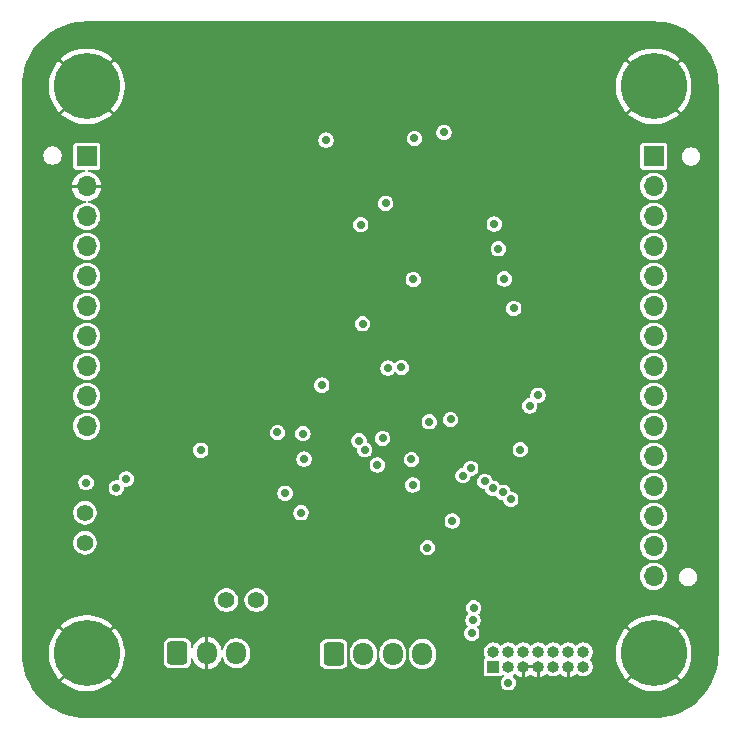
<source format=gbr>
%TF.GenerationSoftware,KiCad,Pcbnew,9.0.0*%
%TF.CreationDate,2025-02-22T16:22:57-05:00*%
%TF.ProjectId,SensorModuleBreakout,53656e73-6f72-44d6-9f64-756c65427265,rev?*%
%TF.SameCoordinates,Original*%
%TF.FileFunction,Copper,L2,Inr*%
%TF.FilePolarity,Positive*%
%FSLAX46Y46*%
G04 Gerber Fmt 4.6, Leading zero omitted, Abs format (unit mm)*
G04 Created by KiCad (PCBNEW 9.0.0) date 2025-02-22 16:22:57*
%MOMM*%
%LPD*%
G01*
G04 APERTURE LIST*
G04 Aperture macros list*
%AMRoundRect*
0 Rectangle with rounded corners*
0 $1 Rounding radius*
0 $2 $3 $4 $5 $6 $7 $8 $9 X,Y pos of 4 corners*
0 Add a 4 corners polygon primitive as box body*
4,1,4,$2,$3,$4,$5,$6,$7,$8,$9,$2,$3,0*
0 Add four circle primitives for the rounded corners*
1,1,$1+$1,$2,$3*
1,1,$1+$1,$4,$5*
1,1,$1+$1,$6,$7*
1,1,$1+$1,$8,$9*
0 Add four rect primitives between the rounded corners*
20,1,$1+$1,$2,$3,$4,$5,0*
20,1,$1+$1,$4,$5,$6,$7,0*
20,1,$1+$1,$6,$7,$8,$9,0*
20,1,$1+$1,$8,$9,$2,$3,0*%
G04 Aperture macros list end*
%TA.AperFunction,ComponentPad*%
%ADD10RoundRect,0.250000X-0.600000X-0.725000X0.600000X-0.725000X0.600000X0.725000X-0.600000X0.725000X0*%
%TD*%
%TA.AperFunction,ComponentPad*%
%ADD11O,1.700000X1.950000*%
%TD*%
%TA.AperFunction,ComponentPad*%
%ADD12C,5.600000*%
%TD*%
%TA.AperFunction,ComponentPad*%
%ADD13R,1.700000X1.700000*%
%TD*%
%TA.AperFunction,ComponentPad*%
%ADD14O,1.700000X1.700000*%
%TD*%
%TA.AperFunction,ComponentPad*%
%ADD15C,1.400000*%
%TD*%
%TA.AperFunction,ComponentPad*%
%ADD16R,1.000000X1.000000*%
%TD*%
%TA.AperFunction,ComponentPad*%
%ADD17O,1.000000X1.000000*%
%TD*%
%TA.AperFunction,ViaPad*%
%ADD18C,0.700000*%
%TD*%
G04 APERTURE END LIST*
D10*
%TO.N,CC_TX*%
%TO.C,J5*%
X126920000Y-104075000D03*
D11*
%TO.N,CC_RX*%
X129420000Y-104075000D03*
%TO.N,CC_WKE*%
X131920000Y-104075000D03*
%TO.N,CC_RDY*%
X134420000Y-104075000D03*
%TD*%
D12*
%TO.N,GND*%
%TO.C,H2*%
X154000000Y-56000000D03*
%TD*%
%TO.N,GND*%
%TO.C,H3*%
X106000000Y-104000000D03*
%TD*%
D13*
%TO.N,+3V3*%
%TO.C,J2*%
X106000000Y-61920000D03*
D14*
%TO.N,GND*%
X106000000Y-64460000D03*
%TO.N,PB4*%
X106000000Y-67000000D03*
%TO.N,PA15*%
X106000000Y-69540000D03*
%TO.N,PA12*%
X106000000Y-72080000D03*
%TO.N,PA11*%
X106000000Y-74620000D03*
%TO.N,PB8*%
X106000000Y-77160000D03*
%TO.N,PB9*%
X106000000Y-79700000D03*
%TO.N,PA8*%
X106000000Y-82240000D03*
%TO.N,PA1*%
X106000000Y-84780000D03*
%TD*%
D15*
%TO.N,Net-(JP2-A)*%
%TO.C,JP2*%
X120350000Y-99500000D03*
%TO.N,+3V3*%
X117810000Y-99500000D03*
%TD*%
D12*
%TO.N,GND*%
%TO.C,H4*%
X154000000Y-104000000D03*
%TD*%
%TO.N,GND*%
%TO.C,H1*%
X106000000Y-56000000D03*
%TD*%
D16*
%TO.N,unconnected-(J1-NC-Pad1)*%
%TO.C,J1*%
X140430000Y-105150000D03*
D17*
%TO.N,unconnected-(J1-NC-Pad2)*%
X140430000Y-103880000D03*
%TO.N,+3V3*%
X141700000Y-105150000D03*
%TO.N,JTMS{slash}SWDIO*%
X141700000Y-103880000D03*
%TO.N,GND*%
X142970000Y-105150000D03*
%TO.N,JTCK_SWCLK*%
X142970000Y-103880000D03*
%TO.N,GND*%
X144240000Y-105150000D03*
%TO.N,JTDO{slash}SWO*%
X144240000Y-103880000D03*
%TO.N,unconnected-(J1-JRCLK{slash}NC-Pad9)*%
X145510000Y-105150000D03*
%TO.N,unconnected-(J1-JTDI{slash}NC-Pad10)*%
X145510000Y-103880000D03*
%TO.N,GND*%
X146780000Y-105150000D03*
%TO.N,NRST*%
X146780000Y-103880000D03*
%TO.N,VCP_RX*%
X148050000Y-105150000D03*
%TO.N,VCP_TX*%
X148050000Y-103880000D03*
%TD*%
D13*
%TO.N,SDA*%
%TO.C,J3*%
X154000000Y-61920000D03*
D14*
%TO.N,SCL*%
X154000000Y-64460000D03*
%TO.N,PB15*%
X154000000Y-67000000D03*
%TO.N,PB14*%
X154000000Y-69540000D03*
%TO.N,PB13*%
X154000000Y-72080000D03*
%TO.N,PB12*%
X154000000Y-74620000D03*
%TO.N,PB11*%
X154000000Y-77160000D03*
%TO.N,PB10*%
X154000000Y-79700000D03*
%TO.N,PB2*%
X154000000Y-82240000D03*
%TO.N,PB1*%
X154000000Y-84780000D03*
%TO.N,PB0*%
X154000000Y-87320000D03*
%TO.N,PA7*%
X154000000Y-89860000D03*
%TO.N,PA6*%
X154000000Y-92400000D03*
%TO.N,VCP_RX*%
X154000000Y-94940000D03*
%TO.N,VCP_TX*%
X154000000Y-97480000D03*
%TD*%
D10*
%TO.N,VBAT*%
%TO.C,J4*%
X113670000Y-104000000D03*
D11*
%TO.N,GND*%
X116170000Y-104000000D03*
%TO.N,+3V3*%
X118670000Y-104000000D03*
%TD*%
D15*
%TO.N,+3V3*%
%TO.C,JP1*%
X105850000Y-92100000D03*
%TO.N,/BOOT0*%
X105850000Y-94640000D03*
%TD*%
D18*
%TO.N,SCL*%
X136250000Y-59900000D03*
%TO.N,GND*%
X138450000Y-62350000D03*
X137250000Y-64850000D03*
X135100000Y-64900000D03*
%TO.N,+3V3*%
X133750000Y-60400000D03*
%TO.N,GND*%
X133750000Y-63250000D03*
%TO.N,+3V3*%
X134850000Y-95050000D03*
X136800000Y-84200000D03*
X124300000Y-85400000D03*
X131300000Y-65900000D03*
X126250000Y-60550000D03*
X131500000Y-79850000D03*
X141700000Y-106500000D03*
X122800000Y-90450000D03*
X125900000Y-81300000D03*
X132650000Y-79800000D03*
%TO.N,GND*%
X130000000Y-62000000D03*
X137650000Y-86000000D03*
X133550000Y-95050000D03*
X129800000Y-65900000D03*
X125200000Y-83600000D03*
X146800000Y-106400000D03*
X117300000Y-95900000D03*
X123600000Y-60600000D03*
X122800000Y-87850000D03*
X135950000Y-94550000D03*
X127550000Y-61200000D03*
X117950000Y-94250000D03*
X130000000Y-59300000D03*
X127650000Y-62800000D03*
X132350000Y-61150000D03*
X107800000Y-92600000D03*
X129650000Y-81300000D03*
%TO.N,VCP_TX*%
X137850000Y-88950000D03*
X138700000Y-101200000D03*
%TO.N,JTDO{slash}SWO*%
X144200000Y-82150000D03*
%TO.N,JTCK_SWCLK*%
X143500000Y-83050000D03*
%TO.N,JTMS{slash}SWDIO*%
X142700000Y-86750000D03*
%TO.N,NRST*%
X138600000Y-102300000D03*
X136950000Y-92800000D03*
%TO.N,VCP_RX*%
X138513440Y-88341846D03*
X138750000Y-100150000D03*
%TO.N,SCL*%
X129200000Y-67700000D03*
X133650000Y-72350000D03*
%TO.N,PA15*%
X135000000Y-84400000D03*
%TO.N,PB15*%
X140500000Y-67650000D03*
X139700000Y-89450000D03*
%TO.N,PB13*%
X141221166Y-90369362D03*
X141350000Y-72300000D03*
%TO.N,PB14*%
X140850000Y-69750000D03*
X140387049Y-90031350D03*
%TO.N,PB12*%
X141905106Y-90954367D03*
X142150000Y-74800000D03*
%TO.N,PA8*%
X133600000Y-89750000D03*
X108500000Y-90000000D03*
%TO.N,PA12*%
X122150000Y-85300000D03*
X124400000Y-87550000D03*
X133490965Y-87590965D03*
%TO.N,PB9*%
X129050000Y-86000000D03*
%TO.N,PB8*%
X115650000Y-86800000D03*
X129533189Y-86759297D03*
%TO.N,PA1*%
X124150000Y-92100000D03*
X105950000Y-89550000D03*
%TO.N,PB4*%
X131050000Y-85800000D03*
X129350000Y-76100000D03*
%TO.N,/BOOT0*%
X130600000Y-88050000D03*
X109350000Y-89250000D03*
%TD*%
%TA.AperFunction,Conductor*%
%TO.N,GND*%
G36*
X143915000Y-105107213D02*
G01*
X143915000Y-105192787D01*
X143937030Y-105275000D01*
X143272970Y-105275000D01*
X143295000Y-105192787D01*
X143295000Y-105107213D01*
X143272970Y-105025000D01*
X143937030Y-105025000D01*
X143915000Y-105107213D01*
G37*
%TD.AperFunction*%
%TA.AperFunction,Conductor*%
G36*
X154001523Y-50500563D02*
G01*
X154451097Y-50519157D01*
X154457170Y-50519661D01*
X154902169Y-50575129D01*
X154908171Y-50576131D01*
X155347063Y-50668157D01*
X155352959Y-50669650D01*
X155782762Y-50797607D01*
X155788526Y-50799586D01*
X156117385Y-50927908D01*
X156206279Y-50962595D01*
X156211879Y-50965052D01*
X156614718Y-51161987D01*
X156620098Y-51164898D01*
X157005311Y-51394436D01*
X157010431Y-51397781D01*
X157080034Y-51447476D01*
X157375389Y-51658355D01*
X157380193Y-51662095D01*
X157492056Y-51756838D01*
X157722370Y-51951904D01*
X157726870Y-51956046D01*
X158043953Y-52273129D01*
X158048095Y-52277629D01*
X158337901Y-52619803D01*
X158341652Y-52624621D01*
X158602218Y-52989568D01*
X158605563Y-52994688D01*
X158835101Y-53379901D01*
X158838012Y-53385281D01*
X159034947Y-53788120D01*
X159037404Y-53793720D01*
X159200409Y-54211463D01*
X159202395Y-54217248D01*
X159330345Y-54647024D01*
X159331846Y-54652953D01*
X159423865Y-55091813D01*
X159424872Y-55097846D01*
X159480337Y-55542818D01*
X159480842Y-55548913D01*
X159499437Y-55998476D01*
X159499500Y-56001534D01*
X159499500Y-103998465D01*
X159499437Y-104001523D01*
X159480842Y-104451086D01*
X159480337Y-104457181D01*
X159424872Y-104902153D01*
X159423865Y-104908186D01*
X159331846Y-105347046D01*
X159330345Y-105352975D01*
X159202395Y-105782751D01*
X159200409Y-105788536D01*
X159037404Y-106206279D01*
X159034947Y-106211879D01*
X158838012Y-106614718D01*
X158835101Y-106620098D01*
X158605563Y-107005311D01*
X158602218Y-107010431D01*
X158341652Y-107375378D01*
X158337895Y-107380204D01*
X158048095Y-107722370D01*
X158043953Y-107726870D01*
X157726870Y-108043953D01*
X157722370Y-108048095D01*
X157380204Y-108337895D01*
X157375378Y-108341652D01*
X157010431Y-108602218D01*
X157005311Y-108605563D01*
X156620098Y-108835101D01*
X156614718Y-108838012D01*
X156211879Y-109034947D01*
X156206279Y-109037404D01*
X155788536Y-109200409D01*
X155782751Y-109202395D01*
X155352975Y-109330345D01*
X155347046Y-109331846D01*
X154908186Y-109423865D01*
X154902153Y-109424872D01*
X154457181Y-109480337D01*
X154451086Y-109480842D01*
X154001523Y-109499437D01*
X153998465Y-109499500D01*
X106001535Y-109499500D01*
X105998477Y-109499437D01*
X105548913Y-109480842D01*
X105542818Y-109480337D01*
X105097846Y-109424872D01*
X105091813Y-109423865D01*
X104652953Y-109331846D01*
X104647024Y-109330345D01*
X104217248Y-109202395D01*
X104211463Y-109200409D01*
X103793720Y-109037404D01*
X103788120Y-109034947D01*
X103385281Y-108838012D01*
X103379901Y-108835101D01*
X102994688Y-108605563D01*
X102989568Y-108602218D01*
X102806678Y-108471637D01*
X102624613Y-108341646D01*
X102619803Y-108337901D01*
X102277629Y-108048095D01*
X102273129Y-108043953D01*
X101956046Y-107726870D01*
X101951904Y-107722370D01*
X101730446Y-107460895D01*
X101662095Y-107380193D01*
X101658355Y-107375389D01*
X101397781Y-107010431D01*
X101394436Y-107005311D01*
X101164898Y-106620098D01*
X101161987Y-106614718D01*
X101074584Y-106435931D01*
X100965052Y-106211879D01*
X100962595Y-106206279D01*
X100880046Y-105994725D01*
X100799586Y-105788526D01*
X100797607Y-105782762D01*
X100669650Y-105352959D01*
X100668157Y-105347063D01*
X100576131Y-104908171D01*
X100575129Y-104902169D01*
X100519661Y-104457170D01*
X100519157Y-104451086D01*
X100518807Y-104442630D01*
X100500563Y-104001523D01*
X100500500Y-103998465D01*
X100500500Y-103820295D01*
X102800000Y-103820295D01*
X102800000Y-104179704D01*
X102840242Y-104536866D01*
X102920219Y-104887264D01*
X102920224Y-104887282D01*
X103038925Y-105226513D01*
X103194869Y-105550334D01*
X103386093Y-105854666D01*
X103610185Y-106135668D01*
X103648870Y-106174353D01*
X104780240Y-105042982D01*
X104957016Y-105219758D01*
X103825646Y-106351129D01*
X103864331Y-106389814D01*
X104145333Y-106613906D01*
X104449665Y-106805130D01*
X104773486Y-106961074D01*
X105112717Y-107079775D01*
X105112735Y-107079780D01*
X105463135Y-107159757D01*
X105463132Y-107159757D01*
X105820296Y-107200000D01*
X106179704Y-107200000D01*
X106536866Y-107159757D01*
X106887264Y-107079780D01*
X106887282Y-107079775D01*
X107226513Y-106961074D01*
X107550334Y-106805130D01*
X107854666Y-106613906D01*
X108135668Y-106389814D01*
X108174352Y-106351128D01*
X107042983Y-105219759D01*
X107219759Y-105042983D01*
X108351128Y-106174352D01*
X108389814Y-106135668D01*
X108613906Y-105854666D01*
X108805130Y-105550334D01*
X108961074Y-105226513D01*
X109079775Y-104887282D01*
X109079780Y-104887264D01*
X109106978Y-104768104D01*
X112519499Y-104768104D01*
X112527964Y-104838583D01*
X112530123Y-104856564D01*
X112542230Y-104887264D01*
X112585638Y-104997341D01*
X112670308Y-105108994D01*
X112677078Y-105117922D01*
X112797658Y-105209361D01*
X112938436Y-105264877D01*
X113009764Y-105273442D01*
X113026896Y-105275500D01*
X113026898Y-105275500D01*
X114313104Y-105275500D01*
X114328722Y-105273624D01*
X114401564Y-105264877D01*
X114542342Y-105209361D01*
X114662922Y-105117922D01*
X114754361Y-104997342D01*
X114809877Y-104856564D01*
X114820173Y-104770825D01*
X114820500Y-104768104D01*
X114820500Y-104483969D01*
X114842174Y-104431643D01*
X114894500Y-104409969D01*
X114946826Y-104431643D01*
X114964878Y-104461102D01*
X115011577Y-104604828D01*
X115011579Y-104604833D01*
X115100903Y-104780142D01*
X115216551Y-104939317D01*
X115355682Y-105078448D01*
X115514857Y-105194096D01*
X115690166Y-105283420D01*
X115690171Y-105283422D01*
X115877280Y-105344218D01*
X115877293Y-105344221D01*
X116044998Y-105370783D01*
X116045000Y-105370782D01*
X116045000Y-104458262D01*
X116107465Y-104475000D01*
X116232535Y-104475000D01*
X116295000Y-104458262D01*
X116295000Y-105370782D01*
X116295001Y-105370783D01*
X116462706Y-105344221D01*
X116462719Y-105344218D01*
X116649828Y-105283422D01*
X116649833Y-105283420D01*
X116825142Y-105194096D01*
X116984317Y-105078448D01*
X117123448Y-104939317D01*
X117239096Y-104780142D01*
X117328420Y-104604833D01*
X117328422Y-104604828D01*
X117389218Y-104417719D01*
X117389221Y-104417706D01*
X117397281Y-104366818D01*
X117426874Y-104318527D01*
X117481946Y-104305305D01*
X117530237Y-104334898D01*
X117543459Y-104366818D01*
X117547828Y-104394406D01*
X117547831Y-104394419D01*
X117603787Y-104566635D01*
X117603788Y-104566638D01*
X117603789Y-104566639D01*
X117661804Y-104680500D01*
X117686005Y-104727995D01*
X117686005Y-104727996D01*
X117730420Y-104789128D01*
X117792447Y-104874501D01*
X117920499Y-105002553D01*
X118067006Y-105108996D01*
X118228361Y-105191211D01*
X118228364Y-105191212D01*
X118228363Y-105191212D01*
X118400580Y-105247168D01*
X118400586Y-105247169D01*
X118400591Y-105247171D01*
X118512383Y-105264877D01*
X118579453Y-105275500D01*
X118579454Y-105275500D01*
X118760547Y-105275500D01*
X118819188Y-105266212D01*
X118939409Y-105247171D01*
X118939416Y-105247168D01*
X118939419Y-105247168D01*
X119055778Y-105209361D01*
X119111639Y-105191211D01*
X119272994Y-105108996D01*
X119419501Y-105002553D01*
X119547553Y-104874501D01*
X119570364Y-104843104D01*
X125769499Y-104843104D01*
X125778314Y-104916498D01*
X125780123Y-104931564D01*
X125787569Y-104950446D01*
X125835638Y-105072341D01*
X125926976Y-105192787D01*
X125927078Y-105192922D01*
X126047658Y-105284361D01*
X126188436Y-105339877D01*
X126259764Y-105348442D01*
X126276896Y-105350500D01*
X126276898Y-105350500D01*
X127563104Y-105350500D01*
X127578722Y-105348624D01*
X127651564Y-105339877D01*
X127792342Y-105284361D01*
X127912922Y-105192922D01*
X128004361Y-105072342D01*
X128059877Y-104931564D01*
X128070500Y-104843102D01*
X128070500Y-103859453D01*
X128269500Y-103859453D01*
X128269500Y-104290546D01*
X128297828Y-104469406D01*
X128297831Y-104469419D01*
X128353787Y-104641635D01*
X128353788Y-104641638D01*
X128353789Y-104641639D01*
X128436004Y-104802994D01*
X128542447Y-104949501D01*
X128670499Y-105077553D01*
X128817006Y-105183996D01*
X128978361Y-105266211D01*
X128978364Y-105266212D01*
X128978363Y-105266212D01*
X129150580Y-105322168D01*
X129150586Y-105322169D01*
X129150591Y-105322171D01*
X129262383Y-105339877D01*
X129329453Y-105350500D01*
X129329454Y-105350500D01*
X129510547Y-105350500D01*
X129577617Y-105339877D01*
X129689409Y-105322171D01*
X129689416Y-105322168D01*
X129689419Y-105322168D01*
X129808674Y-105283420D01*
X129861639Y-105266211D01*
X130022994Y-105183996D01*
X130169501Y-105077553D01*
X130297553Y-104949501D01*
X130403996Y-104802994D01*
X130486211Y-104641639D01*
X130539629Y-104477234D01*
X130542168Y-104469419D01*
X130542168Y-104469416D01*
X130542171Y-104469409D01*
X130570500Y-104290546D01*
X130570500Y-103859454D01*
X130570500Y-103859453D01*
X130769500Y-103859453D01*
X130769500Y-104290546D01*
X130797828Y-104469406D01*
X130797831Y-104469419D01*
X130853787Y-104641635D01*
X130853788Y-104641638D01*
X130853789Y-104641639D01*
X130936004Y-104802994D01*
X131042447Y-104949501D01*
X131170499Y-105077553D01*
X131317006Y-105183996D01*
X131478361Y-105266211D01*
X131478364Y-105266212D01*
X131478363Y-105266212D01*
X131650580Y-105322168D01*
X131650586Y-105322169D01*
X131650591Y-105322171D01*
X131762383Y-105339877D01*
X131829453Y-105350500D01*
X131829454Y-105350500D01*
X132010547Y-105350500D01*
X132077617Y-105339877D01*
X132189409Y-105322171D01*
X132189416Y-105322168D01*
X132189419Y-105322168D01*
X132308674Y-105283420D01*
X132361639Y-105266211D01*
X132522994Y-105183996D01*
X132669501Y-105077553D01*
X132797553Y-104949501D01*
X132903996Y-104802994D01*
X132986211Y-104641639D01*
X133039629Y-104477234D01*
X133042168Y-104469419D01*
X133042168Y-104469416D01*
X133042171Y-104469409D01*
X133070500Y-104290546D01*
X133070500Y-103859454D01*
X133070500Y-103859453D01*
X133269500Y-103859453D01*
X133269500Y-104290546D01*
X133297828Y-104469406D01*
X133297831Y-104469419D01*
X133353787Y-104641635D01*
X133353788Y-104641638D01*
X133353789Y-104641639D01*
X133436004Y-104802994D01*
X133542447Y-104949501D01*
X133670499Y-105077553D01*
X133817006Y-105183996D01*
X133978361Y-105266211D01*
X133978364Y-105266212D01*
X133978363Y-105266212D01*
X134150580Y-105322168D01*
X134150586Y-105322169D01*
X134150591Y-105322171D01*
X134262383Y-105339877D01*
X134329453Y-105350500D01*
X134329454Y-105350500D01*
X134510547Y-105350500D01*
X134577617Y-105339877D01*
X134689409Y-105322171D01*
X134689416Y-105322168D01*
X134689419Y-105322168D01*
X134808674Y-105283420D01*
X134861639Y-105266211D01*
X135022994Y-105183996D01*
X135169501Y-105077553D01*
X135297553Y-104949501D01*
X135403996Y-104802994D01*
X135486211Y-104641639D01*
X135539629Y-104477234D01*
X135542168Y-104469419D01*
X135542168Y-104469416D01*
X135542171Y-104469409D01*
X135570500Y-104290546D01*
X135570500Y-103859454D01*
X135561267Y-103801159D01*
X139629500Y-103801159D01*
X139629500Y-103958840D01*
X139660261Y-104113491D01*
X139660264Y-104113501D01*
X139720604Y-104259176D01*
X139757059Y-104313735D01*
X139768108Y-104369284D01*
X139747856Y-104407173D01*
X139677794Y-104477234D01*
X139632414Y-104580011D01*
X139629500Y-104605135D01*
X139629500Y-105694863D01*
X139632414Y-105719986D01*
X139632415Y-105719992D01*
X139662680Y-105788536D01*
X139677794Y-105822765D01*
X139757235Y-105902206D01*
X139860009Y-105947585D01*
X139885135Y-105950500D01*
X140974864Y-105950499D01*
X140999991Y-105947585D01*
X141102765Y-105902206D01*
X141172828Y-105832142D01*
X141192770Y-105823882D01*
X141210717Y-105811891D01*
X141218150Y-105813369D01*
X141225153Y-105810469D01*
X141266266Y-105822941D01*
X141312260Y-105853674D01*
X141343725Y-105900766D01*
X141332675Y-105956315D01*
X141312260Y-105976730D01*
X141285333Y-105994721D01*
X141285330Y-105994725D01*
X141194725Y-106085330D01*
X141194723Y-106085331D01*
X141123533Y-106191876D01*
X141074498Y-106310257D01*
X141074497Y-106310260D01*
X141049500Y-106435932D01*
X141049500Y-106564067D01*
X141074497Y-106689739D01*
X141074498Y-106689742D01*
X141122293Y-106805130D01*
X141123535Y-106808127D01*
X141194724Y-106914669D01*
X141285331Y-107005276D01*
X141391873Y-107076465D01*
X141510256Y-107125501D01*
X141510258Y-107125501D01*
X141510260Y-107125502D01*
X141552903Y-107133984D01*
X141635931Y-107150500D01*
X141635933Y-107150500D01*
X141764067Y-107150500D01*
X141764069Y-107150500D01*
X141889744Y-107125501D01*
X142008127Y-107076465D01*
X142114669Y-107005276D01*
X142205276Y-106914669D01*
X142276465Y-106808127D01*
X142325501Y-106689744D01*
X142350500Y-106564069D01*
X142350500Y-106435931D01*
X142325501Y-106310256D01*
X142276465Y-106191873D01*
X142205276Y-106085331D01*
X142114669Y-105994724D01*
X142087739Y-105976730D01*
X142056274Y-105929639D01*
X142067323Y-105874090D01*
X142087737Y-105853675D01*
X142210289Y-105771789D01*
X142212311Y-105769766D01*
X142264634Y-105748087D01*
X142316962Y-105769755D01*
X142396283Y-105849076D01*
X142543695Y-105947572D01*
X142543694Y-105947572D01*
X142707475Y-106015412D01*
X142707486Y-106015415D01*
X142844999Y-106042768D01*
X142845000Y-106042767D01*
X142845000Y-105452970D01*
X142927213Y-105475000D01*
X143012787Y-105475000D01*
X143095000Y-105452970D01*
X143095000Y-106042768D01*
X143232513Y-106015415D01*
X143232524Y-106015412D01*
X143396305Y-105947572D01*
X143543716Y-105849076D01*
X143543718Y-105849075D01*
X143552674Y-105840119D01*
X143605000Y-105818445D01*
X143657326Y-105840119D01*
X143666283Y-105849076D01*
X143813695Y-105947572D01*
X143813694Y-105947572D01*
X143977475Y-106015412D01*
X143977486Y-106015415D01*
X144114999Y-106042768D01*
X144115000Y-106042767D01*
X144115000Y-105452970D01*
X144197213Y-105475000D01*
X144282787Y-105475000D01*
X144365000Y-105452970D01*
X144365000Y-106042768D01*
X144502513Y-106015415D01*
X144502524Y-106015412D01*
X144666305Y-105947572D01*
X144813716Y-105849076D01*
X144893031Y-105769761D01*
X144945357Y-105748087D01*
X144997683Y-105769761D01*
X144999711Y-105771789D01*
X145130821Y-105859394D01*
X145130826Y-105859396D01*
X145130825Y-105859396D01*
X145234179Y-105902206D01*
X145276503Y-105919737D01*
X145431158Y-105950500D01*
X145431160Y-105950500D01*
X145588840Y-105950500D01*
X145588842Y-105950500D01*
X145743497Y-105919737D01*
X145889179Y-105859394D01*
X146020289Y-105771789D01*
X146022311Y-105769766D01*
X146074634Y-105748087D01*
X146126962Y-105769755D01*
X146206283Y-105849076D01*
X146353695Y-105947572D01*
X146353694Y-105947572D01*
X146517475Y-106015412D01*
X146517486Y-106015415D01*
X146654999Y-106042768D01*
X146655000Y-106042767D01*
X146655000Y-105452970D01*
X146737213Y-105475000D01*
X146822787Y-105475000D01*
X146905000Y-105452970D01*
X146905000Y-106042768D01*
X147042513Y-106015415D01*
X147042524Y-106015412D01*
X147206305Y-105947572D01*
X147353716Y-105849076D01*
X147433031Y-105769761D01*
X147485357Y-105748087D01*
X147537683Y-105769761D01*
X147539711Y-105771789D01*
X147670821Y-105859394D01*
X147670826Y-105859396D01*
X147670825Y-105859396D01*
X147774179Y-105902206D01*
X147816503Y-105919737D01*
X147971158Y-105950500D01*
X147971160Y-105950500D01*
X148128840Y-105950500D01*
X148128842Y-105950500D01*
X148283497Y-105919737D01*
X148429179Y-105859394D01*
X148560289Y-105771789D01*
X148671789Y-105660289D01*
X148759394Y-105529179D01*
X148819737Y-105383497D01*
X148850500Y-105228842D01*
X148850500Y-105071158D01*
X148819737Y-104916503D01*
X148807626Y-104887264D01*
X148759396Y-104770825D01*
X148759395Y-104770823D01*
X148759394Y-104770821D01*
X148671789Y-104639711D01*
X148599404Y-104567326D01*
X148577730Y-104515000D01*
X148599404Y-104462674D01*
X148671788Y-104390290D01*
X148671789Y-104390289D01*
X148759394Y-104259179D01*
X148819737Y-104113497D01*
X148850500Y-103958842D01*
X148850500Y-103820295D01*
X150800000Y-103820295D01*
X150800000Y-104179704D01*
X150840242Y-104536866D01*
X150920219Y-104887264D01*
X150920224Y-104887282D01*
X151038925Y-105226513D01*
X151194869Y-105550334D01*
X151386093Y-105854666D01*
X151610185Y-106135668D01*
X151648870Y-106174353D01*
X152780240Y-105042982D01*
X152957016Y-105219758D01*
X151825646Y-106351129D01*
X151864331Y-106389814D01*
X152145333Y-106613906D01*
X152449665Y-106805130D01*
X152773486Y-106961074D01*
X153112717Y-107079775D01*
X153112735Y-107079780D01*
X153463135Y-107159757D01*
X153463132Y-107159757D01*
X153820296Y-107200000D01*
X154179704Y-107200000D01*
X154536866Y-107159757D01*
X154887264Y-107079780D01*
X154887282Y-107079775D01*
X155226513Y-106961074D01*
X155550334Y-106805130D01*
X155854666Y-106613906D01*
X156135668Y-106389814D01*
X156174352Y-106351128D01*
X155042983Y-105219759D01*
X155219759Y-105042983D01*
X156351128Y-106174352D01*
X156389814Y-106135668D01*
X156613906Y-105854666D01*
X156805130Y-105550334D01*
X156961074Y-105226513D01*
X157079775Y-104887282D01*
X157079780Y-104887264D01*
X157159757Y-104536866D01*
X157200000Y-104179704D01*
X157200000Y-103820295D01*
X157159757Y-103463133D01*
X157079780Y-103112735D01*
X157079775Y-103112717D01*
X156961074Y-102773486D01*
X156805130Y-102449665D01*
X156613906Y-102145333D01*
X156389814Y-101864331D01*
X156351129Y-101825646D01*
X155219758Y-102957016D01*
X155042982Y-102780240D01*
X156174353Y-101648870D01*
X156135668Y-101610185D01*
X155854666Y-101386093D01*
X155550334Y-101194869D01*
X155226513Y-101038925D01*
X154887282Y-100920224D01*
X154887264Y-100920219D01*
X154536864Y-100840242D01*
X154536867Y-100840242D01*
X154179704Y-100800000D01*
X153820296Y-100800000D01*
X153463133Y-100840242D01*
X153112735Y-100920219D01*
X153112717Y-100920224D01*
X152773486Y-101038925D01*
X152449665Y-101194869D01*
X152145327Y-101386097D01*
X151864337Y-101610180D01*
X151825646Y-101648870D01*
X152957017Y-102780241D01*
X152780241Y-102957017D01*
X151648870Y-101825646D01*
X151610180Y-101864337D01*
X151386097Y-102145327D01*
X151194869Y-102449665D01*
X151038925Y-102773486D01*
X150920224Y-103112717D01*
X150920219Y-103112735D01*
X150840242Y-103463133D01*
X150800000Y-103820295D01*
X148850500Y-103820295D01*
X148850500Y-103801158D01*
X148819737Y-103646503D01*
X148765694Y-103516030D01*
X148759396Y-103500825D01*
X148759395Y-103500823D01*
X148759394Y-103500821D01*
X148671789Y-103369711D01*
X148560289Y-103258211D01*
X148429179Y-103170606D01*
X148429175Y-103170604D01*
X148429173Y-103170603D01*
X148429174Y-103170603D01*
X148283501Y-103110264D01*
X148283491Y-103110261D01*
X148179925Y-103089661D01*
X148128842Y-103079500D01*
X147971158Y-103079500D01*
X147927315Y-103088220D01*
X147816508Y-103110261D01*
X147816498Y-103110264D01*
X147670825Y-103170603D01*
X147539711Y-103258210D01*
X147539710Y-103258212D01*
X147467326Y-103330596D01*
X147415000Y-103352270D01*
X147362674Y-103330596D01*
X147290288Y-103258210D01*
X147232888Y-103219857D01*
X147159179Y-103170606D01*
X147159175Y-103170604D01*
X147159173Y-103170603D01*
X147159174Y-103170603D01*
X147013501Y-103110264D01*
X147013491Y-103110261D01*
X146909925Y-103089661D01*
X146858842Y-103079500D01*
X146701158Y-103079500D01*
X146657315Y-103088220D01*
X146546508Y-103110261D01*
X146546498Y-103110264D01*
X146400825Y-103170603D01*
X146269711Y-103258210D01*
X146269710Y-103258212D01*
X146197326Y-103330596D01*
X146145000Y-103352270D01*
X146092674Y-103330596D01*
X146020288Y-103258210D01*
X145962888Y-103219857D01*
X145889179Y-103170606D01*
X145889175Y-103170604D01*
X145889173Y-103170603D01*
X145889174Y-103170603D01*
X145743501Y-103110264D01*
X145743491Y-103110261D01*
X145639925Y-103089661D01*
X145588842Y-103079500D01*
X145431158Y-103079500D01*
X145387315Y-103088220D01*
X145276508Y-103110261D01*
X145276498Y-103110264D01*
X145130825Y-103170603D01*
X144999711Y-103258210D01*
X144999710Y-103258212D01*
X144927326Y-103330596D01*
X144875000Y-103352270D01*
X144822674Y-103330596D01*
X144750288Y-103258210D01*
X144692888Y-103219857D01*
X144619179Y-103170606D01*
X144619175Y-103170604D01*
X144619173Y-103170603D01*
X144619174Y-103170603D01*
X144473501Y-103110264D01*
X144473491Y-103110261D01*
X144369925Y-103089661D01*
X144318842Y-103079500D01*
X144161158Y-103079500D01*
X144117315Y-103088220D01*
X144006508Y-103110261D01*
X144006498Y-103110264D01*
X143860825Y-103170603D01*
X143729711Y-103258210D01*
X143729710Y-103258212D01*
X143657326Y-103330596D01*
X143605000Y-103352270D01*
X143552674Y-103330596D01*
X143480288Y-103258210D01*
X143422888Y-103219857D01*
X143349179Y-103170606D01*
X143349175Y-103170604D01*
X143349173Y-103170603D01*
X143349174Y-103170603D01*
X143203501Y-103110264D01*
X143203491Y-103110261D01*
X143099925Y-103089661D01*
X143048842Y-103079500D01*
X142891158Y-103079500D01*
X142847315Y-103088220D01*
X142736508Y-103110261D01*
X142736498Y-103110264D01*
X142590825Y-103170603D01*
X142459711Y-103258210D01*
X142459710Y-103258212D01*
X142387326Y-103330596D01*
X142335000Y-103352270D01*
X142282674Y-103330596D01*
X142210288Y-103258210D01*
X142152888Y-103219857D01*
X142079179Y-103170606D01*
X142079175Y-103170604D01*
X142079173Y-103170603D01*
X142079174Y-103170603D01*
X141933501Y-103110264D01*
X141933491Y-103110261D01*
X141829925Y-103089661D01*
X141778842Y-103079500D01*
X141621158Y-103079500D01*
X141577315Y-103088220D01*
X141466508Y-103110261D01*
X141466498Y-103110264D01*
X141320825Y-103170603D01*
X141189711Y-103258210D01*
X141189710Y-103258212D01*
X141117326Y-103330596D01*
X141065000Y-103352270D01*
X141012674Y-103330596D01*
X140940288Y-103258210D01*
X140882888Y-103219857D01*
X140809179Y-103170606D01*
X140809175Y-103170604D01*
X140809173Y-103170603D01*
X140809174Y-103170603D01*
X140663501Y-103110264D01*
X140663491Y-103110261D01*
X140559925Y-103089661D01*
X140508842Y-103079500D01*
X140351158Y-103079500D01*
X140307315Y-103088220D01*
X140196508Y-103110261D01*
X140196498Y-103110264D01*
X140050825Y-103170603D01*
X139919711Y-103258210D01*
X139919710Y-103258212D01*
X139808212Y-103369710D01*
X139808210Y-103369711D01*
X139720603Y-103500825D01*
X139660264Y-103646498D01*
X139660261Y-103646508D01*
X139629500Y-103801159D01*
X135561267Y-103801159D01*
X135542171Y-103680591D01*
X135542169Y-103680586D01*
X135542168Y-103680580D01*
X135486212Y-103508364D01*
X135486211Y-103508363D01*
X135486211Y-103508361D01*
X135403996Y-103347006D01*
X135297553Y-103200499D01*
X135169501Y-103072447D01*
X135066268Y-102997444D01*
X135022996Y-102966005D01*
X134861635Y-102883787D01*
X134861636Y-102883787D01*
X134689419Y-102827831D01*
X134689406Y-102827828D01*
X134510547Y-102799500D01*
X134510546Y-102799500D01*
X134329454Y-102799500D01*
X134329453Y-102799500D01*
X134150593Y-102827828D01*
X134150580Y-102827831D01*
X133978364Y-102883787D01*
X133817004Y-102966005D01*
X133817003Y-102966005D01*
X133686692Y-103060682D01*
X133670499Y-103072447D01*
X133542447Y-103200499D01*
X133542444Y-103200502D01*
X133542444Y-103200503D01*
X133436005Y-103347003D01*
X133436005Y-103347004D01*
X133353787Y-103508364D01*
X133297831Y-103680580D01*
X133297828Y-103680593D01*
X133269500Y-103859453D01*
X133070500Y-103859453D01*
X133042171Y-103680591D01*
X133042169Y-103680586D01*
X133042168Y-103680580D01*
X132986212Y-103508364D01*
X132986211Y-103508363D01*
X132986211Y-103508361D01*
X132903996Y-103347006D01*
X132797553Y-103200499D01*
X132669501Y-103072447D01*
X132566268Y-102997444D01*
X132522996Y-102966005D01*
X132361635Y-102883787D01*
X132361636Y-102883787D01*
X132189419Y-102827831D01*
X132189406Y-102827828D01*
X132010547Y-102799500D01*
X132010546Y-102799500D01*
X131829454Y-102799500D01*
X131829453Y-102799500D01*
X131650593Y-102827828D01*
X131650580Y-102827831D01*
X131478364Y-102883787D01*
X131317004Y-102966005D01*
X131317003Y-102966005D01*
X131186692Y-103060682D01*
X131170499Y-103072447D01*
X131042447Y-103200499D01*
X131042444Y-103200502D01*
X131042444Y-103200503D01*
X130936005Y-103347003D01*
X130936005Y-103347004D01*
X130853787Y-103508364D01*
X130797831Y-103680580D01*
X130797828Y-103680593D01*
X130769500Y-103859453D01*
X130570500Y-103859453D01*
X130542171Y-103680591D01*
X130542169Y-103680586D01*
X130542168Y-103680580D01*
X130486212Y-103508364D01*
X130486211Y-103508363D01*
X130486211Y-103508361D01*
X130403996Y-103347006D01*
X130297553Y-103200499D01*
X130169501Y-103072447D01*
X130066268Y-102997444D01*
X130022996Y-102966005D01*
X129861635Y-102883787D01*
X129861636Y-102883787D01*
X129689419Y-102827831D01*
X129689406Y-102827828D01*
X129510547Y-102799500D01*
X129510546Y-102799500D01*
X129329454Y-102799500D01*
X129329453Y-102799500D01*
X129150593Y-102827828D01*
X129150580Y-102827831D01*
X128978364Y-102883787D01*
X128817004Y-102966005D01*
X128817003Y-102966005D01*
X128686692Y-103060682D01*
X128670499Y-103072447D01*
X128542447Y-103200499D01*
X128542444Y-103200502D01*
X128542444Y-103200503D01*
X128436005Y-103347003D01*
X128436005Y-103347004D01*
X128353787Y-103508364D01*
X128297831Y-103680580D01*
X128297828Y-103680593D01*
X128269500Y-103859453D01*
X128070500Y-103859453D01*
X128070500Y-103306898D01*
X128059877Y-103218436D01*
X128004361Y-103077658D01*
X127912922Y-102957078D01*
X127816277Y-102883789D01*
X127792341Y-102865638D01*
X127696463Y-102827829D01*
X127651564Y-102810123D01*
X127622076Y-102806582D01*
X127563104Y-102799500D01*
X127563102Y-102799500D01*
X126276898Y-102799500D01*
X126276896Y-102799500D01*
X126188436Y-102810123D01*
X126047658Y-102865638D01*
X125927078Y-102957077D01*
X125927077Y-102957078D01*
X125835638Y-103077658D01*
X125780123Y-103218436D01*
X125773690Y-103272009D01*
X125769500Y-103306898D01*
X125769500Y-104843102D01*
X125769500Y-104843104D01*
X125769499Y-104843104D01*
X119570364Y-104843104D01*
X119653996Y-104727994D01*
X119736211Y-104566639D01*
X119769991Y-104462674D01*
X119792168Y-104394419D01*
X119792168Y-104394416D01*
X119792171Y-104394409D01*
X119820500Y-104215546D01*
X119820500Y-103784454D01*
X119792171Y-103605591D01*
X119792169Y-103605586D01*
X119792168Y-103605580D01*
X119736212Y-103433364D01*
X119736211Y-103433363D01*
X119736211Y-103433361D01*
X119653996Y-103272006D01*
X119547553Y-103125499D01*
X119419501Y-102997447D01*
X119315039Y-102921551D01*
X119272996Y-102891005D01*
X119111635Y-102808787D01*
X119111636Y-102808787D01*
X118939419Y-102752831D01*
X118939406Y-102752828D01*
X118760547Y-102724500D01*
X118760546Y-102724500D01*
X118579454Y-102724500D01*
X118579453Y-102724500D01*
X118400593Y-102752828D01*
X118400580Y-102752831D01*
X118228364Y-102808787D01*
X118067004Y-102891005D01*
X118067003Y-102891005D01*
X117963775Y-102966005D01*
X117920499Y-102997447D01*
X117792447Y-103125499D01*
X117792444Y-103125502D01*
X117792444Y-103125503D01*
X117686005Y-103272003D01*
X117686005Y-103272004D01*
X117603787Y-103433364D01*
X117547831Y-103605580D01*
X117547829Y-103605591D01*
X117543459Y-103633182D01*
X117513866Y-103681473D01*
X117458793Y-103694694D01*
X117410502Y-103665101D01*
X117397281Y-103633181D01*
X117389221Y-103582293D01*
X117389218Y-103582280D01*
X117328422Y-103395171D01*
X117328420Y-103395166D01*
X117239096Y-103219857D01*
X117123448Y-103060682D01*
X116984317Y-102921551D01*
X116825142Y-102805903D01*
X116649833Y-102716579D01*
X116649828Y-102716577D01*
X116462719Y-102655781D01*
X116462708Y-102655779D01*
X116295000Y-102629215D01*
X116295000Y-103541737D01*
X116232535Y-103525000D01*
X116107465Y-103525000D01*
X116045000Y-103541737D01*
X116045000Y-102629215D01*
X115877291Y-102655779D01*
X115877280Y-102655781D01*
X115690171Y-102716577D01*
X115690166Y-102716579D01*
X115514857Y-102805903D01*
X115355682Y-102921551D01*
X115216551Y-103060682D01*
X115100903Y-103219857D01*
X115011579Y-103395166D01*
X115011579Y-103395167D01*
X114964878Y-103538898D01*
X114928095Y-103581965D01*
X114871632Y-103586408D01*
X114828565Y-103549625D01*
X114820500Y-103516030D01*
X114820500Y-103231895D01*
X114816729Y-103200494D01*
X114809877Y-103143436D01*
X114754361Y-103002658D01*
X114662922Y-102882078D01*
X114655522Y-102876466D01*
X114542341Y-102790638D01*
X114446463Y-102752829D01*
X114401564Y-102735123D01*
X114372076Y-102731582D01*
X114313104Y-102724500D01*
X114313102Y-102724500D01*
X113026898Y-102724500D01*
X113026896Y-102724500D01*
X112938436Y-102735123D01*
X112797658Y-102790638D01*
X112677078Y-102882077D01*
X112677077Y-102882078D01*
X112585638Y-103002658D01*
X112530123Y-103143436D01*
X112521117Y-103218436D01*
X112519500Y-103231898D01*
X112519500Y-104768102D01*
X112519500Y-104768104D01*
X112519499Y-104768104D01*
X109106978Y-104768104D01*
X109159757Y-104536866D01*
X109200000Y-104179704D01*
X109200000Y-103820295D01*
X109159757Y-103463133D01*
X109110233Y-103246153D01*
X109079781Y-103112735D01*
X109079775Y-103112717D01*
X108961074Y-102773486D01*
X108805130Y-102449665D01*
X108693286Y-102271666D01*
X108670833Y-102235932D01*
X137949500Y-102235932D01*
X137949500Y-102364067D01*
X137974497Y-102489739D01*
X137974498Y-102489742D01*
X137974499Y-102489744D01*
X138023535Y-102608127D01*
X138094724Y-102714669D01*
X138185331Y-102805276D01*
X138291873Y-102876465D01*
X138410256Y-102925501D01*
X138410258Y-102925501D01*
X138410260Y-102925502D01*
X138452903Y-102933984D01*
X138535931Y-102950500D01*
X138535933Y-102950500D01*
X138664067Y-102950500D01*
X138664069Y-102950500D01*
X138789744Y-102925501D01*
X138908127Y-102876465D01*
X139014669Y-102805276D01*
X139105276Y-102714669D01*
X139176465Y-102608127D01*
X139225501Y-102489744D01*
X139250500Y-102364069D01*
X139250500Y-102235931D01*
X139238168Y-102173939D01*
X139225502Y-102110260D01*
X139225501Y-102110257D01*
X139176466Y-101991876D01*
X139176465Y-101991873D01*
X139105276Y-101885331D01*
X139064862Y-101844917D01*
X139043188Y-101792591D01*
X139064862Y-101740265D01*
X139076077Y-101731062D01*
X139087342Y-101723535D01*
X139114669Y-101705276D01*
X139205276Y-101614669D01*
X139276465Y-101508127D01*
X139325501Y-101389744D01*
X139350500Y-101264069D01*
X139350500Y-101135931D01*
X139325501Y-101010256D01*
X139276465Y-100891873D01*
X139205276Y-100785331D01*
X139172271Y-100752326D01*
X139150597Y-100700000D01*
X139172271Y-100647674D01*
X139255275Y-100564670D01*
X139255276Y-100564669D01*
X139326465Y-100458127D01*
X139375501Y-100339744D01*
X139400500Y-100214069D01*
X139400500Y-100085931D01*
X139375501Y-99960256D01*
X139326465Y-99841873D01*
X139255276Y-99735331D01*
X139164669Y-99644724D01*
X139058127Y-99573535D01*
X139058124Y-99573533D01*
X139058123Y-99573533D01*
X138939742Y-99524498D01*
X138939739Y-99524497D01*
X138849696Y-99506586D01*
X138814069Y-99499500D01*
X138685931Y-99499500D01*
X138654726Y-99505707D01*
X138560260Y-99524497D01*
X138560257Y-99524498D01*
X138441876Y-99573533D01*
X138335331Y-99644723D01*
X138335330Y-99644725D01*
X138244725Y-99735330D01*
X138244723Y-99735331D01*
X138173533Y-99841876D01*
X138124498Y-99960257D01*
X138124497Y-99960260D01*
X138099500Y-100085932D01*
X138099500Y-100214067D01*
X138124497Y-100339739D01*
X138124498Y-100339742D01*
X138143920Y-100386632D01*
X138173535Y-100458127D01*
X138176158Y-100462052D01*
X138244723Y-100564668D01*
X138277729Y-100597674D01*
X138299403Y-100650000D01*
X138277729Y-100702326D01*
X138194725Y-100785330D01*
X138194723Y-100785331D01*
X138123533Y-100891876D01*
X138074498Y-101010257D01*
X138074497Y-101010260D01*
X138049500Y-101135932D01*
X138049500Y-101264067D01*
X138074497Y-101389739D01*
X138074498Y-101389742D01*
X138074499Y-101389744D01*
X138123535Y-101508127D01*
X138169625Y-101577105D01*
X138194723Y-101614668D01*
X138235137Y-101655082D01*
X138256811Y-101707408D01*
X138235137Y-101759734D01*
X138223924Y-101768936D01*
X138185334Y-101794721D01*
X138094725Y-101885330D01*
X138094723Y-101885331D01*
X138023533Y-101991876D01*
X137974498Y-102110257D01*
X137974497Y-102110260D01*
X137949500Y-102235932D01*
X108670833Y-102235932D01*
X108613906Y-102145333D01*
X108389814Y-101864331D01*
X108351129Y-101825646D01*
X107219758Y-102957016D01*
X107042982Y-102780240D01*
X108174353Y-101648870D01*
X108135668Y-101610185D01*
X107854666Y-101386093D01*
X107550334Y-101194869D01*
X107226513Y-101038925D01*
X106887282Y-100920224D01*
X106887264Y-100920219D01*
X106536864Y-100840242D01*
X106536867Y-100840242D01*
X106179704Y-100800000D01*
X105820296Y-100800000D01*
X105463133Y-100840242D01*
X105112735Y-100920219D01*
X105112717Y-100920224D01*
X104773486Y-101038925D01*
X104449665Y-101194869D01*
X104145327Y-101386097D01*
X103864337Y-101610180D01*
X103825646Y-101648870D01*
X104957017Y-102780241D01*
X104780241Y-102957017D01*
X103648870Y-101825646D01*
X103610180Y-101864337D01*
X103386097Y-102145327D01*
X103194869Y-102449665D01*
X103038925Y-102773486D01*
X102920224Y-103112717D01*
X102920219Y-103112735D01*
X102840242Y-103463133D01*
X102800000Y-103820295D01*
X100500500Y-103820295D01*
X100500500Y-99401459D01*
X116809500Y-99401459D01*
X116809500Y-99598541D01*
X116818687Y-99644725D01*
X116847947Y-99791829D01*
X116847950Y-99791839D01*
X116923367Y-99973913D01*
X117032860Y-100137781D01*
X117172218Y-100277139D01*
X117336086Y-100386632D01*
X117508691Y-100458127D01*
X117518165Y-100462051D01*
X117711459Y-100500500D01*
X117711461Y-100500500D01*
X117908539Y-100500500D01*
X117908541Y-100500500D01*
X118101835Y-100462051D01*
X118283914Y-100386632D01*
X118447782Y-100277139D01*
X118587139Y-100137782D01*
X118696632Y-99973914D01*
X118772051Y-99791835D01*
X118810500Y-99598541D01*
X118810500Y-99401459D01*
X119349500Y-99401459D01*
X119349500Y-99598541D01*
X119358687Y-99644725D01*
X119387947Y-99791829D01*
X119387950Y-99791839D01*
X119463367Y-99973913D01*
X119572860Y-100137781D01*
X119712218Y-100277139D01*
X119876086Y-100386632D01*
X120048691Y-100458127D01*
X120058165Y-100462051D01*
X120251459Y-100500500D01*
X120251461Y-100500500D01*
X120448539Y-100500500D01*
X120448541Y-100500500D01*
X120641835Y-100462051D01*
X120823914Y-100386632D01*
X120987782Y-100277139D01*
X121127139Y-100137782D01*
X121236632Y-99973914D01*
X121312051Y-99791835D01*
X121350500Y-99598541D01*
X121350500Y-99401459D01*
X121312051Y-99208165D01*
X121236632Y-99026086D01*
X121127139Y-98862218D01*
X120987782Y-98722861D01*
X120823914Y-98613368D01*
X120823915Y-98613368D01*
X120823913Y-98613367D01*
X120641839Y-98537950D01*
X120641829Y-98537947D01*
X120512388Y-98512200D01*
X120448541Y-98499500D01*
X120251459Y-98499500D01*
X120196662Y-98510399D01*
X120058170Y-98537947D01*
X120058160Y-98537950D01*
X119876086Y-98613367D01*
X119712218Y-98722860D01*
X119712217Y-98722862D01*
X119572862Y-98862217D01*
X119572860Y-98862218D01*
X119463367Y-99026086D01*
X119387950Y-99208160D01*
X119387947Y-99208170D01*
X119355850Y-99369535D01*
X119349500Y-99401459D01*
X118810500Y-99401459D01*
X118772051Y-99208165D01*
X118696632Y-99026086D01*
X118587139Y-98862218D01*
X118447782Y-98722861D01*
X118283914Y-98613368D01*
X118283915Y-98613368D01*
X118283913Y-98613367D01*
X118101839Y-98537950D01*
X118101829Y-98537947D01*
X117972388Y-98512200D01*
X117908541Y-98499500D01*
X117711459Y-98499500D01*
X117656662Y-98510399D01*
X117518170Y-98537947D01*
X117518160Y-98537950D01*
X117336086Y-98613367D01*
X117172218Y-98722860D01*
X117172217Y-98722862D01*
X117032862Y-98862217D01*
X117032860Y-98862218D01*
X116923367Y-99026086D01*
X116847950Y-99208160D01*
X116847947Y-99208170D01*
X116815850Y-99369535D01*
X116809500Y-99401459D01*
X100500500Y-99401459D01*
X100500500Y-97389453D01*
X152849500Y-97389453D01*
X152849500Y-97570546D01*
X152877828Y-97749406D01*
X152877831Y-97749419D01*
X152933787Y-97921635D01*
X152933788Y-97921638D01*
X152933789Y-97921639D01*
X153016004Y-98082994D01*
X153122447Y-98229501D01*
X153250499Y-98357553D01*
X153397006Y-98463996D01*
X153558361Y-98546211D01*
X153558364Y-98546212D01*
X153558363Y-98546212D01*
X153730580Y-98602168D01*
X153730586Y-98602169D01*
X153730591Y-98602171D01*
X153849833Y-98621057D01*
X153909453Y-98630500D01*
X153909454Y-98630500D01*
X154090547Y-98630500D01*
X154135261Y-98623417D01*
X154269409Y-98602171D01*
X154269416Y-98602168D01*
X154269419Y-98602168D01*
X154347601Y-98576765D01*
X154441639Y-98546211D01*
X154602994Y-98463996D01*
X154749501Y-98357553D01*
X154877553Y-98229501D01*
X154983996Y-98082994D01*
X155066211Y-97921639D01*
X155096765Y-97827601D01*
X155122168Y-97749419D01*
X155122168Y-97749416D01*
X155122171Y-97749409D01*
X155150500Y-97570546D01*
X155150500Y-97473522D01*
X156123500Y-97473522D01*
X156123500Y-97626477D01*
X156153339Y-97776491D01*
X156153342Y-97776501D01*
X156211874Y-97917810D01*
X156214433Y-97921639D01*
X156296853Y-98044990D01*
X156405010Y-98153147D01*
X156532189Y-98238125D01*
X156673503Y-98296659D01*
X156823521Y-98326500D01*
X156823523Y-98326500D01*
X156976477Y-98326500D01*
X156976479Y-98326500D01*
X157126497Y-98296659D01*
X157267811Y-98238125D01*
X157394990Y-98153147D01*
X157503147Y-98044990D01*
X157588125Y-97917811D01*
X157646659Y-97776497D01*
X157676500Y-97626479D01*
X157676500Y-97473521D01*
X157646659Y-97323503D01*
X157588125Y-97182189D01*
X157503147Y-97055010D01*
X157394990Y-96946853D01*
X157290457Y-96877006D01*
X157267810Y-96861874D01*
X157126501Y-96803342D01*
X157126491Y-96803339D01*
X157026031Y-96783356D01*
X156976479Y-96773500D01*
X156823521Y-96773500D01*
X156780992Y-96781959D01*
X156673508Y-96803339D01*
X156673498Y-96803342D01*
X156532189Y-96861874D01*
X156405010Y-96946852D01*
X156405009Y-96946854D01*
X156296854Y-97055009D01*
X156296852Y-97055010D01*
X156211874Y-97182189D01*
X156153342Y-97323498D01*
X156153339Y-97323508D01*
X156123500Y-97473522D01*
X155150500Y-97473522D01*
X155150500Y-97389454D01*
X155122171Y-97210591D01*
X155122169Y-97210586D01*
X155122168Y-97210580D01*
X155066212Y-97038364D01*
X155066211Y-97038363D01*
X155066211Y-97038361D01*
X154983996Y-96877006D01*
X154877553Y-96730499D01*
X154749501Y-96602447D01*
X154664128Y-96540420D01*
X154602996Y-96496005D01*
X154441635Y-96413787D01*
X154441636Y-96413787D01*
X154269419Y-96357831D01*
X154269406Y-96357828D01*
X154090547Y-96329500D01*
X154090546Y-96329500D01*
X153909454Y-96329500D01*
X153909453Y-96329500D01*
X153730593Y-96357828D01*
X153730580Y-96357831D01*
X153558364Y-96413787D01*
X153397004Y-96496005D01*
X153397003Y-96496005D01*
X153250503Y-96602444D01*
X153250499Y-96602447D01*
X153122447Y-96730499D01*
X153122444Y-96730502D01*
X153122444Y-96730503D01*
X153016005Y-96877003D01*
X153016005Y-96877004D01*
X152933787Y-97038364D01*
X152877831Y-97210580D01*
X152877828Y-97210593D01*
X152849500Y-97389453D01*
X100500500Y-97389453D01*
X100500500Y-94541459D01*
X104849500Y-94541459D01*
X104849500Y-94738541D01*
X104862200Y-94802388D01*
X104887947Y-94931829D01*
X104887950Y-94931839D01*
X104963367Y-95113913D01*
X105072860Y-95277781D01*
X105212218Y-95417139D01*
X105376086Y-95526632D01*
X105415592Y-95542996D01*
X105558165Y-95602051D01*
X105751459Y-95640500D01*
X105751461Y-95640500D01*
X105948539Y-95640500D01*
X105948541Y-95640500D01*
X106141835Y-95602051D01*
X106323914Y-95526632D01*
X106487782Y-95417139D01*
X106627139Y-95277782D01*
X106736632Y-95113914D01*
X106789643Y-94985932D01*
X134199500Y-94985932D01*
X134199500Y-95114067D01*
X134224497Y-95239739D01*
X134224498Y-95239742D01*
X134224499Y-95239744D01*
X134273535Y-95358127D01*
X134344724Y-95464669D01*
X134435331Y-95555276D01*
X134541873Y-95626465D01*
X134660256Y-95675501D01*
X134660258Y-95675501D01*
X134660260Y-95675502D01*
X134702903Y-95683984D01*
X134785931Y-95700500D01*
X134785933Y-95700500D01*
X134914067Y-95700500D01*
X134914069Y-95700500D01*
X135039744Y-95675501D01*
X135158127Y-95626465D01*
X135264669Y-95555276D01*
X135355276Y-95464669D01*
X135426465Y-95358127D01*
X135475501Y-95239744D01*
X135500500Y-95114069D01*
X135500500Y-94985931D01*
X135475501Y-94860256D01*
X135471026Y-94849453D01*
X152849500Y-94849453D01*
X152849500Y-95030546D01*
X152877828Y-95209406D01*
X152877831Y-95209419D01*
X152933787Y-95381635D01*
X152933788Y-95381638D01*
X152933789Y-95381639D01*
X153007667Y-95526632D01*
X153016005Y-95542995D01*
X153016005Y-95542996D01*
X153024927Y-95555276D01*
X153122447Y-95689501D01*
X153250499Y-95817553D01*
X153397006Y-95923996D01*
X153558361Y-96006211D01*
X153558364Y-96006212D01*
X153558363Y-96006212D01*
X153730580Y-96062168D01*
X153730586Y-96062169D01*
X153730591Y-96062171D01*
X153849833Y-96081057D01*
X153909453Y-96090500D01*
X153909454Y-96090500D01*
X154090547Y-96090500D01*
X154135261Y-96083417D01*
X154269409Y-96062171D01*
X154269416Y-96062168D01*
X154269419Y-96062168D01*
X154347601Y-96036765D01*
X154441639Y-96006211D01*
X154602994Y-95923996D01*
X154749501Y-95817553D01*
X154877553Y-95689501D01*
X154983996Y-95542994D01*
X155066211Y-95381639D01*
X155112315Y-95239744D01*
X155122168Y-95209419D01*
X155122168Y-95209416D01*
X155122171Y-95209409D01*
X155150500Y-95030546D01*
X155150500Y-94849454D01*
X155122171Y-94670591D01*
X155122169Y-94670586D01*
X155122168Y-94670580D01*
X155066212Y-94498364D01*
X155066211Y-94498363D01*
X155066211Y-94498361D01*
X154983996Y-94337006D01*
X154877553Y-94190499D01*
X154749501Y-94062447D01*
X154664128Y-94000420D01*
X154602996Y-93956005D01*
X154441635Y-93873787D01*
X154441636Y-93873787D01*
X154269419Y-93817831D01*
X154269406Y-93817828D01*
X154090547Y-93789500D01*
X154090546Y-93789500D01*
X153909454Y-93789500D01*
X153909453Y-93789500D01*
X153730593Y-93817828D01*
X153730580Y-93817831D01*
X153558364Y-93873787D01*
X153397004Y-93956005D01*
X153397003Y-93956005D01*
X153250503Y-94062444D01*
X153250499Y-94062447D01*
X153122447Y-94190499D01*
X153122444Y-94190502D01*
X153122444Y-94190503D01*
X153016005Y-94337003D01*
X153016005Y-94337004D01*
X152933787Y-94498364D01*
X152877831Y-94670580D01*
X152877828Y-94670593D01*
X152849500Y-94849453D01*
X135471026Y-94849453D01*
X135426465Y-94741873D01*
X135355276Y-94635331D01*
X135264669Y-94544724D01*
X135259784Y-94541460D01*
X135195286Y-94498364D01*
X135158127Y-94473535D01*
X135158124Y-94473533D01*
X135158123Y-94473533D01*
X135039742Y-94424498D01*
X135039739Y-94424497D01*
X134949696Y-94406586D01*
X134914069Y-94399500D01*
X134785931Y-94399500D01*
X134754726Y-94405707D01*
X134660260Y-94424497D01*
X134660257Y-94424498D01*
X134541876Y-94473533D01*
X134435331Y-94544723D01*
X134435330Y-94544725D01*
X134344725Y-94635330D01*
X134344723Y-94635331D01*
X134273533Y-94741876D01*
X134224498Y-94860257D01*
X134224497Y-94860260D01*
X134199500Y-94985932D01*
X106789643Y-94985932D01*
X106812051Y-94931835D01*
X106850500Y-94738541D01*
X106850500Y-94541459D01*
X106812051Y-94348165D01*
X106736632Y-94166086D01*
X106627139Y-94002218D01*
X106487782Y-93862861D01*
X106420386Y-93817828D01*
X106323913Y-93753367D01*
X106141839Y-93677950D01*
X106141829Y-93677947D01*
X106012388Y-93652200D01*
X105948541Y-93639500D01*
X105751459Y-93639500D01*
X105696662Y-93650399D01*
X105558170Y-93677947D01*
X105558160Y-93677950D01*
X105376086Y-93753367D01*
X105212218Y-93862860D01*
X105212217Y-93862862D01*
X105072862Y-94002217D01*
X105072860Y-94002218D01*
X104963367Y-94166086D01*
X104887950Y-94348160D01*
X104887947Y-94348170D01*
X104872765Y-94424497D01*
X104849500Y-94541459D01*
X100500500Y-94541459D01*
X100500500Y-92001459D01*
X104849500Y-92001459D01*
X104849500Y-92198541D01*
X104854472Y-92223535D01*
X104887947Y-92391829D01*
X104887950Y-92391839D01*
X104963367Y-92573913D01*
X105072860Y-92737781D01*
X105212218Y-92877139D01*
X105376086Y-92986632D01*
X105415592Y-93002996D01*
X105558165Y-93062051D01*
X105751459Y-93100500D01*
X105751461Y-93100500D01*
X105948539Y-93100500D01*
X105948541Y-93100500D01*
X106141835Y-93062051D01*
X106323914Y-92986632D01*
X106487782Y-92877139D01*
X106627139Y-92737782D01*
X106736632Y-92573914D01*
X106812051Y-92391835D01*
X106850500Y-92198541D01*
X106850500Y-92035931D01*
X123499500Y-92035931D01*
X123499500Y-92164069D01*
X123501575Y-92174498D01*
X123524497Y-92289739D01*
X123524498Y-92289742D01*
X123566786Y-92391835D01*
X123573535Y-92408127D01*
X123621207Y-92479473D01*
X123628605Y-92490546D01*
X123644724Y-92514669D01*
X123735331Y-92605276D01*
X123841873Y-92676465D01*
X123960256Y-92725501D01*
X123960258Y-92725501D01*
X123960260Y-92725502D01*
X124002903Y-92733984D01*
X124085931Y-92750500D01*
X124085933Y-92750500D01*
X124214067Y-92750500D01*
X124214069Y-92750500D01*
X124287305Y-92735932D01*
X136299500Y-92735932D01*
X136299500Y-92864067D01*
X136324497Y-92989739D01*
X136324498Y-92989742D01*
X136370375Y-93100500D01*
X136373535Y-93108127D01*
X136444724Y-93214669D01*
X136535331Y-93305276D01*
X136641873Y-93376465D01*
X136760256Y-93425501D01*
X136760258Y-93425501D01*
X136760260Y-93425502D01*
X136802903Y-93433984D01*
X136885931Y-93450500D01*
X136885933Y-93450500D01*
X137014067Y-93450500D01*
X137014069Y-93450500D01*
X137139744Y-93425501D01*
X137258127Y-93376465D01*
X137364669Y-93305276D01*
X137455276Y-93214669D01*
X137526465Y-93108127D01*
X137575501Y-92989744D01*
X137600500Y-92864069D01*
X137600500Y-92735931D01*
X137575501Y-92610256D01*
X137526465Y-92491873D01*
X137455276Y-92385331D01*
X137379398Y-92309453D01*
X152849500Y-92309453D01*
X152849500Y-92490546D01*
X152877828Y-92669406D01*
X152877831Y-92669419D01*
X152933787Y-92841635D01*
X152933788Y-92841638D01*
X152933789Y-92841639D01*
X153016004Y-93002994D01*
X153122447Y-93149501D01*
X153250499Y-93277553D01*
X153397006Y-93383996D01*
X153558361Y-93466211D01*
X153558364Y-93466212D01*
X153558363Y-93466212D01*
X153730580Y-93522168D01*
X153730586Y-93522169D01*
X153730591Y-93522171D01*
X153849833Y-93541057D01*
X153909453Y-93550500D01*
X153909454Y-93550500D01*
X154090547Y-93550500D01*
X154135261Y-93543417D01*
X154269409Y-93522171D01*
X154269416Y-93522168D01*
X154269419Y-93522168D01*
X154347601Y-93496765D01*
X154441639Y-93466211D01*
X154602994Y-93383996D01*
X154749501Y-93277553D01*
X154877553Y-93149501D01*
X154983996Y-93002994D01*
X155066211Y-92841639D01*
X155119878Y-92676466D01*
X155122168Y-92669419D01*
X155122168Y-92669416D01*
X155122171Y-92669409D01*
X155150500Y-92490546D01*
X155150500Y-92309454D01*
X155147377Y-92289739D01*
X155136892Y-92223535D01*
X155122171Y-92130591D01*
X155122169Y-92130586D01*
X155122168Y-92130580D01*
X155066212Y-91958364D01*
X155066211Y-91958363D01*
X155066211Y-91958361D01*
X154983996Y-91797006D01*
X154877553Y-91650499D01*
X154749501Y-91522447D01*
X154649098Y-91449500D01*
X154602996Y-91416005D01*
X154441635Y-91333787D01*
X154441636Y-91333787D01*
X154269419Y-91277831D01*
X154269406Y-91277828D01*
X154090547Y-91249500D01*
X154090546Y-91249500D01*
X153909454Y-91249500D01*
X153909453Y-91249500D01*
X153730593Y-91277828D01*
X153730580Y-91277831D01*
X153558364Y-91333787D01*
X153397004Y-91416005D01*
X153397003Y-91416005D01*
X153250503Y-91522444D01*
X153250499Y-91522447D01*
X153122447Y-91650499D01*
X153122444Y-91650502D01*
X153122444Y-91650503D01*
X153016005Y-91797003D01*
X153016005Y-91797004D01*
X152933787Y-91958364D01*
X152877831Y-92130580D01*
X152877828Y-92130593D01*
X152849500Y-92309453D01*
X137379398Y-92309453D01*
X137364669Y-92294724D01*
X137357208Y-92289739D01*
X137329473Y-92271207D01*
X137258127Y-92223535D01*
X137258124Y-92223533D01*
X137258123Y-92223533D01*
X137139742Y-92174498D01*
X137139739Y-92174497D01*
X137049696Y-92156586D01*
X137014069Y-92149500D01*
X136885931Y-92149500D01*
X136854726Y-92155707D01*
X136760260Y-92174497D01*
X136760257Y-92174498D01*
X136641876Y-92223533D01*
X136535331Y-92294723D01*
X136535330Y-92294725D01*
X136444725Y-92385330D01*
X136444723Y-92385331D01*
X136373533Y-92491876D01*
X136324498Y-92610257D01*
X136324497Y-92610260D01*
X136299500Y-92735932D01*
X124287305Y-92735932D01*
X124339744Y-92725501D01*
X124458127Y-92676465D01*
X124564669Y-92605276D01*
X124655276Y-92514669D01*
X124726465Y-92408127D01*
X124775501Y-92289744D01*
X124800500Y-92164069D01*
X124800500Y-92035931D01*
X124775501Y-91910256D01*
X124726465Y-91791873D01*
X124655276Y-91685331D01*
X124564669Y-91594724D01*
X124542435Y-91579868D01*
X124529473Y-91571207D01*
X124458127Y-91523535D01*
X124458124Y-91523533D01*
X124458123Y-91523533D01*
X124339742Y-91474498D01*
X124339739Y-91474497D01*
X124249696Y-91456586D01*
X124214069Y-91449500D01*
X124085931Y-91449500D01*
X124054726Y-91455707D01*
X123960260Y-91474497D01*
X123960257Y-91474498D01*
X123841876Y-91523533D01*
X123735331Y-91594723D01*
X123735330Y-91594725D01*
X123644725Y-91685330D01*
X123644723Y-91685331D01*
X123573533Y-91791876D01*
X123524498Y-91910257D01*
X123524497Y-91910260D01*
X123514929Y-91958364D01*
X123499500Y-92035931D01*
X106850500Y-92035931D01*
X106850500Y-92001459D01*
X106812051Y-91808165D01*
X106736632Y-91626086D01*
X106627139Y-91462218D01*
X106487782Y-91322861D01*
X106420386Y-91277828D01*
X106323913Y-91213367D01*
X106141839Y-91137950D01*
X106141829Y-91137947D01*
X106012388Y-91112200D01*
X105948541Y-91099500D01*
X105751459Y-91099500D01*
X105696662Y-91110399D01*
X105558170Y-91137947D01*
X105558160Y-91137950D01*
X105376086Y-91213367D01*
X105212218Y-91322860D01*
X105212217Y-91322862D01*
X105072861Y-91462217D01*
X104963367Y-91626086D01*
X104887950Y-91808160D01*
X104887947Y-91808170D01*
X104858073Y-91958361D01*
X104849500Y-92001459D01*
X100500500Y-92001459D01*
X100500500Y-89485932D01*
X105299500Y-89485932D01*
X105299500Y-89614067D01*
X105324497Y-89739739D01*
X105324498Y-89739742D01*
X105360420Y-89826466D01*
X105373535Y-89858127D01*
X105385144Y-89875501D01*
X105431396Y-89944723D01*
X105444724Y-89964669D01*
X105535331Y-90055276D01*
X105641873Y-90126465D01*
X105760256Y-90175501D01*
X105760258Y-90175501D01*
X105760260Y-90175502D01*
X105780978Y-90179623D01*
X105885931Y-90200500D01*
X105885933Y-90200500D01*
X106014067Y-90200500D01*
X106014069Y-90200500D01*
X106139744Y-90175501D01*
X106258127Y-90126465D01*
X106364669Y-90055276D01*
X106455276Y-89964669D01*
X106474477Y-89935932D01*
X107849500Y-89935932D01*
X107849500Y-90064067D01*
X107874497Y-90189739D01*
X107874498Y-90189742D01*
X107920847Y-90301639D01*
X107923535Y-90308127D01*
X107970156Y-90377900D01*
X107985256Y-90400500D01*
X107994724Y-90414669D01*
X108085331Y-90505276D01*
X108191873Y-90576465D01*
X108310256Y-90625501D01*
X108310258Y-90625501D01*
X108310260Y-90625502D01*
X108352903Y-90633984D01*
X108435931Y-90650500D01*
X108435933Y-90650500D01*
X108564067Y-90650500D01*
X108564069Y-90650500D01*
X108689744Y-90625501D01*
X108808127Y-90576465D01*
X108914669Y-90505276D01*
X109005276Y-90414669D01*
X109024477Y-90385932D01*
X122149500Y-90385932D01*
X122149500Y-90514067D01*
X122174497Y-90639739D01*
X122174498Y-90639742D01*
X122215013Y-90737555D01*
X122223535Y-90758127D01*
X122294724Y-90864669D01*
X122385331Y-90955276D01*
X122491873Y-91026465D01*
X122610256Y-91075501D01*
X122610258Y-91075501D01*
X122610260Y-91075502D01*
X122652903Y-91083984D01*
X122735931Y-91100500D01*
X122735933Y-91100500D01*
X122864067Y-91100500D01*
X122864069Y-91100500D01*
X122989744Y-91075501D01*
X123108127Y-91026465D01*
X123214669Y-90955276D01*
X123305276Y-90864669D01*
X123376465Y-90758127D01*
X123425501Y-90639744D01*
X123450500Y-90514069D01*
X123450500Y-90385931D01*
X123425501Y-90260256D01*
X123376465Y-90141873D01*
X123305276Y-90035331D01*
X123214669Y-89944724D01*
X123207208Y-89939739D01*
X123179473Y-89921207D01*
X123108127Y-89873535D01*
X123108124Y-89873533D01*
X123108123Y-89873533D01*
X122989742Y-89824498D01*
X122989739Y-89824497D01*
X122899696Y-89806586D01*
X122864069Y-89799500D01*
X122735931Y-89799500D01*
X122704726Y-89805707D01*
X122610260Y-89824497D01*
X122610257Y-89824498D01*
X122491876Y-89873533D01*
X122385331Y-89944723D01*
X122385330Y-89944725D01*
X122294725Y-90035330D01*
X122294723Y-90035331D01*
X122223533Y-90141876D01*
X122174498Y-90260257D01*
X122174497Y-90260260D01*
X122149500Y-90385932D01*
X109024477Y-90385932D01*
X109076465Y-90308127D01*
X109125501Y-90189744D01*
X109150500Y-90064069D01*
X109150500Y-89963729D01*
X109172174Y-89911403D01*
X109224500Y-89889729D01*
X109238925Y-89891149D01*
X109285931Y-89900500D01*
X109285934Y-89900500D01*
X109414067Y-89900500D01*
X109414069Y-89900500D01*
X109539744Y-89875501D01*
X109658127Y-89826465D01*
X109764669Y-89755276D01*
X109834014Y-89685931D01*
X132949500Y-89685931D01*
X132949500Y-89814069D01*
X132951575Y-89824498D01*
X132974497Y-89939739D01*
X132974498Y-89939742D01*
X133022353Y-90055275D01*
X133023535Y-90058127D01*
X133094724Y-90164669D01*
X133185331Y-90255276D01*
X133291873Y-90326465D01*
X133410256Y-90375501D01*
X133410258Y-90375501D01*
X133410260Y-90375502D01*
X133422316Y-90377900D01*
X133535931Y-90400500D01*
X133535933Y-90400500D01*
X133664067Y-90400500D01*
X133664069Y-90400500D01*
X133789744Y-90375501D01*
X133908127Y-90326465D01*
X134014669Y-90255276D01*
X134105276Y-90164669D01*
X134176465Y-90058127D01*
X134225501Y-89939744D01*
X134250500Y-89814069D01*
X134250500Y-89685931D01*
X134225501Y-89560256D01*
X134176465Y-89441873D01*
X134105276Y-89335331D01*
X134014669Y-89244724D01*
X134010402Y-89241873D01*
X133926680Y-89185932D01*
X133908127Y-89173535D01*
X133908124Y-89173533D01*
X133908123Y-89173533D01*
X133789742Y-89124498D01*
X133789739Y-89124497D01*
X133699696Y-89106586D01*
X133664069Y-89099500D01*
X133535931Y-89099500D01*
X133504726Y-89105707D01*
X133410260Y-89124497D01*
X133410257Y-89124498D01*
X133291876Y-89173533D01*
X133185331Y-89244723D01*
X133185330Y-89244725D01*
X133094725Y-89335330D01*
X133094723Y-89335331D01*
X133023533Y-89441876D01*
X132974498Y-89560257D01*
X132974497Y-89560260D01*
X132958687Y-89639744D01*
X132949500Y-89685931D01*
X109834014Y-89685931D01*
X109855276Y-89664669D01*
X109926465Y-89558127D01*
X109975501Y-89439744D01*
X110000500Y-89314069D01*
X110000500Y-89185931D01*
X109975501Y-89060256D01*
X109926465Y-88941873D01*
X109889086Y-88885931D01*
X137199500Y-88885931D01*
X137199500Y-89014069D01*
X137205598Y-89044723D01*
X137224497Y-89139739D01*
X137224498Y-89139742D01*
X137273070Y-89257006D01*
X137273535Y-89258127D01*
X137292340Y-89286270D01*
X137341784Y-89360270D01*
X137344724Y-89364669D01*
X137435331Y-89455276D01*
X137541873Y-89526465D01*
X137660256Y-89575501D01*
X137660258Y-89575501D01*
X137660260Y-89575502D01*
X137702903Y-89583984D01*
X137785931Y-89600500D01*
X137785933Y-89600500D01*
X137914067Y-89600500D01*
X137914069Y-89600500D01*
X138039744Y-89575501D01*
X138158127Y-89526465D01*
X138264669Y-89455276D01*
X138334013Y-89385932D01*
X139049500Y-89385932D01*
X139049500Y-89514067D01*
X139074497Y-89639739D01*
X139074498Y-89639742D01*
X139122353Y-89755275D01*
X139123535Y-89758127D01*
X139158367Y-89810257D01*
X139194333Y-89864085D01*
X139194724Y-89864669D01*
X139285331Y-89955276D01*
X139391873Y-90026465D01*
X139510256Y-90075501D01*
X139510258Y-90075501D01*
X139510260Y-90075502D01*
X139552903Y-90083984D01*
X139635931Y-90100500D01*
X139676830Y-90100500D01*
X139729156Y-90122174D01*
X139749408Y-90160063D01*
X139761546Y-90221088D01*
X139761548Y-90221094D01*
X139806188Y-90328866D01*
X139810584Y-90339477D01*
X139881773Y-90446019D01*
X139972380Y-90536626D01*
X140078922Y-90607815D01*
X140197305Y-90656851D01*
X140197307Y-90656851D01*
X140197309Y-90656852D01*
X140239952Y-90665334D01*
X140322980Y-90681850D01*
X140322982Y-90681850D01*
X140451116Y-90681850D01*
X140451118Y-90681850D01*
X140576067Y-90656995D01*
X140631615Y-90668044D01*
X140652032Y-90688461D01*
X140702924Y-90764627D01*
X140715890Y-90784031D01*
X140806497Y-90874638D01*
X140913039Y-90945827D01*
X141031422Y-90994863D01*
X141031424Y-90994863D01*
X141031426Y-90994864D01*
X141074069Y-91003346D01*
X141157097Y-91019862D01*
X141194160Y-91019862D01*
X141246486Y-91041536D01*
X141266738Y-91079425D01*
X141279603Y-91144105D01*
X141279605Y-91144111D01*
X141323258Y-91249500D01*
X141328641Y-91262494D01*
X141399830Y-91369036D01*
X141490437Y-91459643D01*
X141596979Y-91530832D01*
X141715362Y-91579868D01*
X141715364Y-91579868D01*
X141715366Y-91579869D01*
X141758009Y-91588351D01*
X141841037Y-91604867D01*
X141841039Y-91604867D01*
X141969173Y-91604867D01*
X141969175Y-91604867D01*
X142094850Y-91579868D01*
X142213233Y-91530832D01*
X142319775Y-91459643D01*
X142410382Y-91369036D01*
X142481571Y-91262494D01*
X142530607Y-91144111D01*
X142555606Y-91018436D01*
X142555606Y-90890298D01*
X142534468Y-90784031D01*
X142530608Y-90764627D01*
X142530607Y-90764624D01*
X142527914Y-90758123D01*
X142481571Y-90646240D01*
X142410382Y-90539698D01*
X142319775Y-90449091D01*
X142315177Y-90446019D01*
X142247053Y-90400500D01*
X142213233Y-90377902D01*
X142213230Y-90377900D01*
X142213229Y-90377900D01*
X142094848Y-90328865D01*
X142094845Y-90328864D01*
X142004802Y-90310953D01*
X141969175Y-90303867D01*
X141969173Y-90303867D01*
X141932112Y-90303867D01*
X141879786Y-90282193D01*
X141859534Y-90244304D01*
X141846668Y-90179623D01*
X141846667Y-90179622D01*
X141846667Y-90179618D01*
X141797631Y-90061235D01*
X141726442Y-89954693D01*
X141635835Y-89864086D01*
X141529293Y-89792897D01*
X141529290Y-89792895D01*
X141529289Y-89792895D01*
X141472695Y-89769453D01*
X152849500Y-89769453D01*
X152849500Y-89950546D01*
X152877828Y-90129406D01*
X152877831Y-90129419D01*
X152933787Y-90301635D01*
X152933788Y-90301638D01*
X152933789Y-90301639D01*
X153007354Y-90446018D01*
X153016005Y-90462995D01*
X153016005Y-90462996D01*
X153053112Y-90514069D01*
X153122447Y-90609501D01*
X153250499Y-90737553D01*
X153397006Y-90843996D01*
X153558361Y-90926211D01*
X153558364Y-90926212D01*
X153558363Y-90926212D01*
X153730580Y-90982168D01*
X153730586Y-90982169D01*
X153730591Y-90982171D01*
X153810732Y-90994864D01*
X153909453Y-91010500D01*
X153909454Y-91010500D01*
X154090547Y-91010500D01*
X154135261Y-91003417D01*
X154269409Y-90982171D01*
X154269416Y-90982168D01*
X154269419Y-90982168D01*
X154381266Y-90945827D01*
X154441639Y-90926211D01*
X154602994Y-90843996D01*
X154749501Y-90737553D01*
X154877553Y-90609501D01*
X154983996Y-90462994D01*
X155066211Y-90301639D01*
X155112211Y-90160063D01*
X155122168Y-90129419D01*
X155122168Y-90129416D01*
X155122171Y-90129409D01*
X155150500Y-89950546D01*
X155150500Y-89769454D01*
X155148254Y-89755276D01*
X155133904Y-89664669D01*
X155122171Y-89590591D01*
X155122169Y-89590586D01*
X155122168Y-89590580D01*
X155066212Y-89418364D01*
X155066211Y-89418363D01*
X155066211Y-89418361D01*
X154983996Y-89257006D01*
X154973003Y-89241876D01*
X154923351Y-89173535D01*
X154877553Y-89110499D01*
X154749501Y-88982447D01*
X154616659Y-88885932D01*
X154602996Y-88876005D01*
X154441635Y-88793787D01*
X154441636Y-88793787D01*
X154269419Y-88737831D01*
X154269406Y-88737828D01*
X154090547Y-88709500D01*
X154090546Y-88709500D01*
X153909454Y-88709500D01*
X153909453Y-88709500D01*
X153730593Y-88737828D01*
X153730580Y-88737831D01*
X153558364Y-88793787D01*
X153397004Y-88876005D01*
X153397003Y-88876005D01*
X153271282Y-88967347D01*
X153250499Y-88982447D01*
X153122447Y-89110499D01*
X153122444Y-89110502D01*
X153122444Y-89110503D01*
X153016005Y-89257003D01*
X153016005Y-89257004D01*
X152933787Y-89418364D01*
X152877831Y-89590580D01*
X152877828Y-89590593D01*
X152849500Y-89769453D01*
X141472695Y-89769453D01*
X141410908Y-89743860D01*
X141410905Y-89743859D01*
X141320862Y-89725948D01*
X141285235Y-89718862D01*
X141157097Y-89718862D01*
X141106554Y-89728915D01*
X141032148Y-89743716D01*
X140976599Y-89732667D01*
X140956182Y-89712250D01*
X140924389Y-89664669D01*
X140892325Y-89616681D01*
X140801718Y-89526074D01*
X140695176Y-89454885D01*
X140695173Y-89454883D01*
X140695172Y-89454883D01*
X140576791Y-89405848D01*
X140576788Y-89405847D01*
X140476661Y-89385931D01*
X140451118Y-89380850D01*
X140451116Y-89380850D01*
X140410219Y-89380850D01*
X140357893Y-89359176D01*
X140337641Y-89321287D01*
X140325502Y-89260261D01*
X140325501Y-89260257D01*
X140325501Y-89260256D01*
X140276465Y-89141873D01*
X140205276Y-89035331D01*
X140114669Y-88944724D01*
X140110402Y-88941873D01*
X140026680Y-88885932D01*
X140008127Y-88873535D01*
X140008124Y-88873533D01*
X140008123Y-88873533D01*
X139889742Y-88824498D01*
X139889739Y-88824497D01*
X139799696Y-88806586D01*
X139764069Y-88799500D01*
X139635931Y-88799500D01*
X139604726Y-88805707D01*
X139510260Y-88824497D01*
X139510257Y-88824498D01*
X139391876Y-88873533D01*
X139285331Y-88944723D01*
X139285330Y-88944725D01*
X139194725Y-89035330D01*
X139194723Y-89035331D01*
X139123533Y-89141876D01*
X139074498Y-89260257D01*
X139074497Y-89260260D01*
X139049500Y-89385932D01*
X138334013Y-89385932D01*
X138355276Y-89364669D01*
X138426465Y-89258127D01*
X138475501Y-89139744D01*
X138492973Y-89051909D01*
X138524439Y-89004817D01*
X138565551Y-88992346D01*
X138577507Y-88992346D01*
X138577509Y-88992346D01*
X138703184Y-88967347D01*
X138821567Y-88918311D01*
X138928109Y-88847122D01*
X139018716Y-88756515D01*
X139089905Y-88649973D01*
X139138941Y-88531590D01*
X139163940Y-88405915D01*
X139163940Y-88277777D01*
X139143596Y-88175502D01*
X139138942Y-88152106D01*
X139138941Y-88152103D01*
X139128321Y-88126465D01*
X139089905Y-88033719D01*
X139018716Y-87927177D01*
X138928109Y-87836570D01*
X138821567Y-87765381D01*
X138821564Y-87765379D01*
X138821563Y-87765379D01*
X138703182Y-87716344D01*
X138703179Y-87716343D01*
X138613136Y-87698432D01*
X138577509Y-87691346D01*
X138449371Y-87691346D01*
X138418166Y-87697553D01*
X138323700Y-87716343D01*
X138323697Y-87716344D01*
X138205316Y-87765379D01*
X138098771Y-87836569D01*
X138098770Y-87836571D01*
X138008165Y-87927176D01*
X138008163Y-87927177D01*
X137936973Y-88033722D01*
X137887938Y-88152103D01*
X137887937Y-88152106D01*
X137870467Y-88239937D01*
X137839001Y-88287029D01*
X137797889Y-88299500D01*
X137785931Y-88299500D01*
X137763339Y-88303994D01*
X137660260Y-88324497D01*
X137660257Y-88324498D01*
X137541876Y-88373533D01*
X137435331Y-88444723D01*
X137435330Y-88444725D01*
X137344725Y-88535330D01*
X137344723Y-88535331D01*
X137273533Y-88641876D01*
X137224498Y-88760257D01*
X137224497Y-88760260D01*
X137209565Y-88835330D01*
X137199500Y-88885931D01*
X109889086Y-88885931D01*
X109855276Y-88835331D01*
X109764669Y-88744724D01*
X109754348Y-88737828D01*
X109698483Y-88700500D01*
X109658127Y-88673535D01*
X109658124Y-88673533D01*
X109658123Y-88673533D01*
X109539742Y-88624498D01*
X109539739Y-88624497D01*
X109449696Y-88606586D01*
X109414069Y-88599500D01*
X109285931Y-88599500D01*
X109254726Y-88605707D01*
X109160260Y-88624497D01*
X109160257Y-88624498D01*
X109041876Y-88673533D01*
X108935331Y-88744723D01*
X108935330Y-88744725D01*
X108844725Y-88835330D01*
X108844723Y-88835331D01*
X108773533Y-88941876D01*
X108724498Y-89060257D01*
X108724497Y-89060260D01*
X108699500Y-89185932D01*
X108699500Y-89286270D01*
X108677826Y-89338596D01*
X108625500Y-89360270D01*
X108611063Y-89358848D01*
X108564069Y-89349500D01*
X108435931Y-89349500D01*
X108404726Y-89355707D01*
X108310260Y-89374497D01*
X108310257Y-89374498D01*
X108191876Y-89423533D01*
X108085331Y-89494723D01*
X108085330Y-89494725D01*
X107994725Y-89585330D01*
X107994723Y-89585331D01*
X107923533Y-89691876D01*
X107874498Y-89810257D01*
X107874497Y-89810260D01*
X107849500Y-89935932D01*
X106474477Y-89935932D01*
X106526465Y-89858127D01*
X106575501Y-89739744D01*
X106600500Y-89614069D01*
X106600500Y-89485931D01*
X106584570Y-89405847D01*
X106575502Y-89360260D01*
X106575501Y-89360257D01*
X106575053Y-89359176D01*
X106526465Y-89241873D01*
X106455276Y-89135331D01*
X106364669Y-89044724D01*
X106350611Y-89035331D01*
X106318790Y-89014069D01*
X106258127Y-88973535D01*
X106258124Y-88973533D01*
X106258123Y-88973533D01*
X106139742Y-88924498D01*
X106139739Y-88924497D01*
X106049696Y-88906586D01*
X106014069Y-88899500D01*
X105885931Y-88899500D01*
X105854726Y-88905707D01*
X105760260Y-88924497D01*
X105760257Y-88924498D01*
X105641876Y-88973533D01*
X105535331Y-89044723D01*
X105535330Y-89044725D01*
X105444725Y-89135330D01*
X105444723Y-89135331D01*
X105373533Y-89241876D01*
X105324498Y-89360257D01*
X105324497Y-89360260D01*
X105299500Y-89485932D01*
X100500500Y-89485932D01*
X100500500Y-87485931D01*
X123749500Y-87485931D01*
X123749500Y-87614069D01*
X123756586Y-87649696D01*
X123774497Y-87739739D01*
X123774498Y-87739742D01*
X123814605Y-87836570D01*
X123823535Y-87858127D01*
X123894724Y-87964669D01*
X123985331Y-88055276D01*
X124091873Y-88126465D01*
X124210256Y-88175501D01*
X124210258Y-88175501D01*
X124210260Y-88175502D01*
X124252903Y-88183984D01*
X124335931Y-88200500D01*
X124335933Y-88200500D01*
X124464067Y-88200500D01*
X124464069Y-88200500D01*
X124589744Y-88175501D01*
X124708127Y-88126465D01*
X124814669Y-88055276D01*
X124884013Y-87985932D01*
X129949500Y-87985932D01*
X129949500Y-88114067D01*
X129974497Y-88239739D01*
X129974498Y-88239742D01*
X130009605Y-88324499D01*
X130023535Y-88358127D01*
X130042301Y-88386212D01*
X130081396Y-88444723D01*
X130094724Y-88464669D01*
X130185331Y-88555276D01*
X130291873Y-88626465D01*
X130410256Y-88675501D01*
X130410258Y-88675501D01*
X130410260Y-88675502D01*
X130452903Y-88683984D01*
X130535931Y-88700500D01*
X130535933Y-88700500D01*
X130664067Y-88700500D01*
X130664069Y-88700500D01*
X130789744Y-88675501D01*
X130908127Y-88626465D01*
X131014669Y-88555276D01*
X131105276Y-88464669D01*
X131176465Y-88358127D01*
X131225501Y-88239744D01*
X131250500Y-88114069D01*
X131250500Y-87985931D01*
X131225501Y-87860256D01*
X131176465Y-87741873D01*
X131105276Y-87635331D01*
X131014669Y-87544724D01*
X130987988Y-87526897D01*
X132840465Y-87526897D01*
X132840465Y-87655032D01*
X132865462Y-87780704D01*
X132865463Y-87780707D01*
X132898413Y-87860256D01*
X132914500Y-87899092D01*
X132933266Y-87927177D01*
X132972524Y-87985932D01*
X132985689Y-88005634D01*
X133076296Y-88096241D01*
X133182838Y-88167430D01*
X133301221Y-88216466D01*
X133301223Y-88216466D01*
X133301225Y-88216467D01*
X133343868Y-88224949D01*
X133426896Y-88241465D01*
X133426898Y-88241465D01*
X133555032Y-88241465D01*
X133555034Y-88241465D01*
X133680709Y-88216466D01*
X133799092Y-88167430D01*
X133905634Y-88096241D01*
X133996241Y-88005634D01*
X134067430Y-87899092D01*
X134116466Y-87780709D01*
X134141465Y-87655034D01*
X134141465Y-87526896D01*
X134129133Y-87464904D01*
X134116467Y-87401225D01*
X134116466Y-87401222D01*
X134109663Y-87384799D01*
X134067430Y-87282838D01*
X133996241Y-87176296D01*
X133905634Y-87085689D01*
X133878298Y-87067424D01*
X133870438Y-87062172D01*
X133799092Y-87014500D01*
X133799089Y-87014498D01*
X133799088Y-87014498D01*
X133680707Y-86965463D01*
X133680704Y-86965462D01*
X133590661Y-86947551D01*
X133555034Y-86940465D01*
X133426896Y-86940465D01*
X133395691Y-86946672D01*
X133301225Y-86965462D01*
X133301222Y-86965463D01*
X133182841Y-87014498D01*
X133076296Y-87085688D01*
X133076295Y-87085690D01*
X132985690Y-87176295D01*
X132985688Y-87176296D01*
X132914498Y-87282841D01*
X132865463Y-87401222D01*
X132865462Y-87401225D01*
X132840465Y-87526897D01*
X130987988Y-87526897D01*
X130987987Y-87526896D01*
X130926680Y-87485932D01*
X130908127Y-87473535D01*
X130908124Y-87473533D01*
X130908123Y-87473533D01*
X130789742Y-87424498D01*
X130789739Y-87424497D01*
X130699696Y-87406586D01*
X130664069Y-87399500D01*
X130535931Y-87399500D01*
X130504726Y-87405707D01*
X130410260Y-87424497D01*
X130410257Y-87424498D01*
X130291876Y-87473533D01*
X130185331Y-87544723D01*
X130185330Y-87544725D01*
X130094725Y-87635330D01*
X130094723Y-87635331D01*
X130023533Y-87741876D01*
X129974498Y-87860257D01*
X129974497Y-87860260D01*
X129949500Y-87985932D01*
X124884013Y-87985932D01*
X124905276Y-87964669D01*
X124976465Y-87858127D01*
X125025501Y-87739744D01*
X125050500Y-87614069D01*
X125050500Y-87485931D01*
X125035356Y-87409797D01*
X125025502Y-87360260D01*
X125025501Y-87360257D01*
X125015355Y-87335763D01*
X124976465Y-87241873D01*
X124905276Y-87135331D01*
X124814669Y-87044724D01*
X124708127Y-86973535D01*
X124708124Y-86973533D01*
X124708123Y-86973533D01*
X124589742Y-86924498D01*
X124589739Y-86924497D01*
X124499696Y-86906586D01*
X124464069Y-86899500D01*
X124335931Y-86899500D01*
X124304726Y-86905707D01*
X124210260Y-86924497D01*
X124210257Y-86924498D01*
X124091876Y-86973533D01*
X123985331Y-87044723D01*
X123985330Y-87044725D01*
X123894725Y-87135330D01*
X123894723Y-87135331D01*
X123823533Y-87241876D01*
X123774498Y-87360257D01*
X123774497Y-87360260D01*
X123761520Y-87425502D01*
X123749500Y-87485931D01*
X100500500Y-87485931D01*
X100500500Y-86735932D01*
X114999500Y-86735932D01*
X114999500Y-86864067D01*
X115024497Y-86989739D01*
X115024498Y-86989742D01*
X115056673Y-87067420D01*
X115073535Y-87108127D01*
X115144724Y-87214669D01*
X115235331Y-87305276D01*
X115341873Y-87376465D01*
X115460256Y-87425501D01*
X115460258Y-87425501D01*
X115460260Y-87425502D01*
X115502903Y-87433984D01*
X115585931Y-87450500D01*
X115585933Y-87450500D01*
X115714067Y-87450500D01*
X115714069Y-87450500D01*
X115839744Y-87425501D01*
X115958127Y-87376465D01*
X116064669Y-87305276D01*
X116155276Y-87214669D01*
X116226465Y-87108127D01*
X116275501Y-86989744D01*
X116300500Y-86864069D01*
X116300500Y-86735931D01*
X116288168Y-86673939D01*
X116275502Y-86610260D01*
X116275501Y-86610257D01*
X116259034Y-86570503D01*
X116226465Y-86491873D01*
X116155276Y-86385331D01*
X116064669Y-86294724D01*
X115958127Y-86223535D01*
X115958124Y-86223533D01*
X115958123Y-86223533D01*
X115839742Y-86174498D01*
X115839739Y-86174497D01*
X115749696Y-86156586D01*
X115714069Y-86149500D01*
X115585931Y-86149500D01*
X115554726Y-86155707D01*
X115460260Y-86174497D01*
X115460257Y-86174498D01*
X115341876Y-86223533D01*
X115235331Y-86294723D01*
X115235330Y-86294725D01*
X115144725Y-86385330D01*
X115144723Y-86385331D01*
X115073533Y-86491876D01*
X115024498Y-86610257D01*
X115024497Y-86610260D01*
X114999500Y-86735932D01*
X100500500Y-86735932D01*
X100500500Y-84689453D01*
X104849500Y-84689453D01*
X104849500Y-84870546D01*
X104877828Y-85049406D01*
X104877831Y-85049419D01*
X104933787Y-85221635D01*
X104933788Y-85221638D01*
X104933789Y-85221639D01*
X105011675Y-85374498D01*
X105016005Y-85382995D01*
X105016005Y-85382996D01*
X105060420Y-85444128D01*
X105122447Y-85529501D01*
X105250499Y-85657553D01*
X105397006Y-85763996D01*
X105558361Y-85846211D01*
X105558364Y-85846212D01*
X105558363Y-85846212D01*
X105730580Y-85902168D01*
X105730586Y-85902169D01*
X105730591Y-85902171D01*
X105849833Y-85921057D01*
X105909453Y-85930500D01*
X105909454Y-85930500D01*
X106090547Y-85930500D01*
X106135261Y-85923417D01*
X106269409Y-85902171D01*
X106269416Y-85902168D01*
X106269419Y-85902168D01*
X106348525Y-85876465D01*
X106441639Y-85846211D01*
X106602994Y-85763996D01*
X106749501Y-85657553D01*
X106877553Y-85529501D01*
X106983996Y-85382994D01*
X107058929Y-85235931D01*
X121499500Y-85235931D01*
X121499500Y-85364069D01*
X121506586Y-85399696D01*
X121524497Y-85489739D01*
X121524498Y-85489742D01*
X121565919Y-85589742D01*
X121573535Y-85608127D01*
X121644724Y-85714669D01*
X121735331Y-85805276D01*
X121841873Y-85876465D01*
X121960256Y-85925501D01*
X121960258Y-85925501D01*
X121960260Y-85925502D01*
X121985387Y-85930500D01*
X122085931Y-85950500D01*
X122085933Y-85950500D01*
X122214067Y-85950500D01*
X122214069Y-85950500D01*
X122339744Y-85925501D01*
X122458127Y-85876465D01*
X122564669Y-85805276D01*
X122655276Y-85714669D01*
X122726465Y-85608127D01*
X122775501Y-85489744D01*
X122800500Y-85364069D01*
X122800500Y-85335932D01*
X123649500Y-85335932D01*
X123649500Y-85464067D01*
X123674497Y-85589739D01*
X123674498Y-85589742D01*
X123716803Y-85691876D01*
X123723535Y-85708127D01*
X123794724Y-85814669D01*
X123885331Y-85905276D01*
X123991873Y-85976465D01*
X124110256Y-86025501D01*
X124110258Y-86025501D01*
X124110260Y-86025502D01*
X124152903Y-86033984D01*
X124235931Y-86050500D01*
X124235933Y-86050500D01*
X124364067Y-86050500D01*
X124364069Y-86050500D01*
X124489744Y-86025501D01*
X124608127Y-85976465D01*
X124668790Y-85935931D01*
X128399500Y-85935931D01*
X128399500Y-86064069D01*
X128406548Y-86099500D01*
X128424497Y-86189739D01*
X128424498Y-86189742D01*
X128472353Y-86305275D01*
X128473535Y-86308127D01*
X128544724Y-86414669D01*
X128635331Y-86505276D01*
X128741873Y-86576465D01*
X128741878Y-86576467D01*
X128741877Y-86576467D01*
X128801125Y-86601008D01*
X128837703Y-86616159D01*
X128877752Y-86656207D01*
X128883029Y-86691779D01*
X128882689Y-86695231D01*
X128882689Y-86823364D01*
X128907686Y-86949036D01*
X128907687Y-86949039D01*
X128949751Y-87050591D01*
X128956724Y-87067424D01*
X128968929Y-87085690D01*
X129021701Y-87164670D01*
X129027913Y-87173966D01*
X129118520Y-87264573D01*
X129225062Y-87335762D01*
X129343445Y-87384798D01*
X129343447Y-87384798D01*
X129343449Y-87384799D01*
X129386092Y-87393281D01*
X129469120Y-87409797D01*
X129469122Y-87409797D01*
X129597256Y-87409797D01*
X129597258Y-87409797D01*
X129722933Y-87384798D01*
X129841316Y-87335762D01*
X129947858Y-87264573D01*
X130038465Y-87173966D01*
X130109654Y-87067424D01*
X130158690Y-86949041D01*
X130183689Y-86823366D01*
X130183689Y-86695228D01*
X130181840Y-86685931D01*
X142049500Y-86685931D01*
X142049500Y-86814069D01*
X142056586Y-86849696D01*
X142074497Y-86939739D01*
X142074498Y-86939742D01*
X142117983Y-87044725D01*
X142123535Y-87058127D01*
X142194724Y-87164669D01*
X142285331Y-87255276D01*
X142391873Y-87326465D01*
X142510256Y-87375501D01*
X142510258Y-87375501D01*
X142510260Y-87375502D01*
X142552903Y-87383984D01*
X142635931Y-87400500D01*
X142635933Y-87400500D01*
X142764067Y-87400500D01*
X142764069Y-87400500D01*
X142889744Y-87375501D01*
X143008127Y-87326465D01*
X143114669Y-87255276D01*
X143140492Y-87229453D01*
X152849500Y-87229453D01*
X152849500Y-87410546D01*
X152877828Y-87589406D01*
X152877831Y-87589419D01*
X152933787Y-87761635D01*
X152933788Y-87761638D01*
X152933789Y-87761639D01*
X153003825Y-87899092D01*
X153016005Y-87922995D01*
X153016005Y-87922996D01*
X153046282Y-87964668D01*
X153122447Y-88069501D01*
X153250499Y-88197553D01*
X153397006Y-88303996D01*
X153558361Y-88386211D01*
X153558364Y-88386212D01*
X153558363Y-88386212D01*
X153730580Y-88442168D01*
X153730586Y-88442169D01*
X153730591Y-88442171D01*
X153849833Y-88461057D01*
X153909453Y-88470500D01*
X153909454Y-88470500D01*
X154090547Y-88470500D01*
X154135261Y-88463417D01*
X154269409Y-88442171D01*
X154269416Y-88442168D01*
X154269419Y-88442168D01*
X154381001Y-88405913D01*
X154441639Y-88386211D01*
X154602994Y-88303996D01*
X154749501Y-88197553D01*
X154877553Y-88069501D01*
X154983996Y-87922994D01*
X155066211Y-87761639D01*
X155096765Y-87667601D01*
X155122168Y-87589419D01*
X155122168Y-87589416D01*
X155122171Y-87589409D01*
X155150500Y-87410546D01*
X155150500Y-87229454D01*
X155148158Y-87214670D01*
X155124836Y-87067420D01*
X155122171Y-87050591D01*
X155122169Y-87050586D01*
X155122168Y-87050580D01*
X155066212Y-86878364D01*
X155066211Y-86878363D01*
X155066211Y-86878361D01*
X154983996Y-86717006D01*
X154877553Y-86570499D01*
X154749501Y-86442447D01*
X154664128Y-86380420D01*
X154602996Y-86336005D01*
X154441635Y-86253787D01*
X154441636Y-86253787D01*
X154269419Y-86197831D01*
X154269406Y-86197828D01*
X154090547Y-86169500D01*
X154090546Y-86169500D01*
X153909454Y-86169500D01*
X153909453Y-86169500D01*
X153730593Y-86197828D01*
X153730580Y-86197831D01*
X153558364Y-86253787D01*
X153397004Y-86336005D01*
X153397003Y-86336005D01*
X153288732Y-86414669D01*
X153250499Y-86442447D01*
X153122447Y-86570499D01*
X153122444Y-86570502D01*
X153122444Y-86570503D01*
X153016005Y-86717003D01*
X153016005Y-86717004D01*
X152933787Y-86878364D01*
X152877831Y-87050580D01*
X152877828Y-87050593D01*
X152849500Y-87229453D01*
X143140492Y-87229453D01*
X143205276Y-87164669D01*
X143276465Y-87058127D01*
X143325501Y-86939744D01*
X143350500Y-86814069D01*
X143350500Y-86685931D01*
X143327351Y-86569554D01*
X143325502Y-86560260D01*
X143325501Y-86560257D01*
X143297175Y-86491873D01*
X143276465Y-86441873D01*
X143205276Y-86335331D01*
X143114669Y-86244724D01*
X143008127Y-86173535D01*
X143008124Y-86173533D01*
X143008123Y-86173533D01*
X142889742Y-86124498D01*
X142889739Y-86124497D01*
X142799696Y-86106586D01*
X142764069Y-86099500D01*
X142635931Y-86099500D01*
X142604726Y-86105707D01*
X142510260Y-86124497D01*
X142510257Y-86124498D01*
X142391876Y-86173533D01*
X142285331Y-86244723D01*
X142285330Y-86244725D01*
X142194725Y-86335330D01*
X142194723Y-86335331D01*
X142123533Y-86441876D01*
X142074498Y-86560257D01*
X142074497Y-86560260D01*
X142060139Y-86632447D01*
X142049500Y-86685931D01*
X130181840Y-86685931D01*
X130166787Y-86610256D01*
X130158691Y-86569557D01*
X130158690Y-86569554D01*
X130154840Y-86560260D01*
X130109654Y-86451170D01*
X130038465Y-86344628D01*
X129947858Y-86254021D01*
X129841316Y-86182832D01*
X129841313Y-86182830D01*
X129841312Y-86182830D01*
X129745484Y-86143137D01*
X129705436Y-86103088D01*
X129700161Y-86067505D01*
X129700500Y-86064068D01*
X129700500Y-85935932D01*
X129699419Y-85930500D01*
X129675501Y-85810256D01*
X129673438Y-85805275D01*
X129654939Y-85760614D01*
X129644715Y-85735932D01*
X130399500Y-85735932D01*
X130399500Y-85864067D01*
X130424497Y-85989739D01*
X130424498Y-85989742D01*
X130471447Y-86103088D01*
X130473535Y-86108127D01*
X130544724Y-86214669D01*
X130635331Y-86305276D01*
X130741873Y-86376465D01*
X130860256Y-86425501D01*
X130860258Y-86425501D01*
X130860260Y-86425502D01*
X130902903Y-86433984D01*
X130985931Y-86450500D01*
X130985933Y-86450500D01*
X131114067Y-86450500D01*
X131114069Y-86450500D01*
X131239744Y-86425501D01*
X131358127Y-86376465D01*
X131464669Y-86305276D01*
X131555276Y-86214669D01*
X131626465Y-86108127D01*
X131675501Y-85989744D01*
X131700500Y-85864069D01*
X131700500Y-85735931D01*
X131675501Y-85610256D01*
X131626465Y-85491873D01*
X131555276Y-85385331D01*
X131464669Y-85294724D01*
X131358127Y-85223535D01*
X131358124Y-85223533D01*
X131358123Y-85223533D01*
X131239742Y-85174498D01*
X131239739Y-85174497D01*
X131149696Y-85156586D01*
X131114069Y-85149500D01*
X130985931Y-85149500D01*
X130954726Y-85155707D01*
X130860260Y-85174497D01*
X130860257Y-85174498D01*
X130741876Y-85223533D01*
X130635331Y-85294723D01*
X130635330Y-85294725D01*
X130544725Y-85385330D01*
X130544723Y-85385331D01*
X130473533Y-85491876D01*
X130424498Y-85610257D01*
X130424497Y-85610260D01*
X130399500Y-85735932D01*
X129644715Y-85735932D01*
X129626466Y-85691876D01*
X129626465Y-85691873D01*
X129555276Y-85585331D01*
X129464669Y-85494724D01*
X129460402Y-85491873D01*
X129418790Y-85464069D01*
X129358127Y-85423535D01*
X129358124Y-85423533D01*
X129358123Y-85423533D01*
X129239742Y-85374498D01*
X129239739Y-85374497D01*
X129149696Y-85356586D01*
X129114069Y-85349500D01*
X128985931Y-85349500D01*
X128954726Y-85355707D01*
X128860260Y-85374497D01*
X128860257Y-85374498D01*
X128741876Y-85423533D01*
X128635331Y-85494723D01*
X128635330Y-85494725D01*
X128544725Y-85585330D01*
X128544723Y-85585331D01*
X128473533Y-85691876D01*
X128424498Y-85810257D01*
X128424497Y-85810260D01*
X128406216Y-85902168D01*
X128399500Y-85935931D01*
X124668790Y-85935931D01*
X124714669Y-85905276D01*
X124805276Y-85814669D01*
X124876465Y-85708127D01*
X124925501Y-85589744D01*
X124950500Y-85464069D01*
X124950500Y-85335931D01*
X124938168Y-85273939D01*
X124925502Y-85210260D01*
X124925501Y-85210257D01*
X124925157Y-85209427D01*
X124876465Y-85091873D01*
X124805276Y-84985331D01*
X124714669Y-84894724D01*
X124700611Y-84885331D01*
X124648483Y-84850500D01*
X124608127Y-84823535D01*
X124608124Y-84823533D01*
X124608123Y-84823533D01*
X124489742Y-84774498D01*
X124489739Y-84774497D01*
X124399696Y-84756586D01*
X124364069Y-84749500D01*
X124235931Y-84749500D01*
X124204726Y-84755707D01*
X124110260Y-84774497D01*
X124110257Y-84774498D01*
X123991876Y-84823533D01*
X123885331Y-84894723D01*
X123885330Y-84894725D01*
X123794725Y-84985330D01*
X123794723Y-84985331D01*
X123723533Y-85091876D01*
X123674498Y-85210257D01*
X123674497Y-85210260D01*
X123649500Y-85335932D01*
X122800500Y-85335932D01*
X122800500Y-85235931D01*
X122775501Y-85110256D01*
X122726465Y-84991873D01*
X122655276Y-84885331D01*
X122564669Y-84794724D01*
X122537342Y-84776465D01*
X122496986Y-84749500D01*
X122458127Y-84723535D01*
X122458124Y-84723533D01*
X122458123Y-84723533D01*
X122339742Y-84674498D01*
X122339739Y-84674497D01*
X122249696Y-84656586D01*
X122214069Y-84649500D01*
X122085931Y-84649500D01*
X122054726Y-84655707D01*
X121960260Y-84674497D01*
X121960257Y-84674498D01*
X121841876Y-84723533D01*
X121735331Y-84794723D01*
X121735330Y-84794725D01*
X121644725Y-84885330D01*
X121644723Y-84885331D01*
X121573533Y-84991876D01*
X121524498Y-85110257D01*
X121524497Y-85110260D01*
X121504772Y-85209427D01*
X121499500Y-85235931D01*
X107058929Y-85235931D01*
X107066211Y-85221639D01*
X107081528Y-85174499D01*
X107122168Y-85049419D01*
X107122168Y-85049416D01*
X107122171Y-85049409D01*
X107150500Y-84870546D01*
X107150500Y-84689454D01*
X107122171Y-84510591D01*
X107122169Y-84510586D01*
X107122168Y-84510580D01*
X107071671Y-84355163D01*
X107066211Y-84338362D01*
X107066211Y-84338361D01*
X107064973Y-84335932D01*
X134349500Y-84335932D01*
X134349500Y-84464067D01*
X134374497Y-84589739D01*
X134374498Y-84589742D01*
X134422353Y-84705275D01*
X134423535Y-84708127D01*
X134451180Y-84749500D01*
X134481396Y-84794723D01*
X134494724Y-84814669D01*
X134585331Y-84905276D01*
X134691873Y-84976465D01*
X134810256Y-85025501D01*
X134810258Y-85025501D01*
X134810260Y-85025502D01*
X134852903Y-85033984D01*
X134935931Y-85050500D01*
X134935933Y-85050500D01*
X135064067Y-85050500D01*
X135064069Y-85050500D01*
X135189744Y-85025501D01*
X135308127Y-84976465D01*
X135414669Y-84905276D01*
X135505276Y-84814669D01*
X135576465Y-84708127D01*
X135625501Y-84589744D01*
X135650500Y-84464069D01*
X135650500Y-84335931D01*
X135625501Y-84210256D01*
X135625500Y-84210253D01*
X135604939Y-84160614D01*
X135594715Y-84135932D01*
X136149500Y-84135932D01*
X136149500Y-84264067D01*
X136174497Y-84389739D01*
X136174498Y-84389742D01*
X136205285Y-84464069D01*
X136223535Y-84508127D01*
X136294724Y-84614669D01*
X136385331Y-84705276D01*
X136491873Y-84776465D01*
X136610256Y-84825501D01*
X136610258Y-84825501D01*
X136610260Y-84825502D01*
X136652903Y-84833984D01*
X136735931Y-84850500D01*
X136735933Y-84850500D01*
X136864067Y-84850500D01*
X136864069Y-84850500D01*
X136989744Y-84825501D01*
X137108127Y-84776465D01*
X137214669Y-84705276D01*
X137230492Y-84689453D01*
X152849500Y-84689453D01*
X152849500Y-84870546D01*
X152877828Y-85049406D01*
X152877831Y-85049419D01*
X152933787Y-85221635D01*
X152933788Y-85221638D01*
X152933789Y-85221639D01*
X153011675Y-85374498D01*
X153016005Y-85382995D01*
X153016005Y-85382996D01*
X153060420Y-85444128D01*
X153122447Y-85529501D01*
X153250499Y-85657553D01*
X153397006Y-85763996D01*
X153558361Y-85846211D01*
X153558364Y-85846212D01*
X153558363Y-85846212D01*
X153730580Y-85902168D01*
X153730586Y-85902169D01*
X153730591Y-85902171D01*
X153849833Y-85921057D01*
X153909453Y-85930500D01*
X153909454Y-85930500D01*
X154090547Y-85930500D01*
X154135261Y-85923417D01*
X154269409Y-85902171D01*
X154269416Y-85902168D01*
X154269419Y-85902168D01*
X154348525Y-85876465D01*
X154441639Y-85846211D01*
X154602994Y-85763996D01*
X154749501Y-85657553D01*
X154877553Y-85529501D01*
X154983996Y-85382994D01*
X155066211Y-85221639D01*
X155122171Y-85049409D01*
X155150500Y-84870546D01*
X155150500Y-84689454D01*
X155122171Y-84510591D01*
X155122169Y-84510586D01*
X155122168Y-84510580D01*
X155066212Y-84338364D01*
X155066211Y-84338362D01*
X155066211Y-84338361D01*
X154983996Y-84177006D01*
X154877553Y-84030499D01*
X154749501Y-83902447D01*
X154664128Y-83840420D01*
X154602996Y-83796005D01*
X154441635Y-83713787D01*
X154441636Y-83713787D01*
X154269419Y-83657831D01*
X154269406Y-83657828D01*
X154090547Y-83629500D01*
X154090546Y-83629500D01*
X153909454Y-83629500D01*
X153909453Y-83629500D01*
X153730593Y-83657828D01*
X153730580Y-83657831D01*
X153558364Y-83713787D01*
X153397004Y-83796005D01*
X153397003Y-83796005D01*
X153265053Y-83891873D01*
X153250499Y-83902447D01*
X153122447Y-84030499D01*
X153122444Y-84030502D01*
X153122444Y-84030503D01*
X153016005Y-84177003D01*
X153016005Y-84177004D01*
X152933787Y-84338364D01*
X152877831Y-84510580D01*
X152877828Y-84510593D01*
X152849500Y-84689453D01*
X137230492Y-84689453D01*
X137305276Y-84614669D01*
X137376465Y-84508127D01*
X137425501Y-84389744D01*
X137450500Y-84264069D01*
X137450500Y-84135931D01*
X137438168Y-84073939D01*
X137425502Y-84010260D01*
X137425501Y-84010257D01*
X137415176Y-83985331D01*
X137376465Y-83891873D01*
X137305276Y-83785331D01*
X137214669Y-83694724D01*
X137108127Y-83623535D01*
X137108124Y-83623533D01*
X137108123Y-83623533D01*
X136989742Y-83574498D01*
X136989739Y-83574497D01*
X136893101Y-83555275D01*
X136864069Y-83549500D01*
X136735931Y-83549500D01*
X136706899Y-83555275D01*
X136610260Y-83574497D01*
X136610257Y-83574498D01*
X136491876Y-83623533D01*
X136385331Y-83694723D01*
X136385330Y-83694725D01*
X136294725Y-83785330D01*
X136294723Y-83785331D01*
X136223533Y-83891876D01*
X136174498Y-84010257D01*
X136174497Y-84010260D01*
X136149500Y-84135932D01*
X135594715Y-84135932D01*
X135576466Y-84091876D01*
X135576465Y-84091873D01*
X135505276Y-83985331D01*
X135414669Y-83894724D01*
X135410402Y-83891873D01*
X135379473Y-83871207D01*
X135308127Y-83823535D01*
X135308124Y-83823533D01*
X135308123Y-83823533D01*
X135189742Y-83774498D01*
X135189739Y-83774497D01*
X135099696Y-83756586D01*
X135064069Y-83749500D01*
X134935931Y-83749500D01*
X134904726Y-83755707D01*
X134810260Y-83774497D01*
X134810257Y-83774498D01*
X134691876Y-83823533D01*
X134585331Y-83894723D01*
X134585330Y-83894725D01*
X134494725Y-83985330D01*
X134494723Y-83985331D01*
X134423533Y-84091876D01*
X134374498Y-84210257D01*
X134374497Y-84210260D01*
X134349500Y-84335932D01*
X107064973Y-84335932D01*
X106983996Y-84177006D01*
X106877553Y-84030499D01*
X106749501Y-83902447D01*
X106664128Y-83840420D01*
X106602996Y-83796005D01*
X106441635Y-83713787D01*
X106441636Y-83713787D01*
X106269419Y-83657831D01*
X106269406Y-83657828D01*
X106090547Y-83629500D01*
X106090546Y-83629500D01*
X105909454Y-83629500D01*
X105909453Y-83629500D01*
X105730593Y-83657828D01*
X105730580Y-83657831D01*
X105558364Y-83713787D01*
X105397004Y-83796005D01*
X105397003Y-83796005D01*
X105265053Y-83891873D01*
X105250499Y-83902447D01*
X105122447Y-84030499D01*
X105122444Y-84030502D01*
X105122444Y-84030503D01*
X105016005Y-84177003D01*
X105016005Y-84177004D01*
X104933787Y-84338364D01*
X104877831Y-84510580D01*
X104877828Y-84510593D01*
X104849500Y-84689453D01*
X100500500Y-84689453D01*
X100500500Y-82149453D01*
X104849500Y-82149453D01*
X104849500Y-82330546D01*
X104877828Y-82509406D01*
X104877831Y-82509419D01*
X104933787Y-82681635D01*
X104933788Y-82681638D01*
X104933789Y-82681639D01*
X105011109Y-82833388D01*
X105016005Y-82842995D01*
X105016005Y-82842996D01*
X105028546Y-82860257D01*
X105122447Y-82989501D01*
X105250499Y-83117553D01*
X105397006Y-83223996D01*
X105558361Y-83306211D01*
X105558364Y-83306212D01*
X105558363Y-83306212D01*
X105730580Y-83362168D01*
X105730586Y-83362169D01*
X105730591Y-83362171D01*
X105849833Y-83381057D01*
X105909453Y-83390500D01*
X105909454Y-83390500D01*
X106090547Y-83390500D01*
X106135261Y-83383417D01*
X106269409Y-83362171D01*
X106269416Y-83362168D01*
X106269419Y-83362168D01*
X106347601Y-83336765D01*
X106441639Y-83306211D01*
X106602994Y-83223996D01*
X106749501Y-83117553D01*
X106877553Y-82989501D01*
X106880147Y-82985931D01*
X142849500Y-82985931D01*
X142849500Y-83114069D01*
X142856586Y-83149696D01*
X142874497Y-83239739D01*
X142874498Y-83239742D01*
X142902030Y-83306211D01*
X142923535Y-83358127D01*
X142994724Y-83464669D01*
X143085331Y-83555276D01*
X143191873Y-83626465D01*
X143310256Y-83675501D01*
X143310258Y-83675501D01*
X143310260Y-83675502D01*
X143352903Y-83683984D01*
X143435931Y-83700500D01*
X143435933Y-83700500D01*
X143564067Y-83700500D01*
X143564069Y-83700500D01*
X143689744Y-83675501D01*
X143808127Y-83626465D01*
X143914669Y-83555276D01*
X144005276Y-83464669D01*
X144076465Y-83358127D01*
X144125501Y-83239744D01*
X144150500Y-83114069D01*
X144150500Y-82985931D01*
X144131206Y-82888936D01*
X144142255Y-82833388D01*
X144189347Y-82801922D01*
X144203784Y-82800500D01*
X144264067Y-82800500D01*
X144264069Y-82800500D01*
X144389744Y-82775501D01*
X144508127Y-82726465D01*
X144614669Y-82655276D01*
X144705276Y-82564669D01*
X144776465Y-82458127D01*
X144825501Y-82339744D01*
X144850500Y-82214069D01*
X144850500Y-82149453D01*
X152849500Y-82149453D01*
X152849500Y-82330546D01*
X152877828Y-82509406D01*
X152877831Y-82509419D01*
X152933787Y-82681635D01*
X152933788Y-82681638D01*
X152933789Y-82681639D01*
X153011109Y-82833388D01*
X153016005Y-82842995D01*
X153016005Y-82842996D01*
X153028546Y-82860257D01*
X153122447Y-82989501D01*
X153250499Y-83117553D01*
X153397006Y-83223996D01*
X153558361Y-83306211D01*
X153558364Y-83306212D01*
X153558363Y-83306212D01*
X153730580Y-83362168D01*
X153730586Y-83362169D01*
X153730591Y-83362171D01*
X153849833Y-83381057D01*
X153909453Y-83390500D01*
X153909454Y-83390500D01*
X154090547Y-83390500D01*
X154135261Y-83383417D01*
X154269409Y-83362171D01*
X154269416Y-83362168D01*
X154269419Y-83362168D01*
X154347601Y-83336765D01*
X154441639Y-83306211D01*
X154602994Y-83223996D01*
X154749501Y-83117553D01*
X154877553Y-82989501D01*
X154983996Y-82842994D01*
X155066211Y-82681639D01*
X155122171Y-82509409D01*
X155150500Y-82330546D01*
X155150500Y-82149454D01*
X155122171Y-81970591D01*
X155122169Y-81970586D01*
X155122168Y-81970580D01*
X155066212Y-81798364D01*
X155066211Y-81798363D01*
X155066211Y-81798361D01*
X154983996Y-81637006D01*
X154877553Y-81490499D01*
X154749501Y-81362447D01*
X154652763Y-81292163D01*
X154602996Y-81256005D01*
X154441635Y-81173787D01*
X154441636Y-81173787D01*
X154269419Y-81117831D01*
X154269406Y-81117828D01*
X154090547Y-81089500D01*
X154090546Y-81089500D01*
X153909454Y-81089500D01*
X153909453Y-81089500D01*
X153730593Y-81117828D01*
X153730580Y-81117831D01*
X153558364Y-81173787D01*
X153397004Y-81256005D01*
X153397003Y-81256005D01*
X153250503Y-81362444D01*
X153250499Y-81362447D01*
X153122447Y-81490499D01*
X153122444Y-81490502D01*
X153122444Y-81490503D01*
X153016005Y-81637003D01*
X153016005Y-81637004D01*
X152933787Y-81798364D01*
X152877831Y-81970580D01*
X152877828Y-81970593D01*
X152849500Y-82149453D01*
X144850500Y-82149453D01*
X144850500Y-82085931D01*
X144825501Y-81960256D01*
X144776465Y-81841873D01*
X144705276Y-81735331D01*
X144614669Y-81644724D01*
X144603118Y-81637006D01*
X144579473Y-81621207D01*
X144508127Y-81573535D01*
X144508124Y-81573533D01*
X144508123Y-81573533D01*
X144389742Y-81524498D01*
X144389739Y-81524497D01*
X144299696Y-81506586D01*
X144264069Y-81499500D01*
X144135931Y-81499500D01*
X144104726Y-81505707D01*
X144010260Y-81524497D01*
X144010257Y-81524498D01*
X143891876Y-81573533D01*
X143785331Y-81644723D01*
X143785330Y-81644725D01*
X143694725Y-81735330D01*
X143694723Y-81735331D01*
X143623533Y-81841876D01*
X143574498Y-81960257D01*
X143574497Y-81960260D01*
X143549500Y-82085932D01*
X143549500Y-82214067D01*
X143568794Y-82311063D01*
X143557745Y-82366612D01*
X143510653Y-82398078D01*
X143496216Y-82399500D01*
X143435931Y-82399500D01*
X143404726Y-82405707D01*
X143310260Y-82424497D01*
X143310257Y-82424498D01*
X143191876Y-82473533D01*
X143085331Y-82544723D01*
X143085330Y-82544725D01*
X142994725Y-82635330D01*
X142994723Y-82635331D01*
X142923533Y-82741876D01*
X142874498Y-82860257D01*
X142874497Y-82860260D01*
X142858875Y-82938800D01*
X142849500Y-82985931D01*
X106880147Y-82985931D01*
X106983996Y-82842994D01*
X107066211Y-82681639D01*
X107122171Y-82509409D01*
X107150500Y-82330546D01*
X107150500Y-82149454D01*
X107122171Y-81970591D01*
X107122169Y-81970586D01*
X107122168Y-81970580D01*
X107066212Y-81798364D01*
X107066211Y-81798363D01*
X107066211Y-81798361D01*
X106983996Y-81637006D01*
X106877553Y-81490499D01*
X106749501Y-81362447D01*
X106652763Y-81292163D01*
X106602996Y-81256005D01*
X106563601Y-81235932D01*
X125249500Y-81235932D01*
X125249500Y-81364067D01*
X125274497Y-81489739D01*
X125274498Y-81489742D01*
X125309205Y-81573533D01*
X125323535Y-81608127D01*
X125394724Y-81714669D01*
X125485331Y-81805276D01*
X125591873Y-81876465D01*
X125710256Y-81925501D01*
X125710258Y-81925501D01*
X125710260Y-81925502D01*
X125752903Y-81933984D01*
X125835931Y-81950500D01*
X125835933Y-81950500D01*
X125964067Y-81950500D01*
X125964069Y-81950500D01*
X126089744Y-81925501D01*
X126208127Y-81876465D01*
X126314669Y-81805276D01*
X126405276Y-81714669D01*
X126476465Y-81608127D01*
X126525501Y-81489744D01*
X126550500Y-81364069D01*
X126550500Y-81235931D01*
X126527008Y-81117831D01*
X126525502Y-81110260D01*
X126525501Y-81110257D01*
X126516903Y-81089500D01*
X126476465Y-80991873D01*
X126405276Y-80885331D01*
X126314669Y-80794724D01*
X126208127Y-80723535D01*
X126208124Y-80723533D01*
X126208123Y-80723533D01*
X126089742Y-80674498D01*
X126089739Y-80674497D01*
X125999696Y-80656586D01*
X125964069Y-80649500D01*
X125835931Y-80649500D01*
X125804726Y-80655707D01*
X125710260Y-80674497D01*
X125710257Y-80674498D01*
X125591876Y-80723533D01*
X125485331Y-80794723D01*
X125485330Y-80794725D01*
X125394725Y-80885330D01*
X125394723Y-80885331D01*
X125323533Y-80991876D01*
X125274498Y-81110257D01*
X125274497Y-81110260D01*
X125249500Y-81235932D01*
X106563601Y-81235932D01*
X106441635Y-81173787D01*
X106441636Y-81173787D01*
X106269419Y-81117831D01*
X106269406Y-81117828D01*
X106090547Y-81089500D01*
X106090546Y-81089500D01*
X105909454Y-81089500D01*
X105909453Y-81089500D01*
X105730593Y-81117828D01*
X105730580Y-81117831D01*
X105558364Y-81173787D01*
X105397004Y-81256005D01*
X105397003Y-81256005D01*
X105250503Y-81362444D01*
X105250499Y-81362447D01*
X105122447Y-81490499D01*
X105122444Y-81490502D01*
X105122444Y-81490503D01*
X105016005Y-81637003D01*
X105016005Y-81637004D01*
X104933787Y-81798364D01*
X104877831Y-81970580D01*
X104877828Y-81970593D01*
X104849500Y-82149453D01*
X100500500Y-82149453D01*
X100500500Y-79609453D01*
X104849500Y-79609453D01*
X104849500Y-79790546D01*
X104877828Y-79969406D01*
X104877831Y-79969419D01*
X104933787Y-80141635D01*
X104933788Y-80141638D01*
X104933789Y-80141639D01*
X105016004Y-80302994D01*
X105122447Y-80449501D01*
X105250499Y-80577553D01*
X105397006Y-80683996D01*
X105558361Y-80766211D01*
X105558364Y-80766212D01*
X105558363Y-80766212D01*
X105730580Y-80822168D01*
X105730586Y-80822169D01*
X105730591Y-80822171D01*
X105849833Y-80841057D01*
X105909453Y-80850500D01*
X105909454Y-80850500D01*
X106090547Y-80850500D01*
X106135261Y-80843417D01*
X106269409Y-80822171D01*
X106269416Y-80822168D01*
X106269419Y-80822168D01*
X106353887Y-80794723D01*
X106441639Y-80766211D01*
X106602994Y-80683996D01*
X106749501Y-80577553D01*
X106877553Y-80449501D01*
X106983996Y-80302994D01*
X107066211Y-80141639D01*
X107115565Y-79989742D01*
X107122168Y-79969419D01*
X107122168Y-79969416D01*
X107122171Y-79969409D01*
X107150500Y-79790546D01*
X107150500Y-79785932D01*
X130849500Y-79785932D01*
X130849500Y-79914067D01*
X130874497Y-80039739D01*
X130874498Y-80039742D01*
X130916703Y-80141635D01*
X130923535Y-80158127D01*
X130994724Y-80264669D01*
X131085331Y-80355276D01*
X131191873Y-80426465D01*
X131310256Y-80475501D01*
X131310258Y-80475501D01*
X131310260Y-80475502D01*
X131352903Y-80483984D01*
X131435931Y-80500500D01*
X131435933Y-80500500D01*
X131564067Y-80500500D01*
X131564069Y-80500500D01*
X131689744Y-80475501D01*
X131808127Y-80426465D01*
X131914669Y-80355276D01*
X132005276Y-80264669D01*
X132031064Y-80226073D01*
X132078152Y-80194609D01*
X132133702Y-80205657D01*
X132144911Y-80214856D01*
X132235331Y-80305276D01*
X132341873Y-80376465D01*
X132460256Y-80425501D01*
X132460258Y-80425501D01*
X132460260Y-80425502D01*
X132502903Y-80433984D01*
X132585931Y-80450500D01*
X132585933Y-80450500D01*
X132714067Y-80450500D01*
X132714069Y-80450500D01*
X132839744Y-80425501D01*
X132958127Y-80376465D01*
X133064669Y-80305276D01*
X133155276Y-80214669D01*
X133226465Y-80108127D01*
X133275501Y-79989744D01*
X133300500Y-79864069D01*
X133300500Y-79735931D01*
X133277635Y-79620982D01*
X133275503Y-79610263D01*
X133275501Y-79610257D01*
X133275168Y-79609454D01*
X133275168Y-79609453D01*
X152849500Y-79609453D01*
X152849500Y-79790546D01*
X152877828Y-79969406D01*
X152877831Y-79969419D01*
X152933787Y-80141635D01*
X152933788Y-80141638D01*
X152933789Y-80141639D01*
X153016004Y-80302994D01*
X153122447Y-80449501D01*
X153250499Y-80577553D01*
X153397006Y-80683996D01*
X153558361Y-80766211D01*
X153558364Y-80766212D01*
X153558363Y-80766212D01*
X153730580Y-80822168D01*
X153730586Y-80822169D01*
X153730591Y-80822171D01*
X153849833Y-80841057D01*
X153909453Y-80850500D01*
X153909454Y-80850500D01*
X154090547Y-80850500D01*
X154135261Y-80843417D01*
X154269409Y-80822171D01*
X154269416Y-80822168D01*
X154269419Y-80822168D01*
X154353887Y-80794723D01*
X154441639Y-80766211D01*
X154602994Y-80683996D01*
X154749501Y-80577553D01*
X154877553Y-80449501D01*
X154983996Y-80302994D01*
X155066211Y-80141639D01*
X155115565Y-79989742D01*
X155122168Y-79969419D01*
X155122168Y-79969416D01*
X155122171Y-79969409D01*
X155150500Y-79790546D01*
X155150500Y-79609454D01*
X155122171Y-79430591D01*
X155122169Y-79430586D01*
X155122168Y-79430580D01*
X155066212Y-79258364D01*
X155066211Y-79258363D01*
X155066211Y-79258361D01*
X154983996Y-79097006D01*
X154877553Y-78950499D01*
X154749501Y-78822447D01*
X154664128Y-78760420D01*
X154602996Y-78716005D01*
X154441635Y-78633787D01*
X154441636Y-78633787D01*
X154269419Y-78577831D01*
X154269406Y-78577828D01*
X154090547Y-78549500D01*
X154090546Y-78549500D01*
X153909454Y-78549500D01*
X153909453Y-78549500D01*
X153730593Y-78577828D01*
X153730580Y-78577831D01*
X153558364Y-78633787D01*
X153397004Y-78716005D01*
X153397003Y-78716005D01*
X153250503Y-78822444D01*
X153250499Y-78822447D01*
X153122447Y-78950499D01*
X153122444Y-78950502D01*
X153122444Y-78950503D01*
X153016005Y-79097003D01*
X153016005Y-79097004D01*
X152933787Y-79258364D01*
X152877831Y-79430580D01*
X152877828Y-79430593D01*
X152849500Y-79609453D01*
X133275168Y-79609453D01*
X133226465Y-79491873D01*
X133155276Y-79385331D01*
X133064669Y-79294724D01*
X132958127Y-79223535D01*
X132958124Y-79223533D01*
X132958123Y-79223533D01*
X132839742Y-79174498D01*
X132839739Y-79174497D01*
X132749696Y-79156586D01*
X132714069Y-79149500D01*
X132585931Y-79149500D01*
X132554726Y-79155707D01*
X132460260Y-79174497D01*
X132460257Y-79174498D01*
X132341876Y-79223533D01*
X132235331Y-79294723D01*
X132235330Y-79294725D01*
X132144725Y-79385330D01*
X132144723Y-79385331D01*
X132118937Y-79423924D01*
X132071845Y-79455390D01*
X132016296Y-79444341D01*
X132005087Y-79435142D01*
X131914669Y-79344724D01*
X131808127Y-79273535D01*
X131808124Y-79273533D01*
X131808123Y-79273533D01*
X131689742Y-79224498D01*
X131689739Y-79224497D01*
X131599696Y-79206586D01*
X131564069Y-79199500D01*
X131435931Y-79199500D01*
X131404726Y-79205707D01*
X131310260Y-79224497D01*
X131310257Y-79224498D01*
X131191876Y-79273533D01*
X131085331Y-79344723D01*
X131085330Y-79344725D01*
X130994725Y-79435330D01*
X130994723Y-79435331D01*
X130923533Y-79541876D01*
X130874498Y-79660257D01*
X130874497Y-79660260D01*
X130849500Y-79785932D01*
X107150500Y-79785932D01*
X107150500Y-79609454D01*
X107122171Y-79430591D01*
X107122169Y-79430586D01*
X107122168Y-79430580D01*
X107066212Y-79258364D01*
X107066211Y-79258363D01*
X107066211Y-79258361D01*
X106983996Y-79097006D01*
X106877553Y-78950499D01*
X106749501Y-78822447D01*
X106664128Y-78760420D01*
X106602996Y-78716005D01*
X106441635Y-78633787D01*
X106441636Y-78633787D01*
X106269419Y-78577831D01*
X106269406Y-78577828D01*
X106090547Y-78549500D01*
X106090546Y-78549500D01*
X105909454Y-78549500D01*
X105909453Y-78549500D01*
X105730593Y-78577828D01*
X105730580Y-78577831D01*
X105558364Y-78633787D01*
X105397004Y-78716005D01*
X105397003Y-78716005D01*
X105250503Y-78822444D01*
X105250499Y-78822447D01*
X105122447Y-78950499D01*
X105122444Y-78950502D01*
X105122444Y-78950503D01*
X105016005Y-79097003D01*
X105016005Y-79097004D01*
X104933787Y-79258364D01*
X104877831Y-79430580D01*
X104877828Y-79430593D01*
X104849500Y-79609453D01*
X100500500Y-79609453D01*
X100500500Y-77069453D01*
X104849500Y-77069453D01*
X104849500Y-77250546D01*
X104877828Y-77429406D01*
X104877831Y-77429419D01*
X104933787Y-77601635D01*
X104933788Y-77601638D01*
X104933789Y-77601639D01*
X105016004Y-77762994D01*
X105122447Y-77909501D01*
X105250499Y-78037553D01*
X105397006Y-78143996D01*
X105558361Y-78226211D01*
X105558364Y-78226212D01*
X105558363Y-78226212D01*
X105730580Y-78282168D01*
X105730586Y-78282169D01*
X105730591Y-78282171D01*
X105849833Y-78301057D01*
X105909453Y-78310500D01*
X105909454Y-78310500D01*
X106090547Y-78310500D01*
X106135261Y-78303417D01*
X106269409Y-78282171D01*
X106269416Y-78282168D01*
X106269419Y-78282168D01*
X106347601Y-78256765D01*
X106441639Y-78226211D01*
X106602994Y-78143996D01*
X106749501Y-78037553D01*
X106877553Y-77909501D01*
X106983996Y-77762994D01*
X107066211Y-77601639D01*
X107122171Y-77429409D01*
X107150500Y-77250546D01*
X107150500Y-77069454D01*
X107150500Y-77069453D01*
X152849500Y-77069453D01*
X152849500Y-77250546D01*
X152877828Y-77429406D01*
X152877831Y-77429419D01*
X152933787Y-77601635D01*
X152933788Y-77601638D01*
X152933789Y-77601639D01*
X153016004Y-77762994D01*
X153122447Y-77909501D01*
X153250499Y-78037553D01*
X153397006Y-78143996D01*
X153558361Y-78226211D01*
X153558364Y-78226212D01*
X153558363Y-78226212D01*
X153730580Y-78282168D01*
X153730586Y-78282169D01*
X153730591Y-78282171D01*
X153849833Y-78301057D01*
X153909453Y-78310500D01*
X153909454Y-78310500D01*
X154090547Y-78310500D01*
X154135261Y-78303417D01*
X154269409Y-78282171D01*
X154269416Y-78282168D01*
X154269419Y-78282168D01*
X154347601Y-78256765D01*
X154441639Y-78226211D01*
X154602994Y-78143996D01*
X154749501Y-78037553D01*
X154877553Y-77909501D01*
X154983996Y-77762994D01*
X155066211Y-77601639D01*
X155122171Y-77429409D01*
X155150500Y-77250546D01*
X155150500Y-77069454D01*
X155122171Y-76890591D01*
X155122169Y-76890586D01*
X155122168Y-76890580D01*
X155066212Y-76718364D01*
X155066211Y-76718363D01*
X155066211Y-76718361D01*
X154983996Y-76557006D01*
X154877553Y-76410499D01*
X154749501Y-76282447D01*
X154664128Y-76220420D01*
X154602996Y-76176005D01*
X154441635Y-76093787D01*
X154441636Y-76093787D01*
X154269419Y-76037831D01*
X154269406Y-76037828D01*
X154090547Y-76009500D01*
X154090546Y-76009500D01*
X153909454Y-76009500D01*
X153909453Y-76009500D01*
X153730593Y-76037828D01*
X153730580Y-76037831D01*
X153558364Y-76093787D01*
X153397004Y-76176005D01*
X153397003Y-76176005D01*
X153250503Y-76282444D01*
X153250499Y-76282447D01*
X153122447Y-76410499D01*
X153122444Y-76410502D01*
X153122444Y-76410503D01*
X153016005Y-76557003D01*
X153016005Y-76557004D01*
X152933787Y-76718364D01*
X152877831Y-76890580D01*
X152877828Y-76890593D01*
X152849500Y-77069453D01*
X107150500Y-77069453D01*
X107122171Y-76890591D01*
X107122169Y-76890586D01*
X107122168Y-76890580D01*
X107066212Y-76718364D01*
X107066211Y-76718363D01*
X107066211Y-76718361D01*
X106983996Y-76557006D01*
X106877553Y-76410499D01*
X106749501Y-76282447D01*
X106664128Y-76220420D01*
X106602996Y-76176005D01*
X106450355Y-76098230D01*
X106450354Y-76098229D01*
X106441636Y-76093787D01*
X106269419Y-76037831D01*
X106269406Y-76037828D01*
X106257429Y-76035931D01*
X128699500Y-76035931D01*
X128699500Y-76164069D01*
X128706586Y-76199696D01*
X128724497Y-76289739D01*
X128724498Y-76289742D01*
X128724499Y-76289744D01*
X128773535Y-76408127D01*
X128844724Y-76514669D01*
X128935331Y-76605276D01*
X129041873Y-76676465D01*
X129160256Y-76725501D01*
X129160258Y-76725501D01*
X129160260Y-76725502D01*
X129202903Y-76733984D01*
X129285931Y-76750500D01*
X129285933Y-76750500D01*
X129414067Y-76750500D01*
X129414069Y-76750500D01*
X129539744Y-76725501D01*
X129658127Y-76676465D01*
X129764669Y-76605276D01*
X129855276Y-76514669D01*
X129926465Y-76408127D01*
X129975501Y-76289744D01*
X130000500Y-76164069D01*
X130000500Y-76035931D01*
X129975501Y-75910256D01*
X129926465Y-75791873D01*
X129855276Y-75685331D01*
X129764669Y-75594724D01*
X129658127Y-75523535D01*
X129658124Y-75523533D01*
X129658123Y-75523533D01*
X129539742Y-75474498D01*
X129539739Y-75474497D01*
X129449696Y-75456586D01*
X129414069Y-75449500D01*
X129285931Y-75449500D01*
X129254726Y-75455707D01*
X129160260Y-75474497D01*
X129160257Y-75474498D01*
X129041876Y-75523533D01*
X128935331Y-75594723D01*
X128935330Y-75594725D01*
X128844725Y-75685330D01*
X128844723Y-75685331D01*
X128773533Y-75791876D01*
X128724498Y-75910257D01*
X128724497Y-75910260D01*
X128704758Y-76009500D01*
X128699500Y-76035931D01*
X106257429Y-76035931D01*
X106090547Y-76009500D01*
X106090546Y-76009500D01*
X105909454Y-76009500D01*
X105909453Y-76009500D01*
X105730593Y-76037828D01*
X105730580Y-76037831D01*
X105558364Y-76093787D01*
X105397004Y-76176005D01*
X105397003Y-76176005D01*
X105250503Y-76282444D01*
X105250499Y-76282447D01*
X105122447Y-76410499D01*
X105122444Y-76410502D01*
X105122444Y-76410503D01*
X105016005Y-76557003D01*
X105016005Y-76557004D01*
X104933787Y-76718364D01*
X104877831Y-76890580D01*
X104877828Y-76890593D01*
X104849500Y-77069453D01*
X100500500Y-77069453D01*
X100500500Y-74529453D01*
X104849500Y-74529453D01*
X104849500Y-74710546D01*
X104877828Y-74889406D01*
X104877831Y-74889419D01*
X104933787Y-75061635D01*
X104933788Y-75061638D01*
X104933789Y-75061639D01*
X105016004Y-75222994D01*
X105122447Y-75369501D01*
X105250499Y-75497553D01*
X105397006Y-75603996D01*
X105558361Y-75686211D01*
X105558364Y-75686212D01*
X105558363Y-75686212D01*
X105730580Y-75742168D01*
X105730586Y-75742169D01*
X105730591Y-75742171D01*
X105849833Y-75761057D01*
X105909453Y-75770500D01*
X105909454Y-75770500D01*
X106090547Y-75770500D01*
X106135261Y-75763417D01*
X106269409Y-75742171D01*
X106269416Y-75742168D01*
X106269419Y-75742168D01*
X106347601Y-75716765D01*
X106441639Y-75686211D01*
X106602994Y-75603996D01*
X106749501Y-75497553D01*
X106877553Y-75369501D01*
X106983996Y-75222994D01*
X107066211Y-75061639D01*
X107122171Y-74889409D01*
X107136732Y-74797472D01*
X107146480Y-74735932D01*
X141499500Y-74735932D01*
X141499500Y-74864067D01*
X141524497Y-74989739D01*
X141524498Y-74989742D01*
X141524499Y-74989744D01*
X141573535Y-75108127D01*
X141644724Y-75214669D01*
X141735331Y-75305276D01*
X141841873Y-75376465D01*
X141960256Y-75425501D01*
X141960258Y-75425501D01*
X141960260Y-75425502D01*
X142002903Y-75433984D01*
X142085931Y-75450500D01*
X142085933Y-75450500D01*
X142214067Y-75450500D01*
X142214069Y-75450500D01*
X142339744Y-75425501D01*
X142458127Y-75376465D01*
X142564669Y-75305276D01*
X142655276Y-75214669D01*
X142726465Y-75108127D01*
X142775501Y-74989744D01*
X142800500Y-74864069D01*
X142800500Y-74735931D01*
X142775501Y-74610256D01*
X142742031Y-74529453D01*
X152849500Y-74529453D01*
X152849500Y-74710546D01*
X152877828Y-74889406D01*
X152877831Y-74889419D01*
X152933787Y-75061635D01*
X152933788Y-75061638D01*
X152933789Y-75061639D01*
X153016004Y-75222994D01*
X153122447Y-75369501D01*
X153250499Y-75497553D01*
X153397006Y-75603996D01*
X153558361Y-75686211D01*
X153558364Y-75686212D01*
X153558363Y-75686212D01*
X153730580Y-75742168D01*
X153730586Y-75742169D01*
X153730591Y-75742171D01*
X153849833Y-75761057D01*
X153909453Y-75770500D01*
X153909454Y-75770500D01*
X154090547Y-75770500D01*
X154135261Y-75763417D01*
X154269409Y-75742171D01*
X154269416Y-75742168D01*
X154269419Y-75742168D01*
X154347601Y-75716765D01*
X154441639Y-75686211D01*
X154602994Y-75603996D01*
X154749501Y-75497553D01*
X154877553Y-75369501D01*
X154983996Y-75222994D01*
X155066211Y-75061639D01*
X155122171Y-74889409D01*
X155150500Y-74710546D01*
X155150500Y-74529454D01*
X155122171Y-74350591D01*
X155122169Y-74350586D01*
X155122168Y-74350580D01*
X155066212Y-74178364D01*
X155066211Y-74178363D01*
X155066211Y-74178361D01*
X154983996Y-74017006D01*
X154877553Y-73870499D01*
X154749501Y-73742447D01*
X154664128Y-73680420D01*
X154602996Y-73636005D01*
X154441635Y-73553787D01*
X154441636Y-73553787D01*
X154269419Y-73497831D01*
X154269406Y-73497828D01*
X154090547Y-73469500D01*
X154090546Y-73469500D01*
X153909454Y-73469500D01*
X153909453Y-73469500D01*
X153730593Y-73497828D01*
X153730580Y-73497831D01*
X153558364Y-73553787D01*
X153397004Y-73636005D01*
X153397003Y-73636005D01*
X153250503Y-73742444D01*
X153250499Y-73742447D01*
X153122447Y-73870499D01*
X153122444Y-73870502D01*
X153122444Y-73870503D01*
X153016005Y-74017003D01*
X153016005Y-74017004D01*
X152933787Y-74178364D01*
X152877831Y-74350580D01*
X152877828Y-74350593D01*
X152849500Y-74529453D01*
X142742031Y-74529453D01*
X142726465Y-74491873D01*
X142655276Y-74385331D01*
X142564669Y-74294724D01*
X142458127Y-74223535D01*
X142458124Y-74223533D01*
X142458123Y-74223533D01*
X142339742Y-74174498D01*
X142339739Y-74174497D01*
X142249696Y-74156586D01*
X142214069Y-74149500D01*
X142085931Y-74149500D01*
X142054726Y-74155707D01*
X141960260Y-74174497D01*
X141960257Y-74174498D01*
X141841876Y-74223533D01*
X141735331Y-74294723D01*
X141735330Y-74294725D01*
X141644725Y-74385330D01*
X141644723Y-74385331D01*
X141573533Y-74491876D01*
X141524498Y-74610257D01*
X141524497Y-74610260D01*
X141499500Y-74735932D01*
X107146480Y-74735932D01*
X107148889Y-74720720D01*
X107148889Y-74720719D01*
X107150500Y-74710548D01*
X107150500Y-74529453D01*
X107122171Y-74350593D01*
X107122168Y-74350580D01*
X107066212Y-74178364D01*
X107066211Y-74178363D01*
X107066211Y-74178361D01*
X106983996Y-74017006D01*
X106877553Y-73870499D01*
X106749501Y-73742447D01*
X106664128Y-73680420D01*
X106602996Y-73636005D01*
X106441635Y-73553787D01*
X106441636Y-73553787D01*
X106269419Y-73497831D01*
X106269406Y-73497828D01*
X106090547Y-73469500D01*
X106090546Y-73469500D01*
X105909454Y-73469500D01*
X105909453Y-73469500D01*
X105730593Y-73497828D01*
X105730580Y-73497831D01*
X105558364Y-73553787D01*
X105397004Y-73636005D01*
X105397003Y-73636005D01*
X105250503Y-73742444D01*
X105250499Y-73742447D01*
X105122447Y-73870499D01*
X105122444Y-73870502D01*
X105122444Y-73870503D01*
X105016005Y-74017003D01*
X105016005Y-74017004D01*
X104933787Y-74178364D01*
X104877831Y-74350580D01*
X104877828Y-74350593D01*
X104849500Y-74529453D01*
X100500500Y-74529453D01*
X100500500Y-71989453D01*
X104849500Y-71989453D01*
X104849500Y-72170546D01*
X104877828Y-72349406D01*
X104877831Y-72349419D01*
X104933787Y-72521635D01*
X104933788Y-72521638D01*
X104933789Y-72521639D01*
X105016004Y-72682994D01*
X105122447Y-72829501D01*
X105250499Y-72957553D01*
X105397006Y-73063996D01*
X105558361Y-73146211D01*
X105558364Y-73146212D01*
X105558363Y-73146212D01*
X105730580Y-73202168D01*
X105730586Y-73202169D01*
X105730591Y-73202171D01*
X105849833Y-73221057D01*
X105909453Y-73230500D01*
X105909454Y-73230500D01*
X106090547Y-73230500D01*
X106135261Y-73223417D01*
X106269409Y-73202171D01*
X106269416Y-73202168D01*
X106269419Y-73202168D01*
X106347601Y-73176765D01*
X106441639Y-73146211D01*
X106602994Y-73063996D01*
X106749501Y-72957553D01*
X106877553Y-72829501D01*
X106983996Y-72682994D01*
X107066211Y-72521639D01*
X107117408Y-72364069D01*
X107122168Y-72349419D01*
X107122168Y-72349416D01*
X107122171Y-72349409D01*
X107132225Y-72285932D01*
X132999500Y-72285932D01*
X132999500Y-72414067D01*
X133024497Y-72539739D01*
X133024498Y-72539742D01*
X133052822Y-72608123D01*
X133073535Y-72658127D01*
X133144724Y-72764669D01*
X133235331Y-72855276D01*
X133341873Y-72926465D01*
X133460256Y-72975501D01*
X133460258Y-72975501D01*
X133460260Y-72975502D01*
X133502903Y-72983984D01*
X133585931Y-73000500D01*
X133585933Y-73000500D01*
X133714067Y-73000500D01*
X133714069Y-73000500D01*
X133839744Y-72975501D01*
X133958127Y-72926465D01*
X134064669Y-72855276D01*
X134155276Y-72764669D01*
X134226465Y-72658127D01*
X134275501Y-72539744D01*
X134300500Y-72414069D01*
X134300500Y-72285931D01*
X134290554Y-72235932D01*
X140699500Y-72235932D01*
X140699500Y-72364067D01*
X140724497Y-72489739D01*
X140724498Y-72489742D01*
X140745209Y-72539744D01*
X140773535Y-72608127D01*
X140844724Y-72714669D01*
X140935331Y-72805276D01*
X141041873Y-72876465D01*
X141160256Y-72925501D01*
X141160258Y-72925501D01*
X141160260Y-72925502D01*
X141202903Y-72933984D01*
X141285931Y-72950500D01*
X141285933Y-72950500D01*
X141414067Y-72950500D01*
X141414069Y-72950500D01*
X141539744Y-72925501D01*
X141658127Y-72876465D01*
X141764669Y-72805276D01*
X141855276Y-72714669D01*
X141926465Y-72608127D01*
X141975501Y-72489744D01*
X142000500Y-72364069D01*
X142000500Y-72235931D01*
X141975501Y-72110256D01*
X141926465Y-71991873D01*
X141924848Y-71989453D01*
X152849500Y-71989453D01*
X152849500Y-72170546D01*
X152877828Y-72349406D01*
X152877831Y-72349419D01*
X152933787Y-72521635D01*
X152933788Y-72521638D01*
X152933789Y-72521639D01*
X153016004Y-72682994D01*
X153122447Y-72829501D01*
X153250499Y-72957553D01*
X153397006Y-73063996D01*
X153558361Y-73146211D01*
X153558364Y-73146212D01*
X153558363Y-73146212D01*
X153730580Y-73202168D01*
X153730586Y-73202169D01*
X153730591Y-73202171D01*
X153849833Y-73221057D01*
X153909453Y-73230500D01*
X153909454Y-73230500D01*
X154090547Y-73230500D01*
X154135261Y-73223417D01*
X154269409Y-73202171D01*
X154269416Y-73202168D01*
X154269419Y-73202168D01*
X154347601Y-73176765D01*
X154441639Y-73146211D01*
X154602994Y-73063996D01*
X154749501Y-72957553D01*
X154877553Y-72829501D01*
X154983996Y-72682994D01*
X155066211Y-72521639D01*
X155117408Y-72364069D01*
X155122168Y-72349419D01*
X155122168Y-72349416D01*
X155122171Y-72349409D01*
X155150500Y-72170546D01*
X155150500Y-71989454D01*
X155122171Y-71810591D01*
X155122169Y-71810586D01*
X155122168Y-71810580D01*
X155066212Y-71638364D01*
X155066211Y-71638363D01*
X155066211Y-71638361D01*
X154983996Y-71477006D01*
X154877553Y-71330499D01*
X154749501Y-71202447D01*
X154664128Y-71140420D01*
X154602996Y-71096005D01*
X154441635Y-71013787D01*
X154441636Y-71013787D01*
X154269419Y-70957831D01*
X154269406Y-70957828D01*
X154090547Y-70929500D01*
X154090546Y-70929500D01*
X153909454Y-70929500D01*
X153909453Y-70929500D01*
X153730593Y-70957828D01*
X153730580Y-70957831D01*
X153558364Y-71013787D01*
X153397004Y-71096005D01*
X153397003Y-71096005D01*
X153250503Y-71202444D01*
X153250499Y-71202447D01*
X153122447Y-71330499D01*
X153122444Y-71330502D01*
X153122444Y-71330503D01*
X153016005Y-71477003D01*
X153016005Y-71477004D01*
X152933787Y-71638364D01*
X152877831Y-71810580D01*
X152877828Y-71810593D01*
X152849500Y-71989453D01*
X141924848Y-71989453D01*
X141855276Y-71885331D01*
X141764669Y-71794724D01*
X141658127Y-71723535D01*
X141658124Y-71723533D01*
X141658123Y-71723533D01*
X141539742Y-71674498D01*
X141539739Y-71674497D01*
X141449696Y-71656586D01*
X141414069Y-71649500D01*
X141285931Y-71649500D01*
X141254726Y-71655707D01*
X141160260Y-71674497D01*
X141160257Y-71674498D01*
X141041876Y-71723533D01*
X140935331Y-71794723D01*
X140935330Y-71794725D01*
X140844725Y-71885330D01*
X140844723Y-71885331D01*
X140773533Y-71991876D01*
X140724498Y-72110257D01*
X140724497Y-72110260D01*
X140699500Y-72235932D01*
X134290554Y-72235932D01*
X134275502Y-72160260D01*
X134275501Y-72160257D01*
X134254790Y-72110257D01*
X134226465Y-72041873D01*
X134155276Y-71935331D01*
X134064669Y-71844724D01*
X133958127Y-71773535D01*
X133958124Y-71773533D01*
X133958123Y-71773533D01*
X133839742Y-71724498D01*
X133839739Y-71724497D01*
X133749696Y-71706586D01*
X133714069Y-71699500D01*
X133585931Y-71699500D01*
X133554726Y-71705707D01*
X133460260Y-71724497D01*
X133460257Y-71724498D01*
X133341876Y-71773533D01*
X133235331Y-71844723D01*
X133235330Y-71844725D01*
X133144725Y-71935330D01*
X133144723Y-71935331D01*
X133073533Y-72041876D01*
X133024498Y-72160257D01*
X133024497Y-72160260D01*
X132999500Y-72285932D01*
X107132225Y-72285932D01*
X107150500Y-72170546D01*
X107150500Y-71989454D01*
X107122171Y-71810591D01*
X107122169Y-71810586D01*
X107122168Y-71810580D01*
X107066212Y-71638364D01*
X107066211Y-71638363D01*
X107066211Y-71638361D01*
X106983996Y-71477006D01*
X106877553Y-71330499D01*
X106749501Y-71202447D01*
X106664128Y-71140420D01*
X106602996Y-71096005D01*
X106441635Y-71013787D01*
X106441636Y-71013787D01*
X106269419Y-70957831D01*
X106269406Y-70957828D01*
X106090547Y-70929500D01*
X106090546Y-70929500D01*
X105909454Y-70929500D01*
X105909453Y-70929500D01*
X105730593Y-70957828D01*
X105730580Y-70957831D01*
X105558364Y-71013787D01*
X105397004Y-71096005D01*
X105397003Y-71096005D01*
X105250503Y-71202444D01*
X105250499Y-71202447D01*
X105122447Y-71330499D01*
X105122444Y-71330502D01*
X105122444Y-71330503D01*
X105016005Y-71477003D01*
X105016005Y-71477004D01*
X104933787Y-71638364D01*
X104877831Y-71810580D01*
X104877828Y-71810593D01*
X104849500Y-71989453D01*
X100500500Y-71989453D01*
X100500500Y-69449453D01*
X104849500Y-69449453D01*
X104849500Y-69630546D01*
X104877828Y-69809406D01*
X104877831Y-69809419D01*
X104933787Y-69981635D01*
X105016005Y-70142995D01*
X105016005Y-70142996D01*
X105031752Y-70164670D01*
X105122447Y-70289501D01*
X105250499Y-70417553D01*
X105397006Y-70523996D01*
X105558361Y-70606211D01*
X105558364Y-70606212D01*
X105558363Y-70606212D01*
X105730580Y-70662168D01*
X105730586Y-70662169D01*
X105730591Y-70662171D01*
X105849833Y-70681057D01*
X105909453Y-70690500D01*
X105909454Y-70690500D01*
X106090547Y-70690500D01*
X106135261Y-70683417D01*
X106269409Y-70662171D01*
X106269416Y-70662168D01*
X106269419Y-70662168D01*
X106347601Y-70636765D01*
X106441639Y-70606211D01*
X106602994Y-70523996D01*
X106749501Y-70417553D01*
X106877553Y-70289501D01*
X106983996Y-70142994D01*
X107066211Y-69981639D01*
X107122171Y-69809409D01*
X107141728Y-69685932D01*
X140199500Y-69685932D01*
X140199500Y-69814067D01*
X140224497Y-69939739D01*
X140224498Y-69939742D01*
X140241852Y-69981639D01*
X140273535Y-70058127D01*
X140321207Y-70129473D01*
X140330242Y-70142996D01*
X140344724Y-70164669D01*
X140435331Y-70255276D01*
X140541873Y-70326465D01*
X140660256Y-70375501D01*
X140660258Y-70375501D01*
X140660260Y-70375502D01*
X140702903Y-70383984D01*
X140785931Y-70400500D01*
X140785933Y-70400500D01*
X140914067Y-70400500D01*
X140914069Y-70400500D01*
X141039744Y-70375501D01*
X141158127Y-70326465D01*
X141264669Y-70255276D01*
X141355276Y-70164669D01*
X141426465Y-70058127D01*
X141475501Y-69939744D01*
X141500500Y-69814069D01*
X141500500Y-69685931D01*
X141475501Y-69560256D01*
X141429605Y-69449453D01*
X152849500Y-69449453D01*
X152849500Y-69630546D01*
X152877828Y-69809406D01*
X152877831Y-69809419D01*
X152933787Y-69981635D01*
X153016005Y-70142995D01*
X153016005Y-70142996D01*
X153031752Y-70164670D01*
X153122447Y-70289501D01*
X153250499Y-70417553D01*
X153397006Y-70523996D01*
X153558361Y-70606211D01*
X153558364Y-70606212D01*
X153558363Y-70606212D01*
X153730580Y-70662168D01*
X153730586Y-70662169D01*
X153730591Y-70662171D01*
X153849833Y-70681057D01*
X153909453Y-70690500D01*
X153909454Y-70690500D01*
X154090547Y-70690500D01*
X154135261Y-70683417D01*
X154269409Y-70662171D01*
X154269416Y-70662168D01*
X154269419Y-70662168D01*
X154347601Y-70636765D01*
X154441639Y-70606211D01*
X154602994Y-70523996D01*
X154749501Y-70417553D01*
X154877553Y-70289501D01*
X154983996Y-70142994D01*
X155066211Y-69981639D01*
X155122171Y-69809409D01*
X155150500Y-69630546D01*
X155150500Y-69449454D01*
X155122171Y-69270591D01*
X155122169Y-69270586D01*
X155122168Y-69270580D01*
X155066212Y-69098364D01*
X155066211Y-69098363D01*
X155066211Y-69098361D01*
X154983996Y-68937006D01*
X154877553Y-68790499D01*
X154749501Y-68662447D01*
X154664128Y-68600420D01*
X154602996Y-68556005D01*
X154441635Y-68473787D01*
X154441636Y-68473787D01*
X154269419Y-68417831D01*
X154269406Y-68417828D01*
X154090547Y-68389500D01*
X154090546Y-68389500D01*
X153909454Y-68389500D01*
X153909453Y-68389500D01*
X153730593Y-68417828D01*
X153730580Y-68417831D01*
X153558364Y-68473787D01*
X153397004Y-68556005D01*
X153397003Y-68556005D01*
X153250503Y-68662444D01*
X153250499Y-68662447D01*
X153122447Y-68790499D01*
X153122444Y-68790502D01*
X153122444Y-68790503D01*
X153016005Y-68937003D01*
X153016005Y-68937004D01*
X152933787Y-69098364D01*
X152877831Y-69270580D01*
X152877828Y-69270593D01*
X152849500Y-69449453D01*
X141429605Y-69449453D01*
X141426465Y-69441873D01*
X141355276Y-69335331D01*
X141264669Y-69244724D01*
X141158127Y-69173535D01*
X141158124Y-69173533D01*
X141158123Y-69173533D01*
X141039742Y-69124498D01*
X141039739Y-69124497D01*
X140949696Y-69106586D01*
X140914069Y-69099500D01*
X140785931Y-69099500D01*
X140754726Y-69105707D01*
X140660260Y-69124497D01*
X140660257Y-69124498D01*
X140541876Y-69173533D01*
X140435331Y-69244723D01*
X140435330Y-69244725D01*
X140344725Y-69335330D01*
X140344723Y-69335331D01*
X140273533Y-69441876D01*
X140224498Y-69560257D01*
X140224497Y-69560260D01*
X140199500Y-69685932D01*
X107141728Y-69685932D01*
X107150500Y-69630546D01*
X107150500Y-69449454D01*
X107122171Y-69270591D01*
X107122169Y-69270586D01*
X107122168Y-69270580D01*
X107066212Y-69098364D01*
X107066211Y-69098363D01*
X107066211Y-69098361D01*
X106983996Y-68937006D01*
X106877553Y-68790499D01*
X106749501Y-68662447D01*
X106664128Y-68600420D01*
X106602996Y-68556005D01*
X106441635Y-68473787D01*
X106441636Y-68473787D01*
X106269419Y-68417831D01*
X106269406Y-68417828D01*
X106090547Y-68389500D01*
X106090546Y-68389500D01*
X105909454Y-68389500D01*
X105909453Y-68389500D01*
X105730593Y-68417828D01*
X105730580Y-68417831D01*
X105558364Y-68473787D01*
X105397004Y-68556005D01*
X105397003Y-68556005D01*
X105250503Y-68662444D01*
X105250499Y-68662447D01*
X105122447Y-68790499D01*
X105122444Y-68790502D01*
X105122444Y-68790503D01*
X105016005Y-68937003D01*
X105016005Y-68937004D01*
X104933787Y-69098364D01*
X104877831Y-69270580D01*
X104877828Y-69270593D01*
X104849500Y-69449453D01*
X100500500Y-69449453D01*
X100500500Y-64334998D01*
X104754216Y-64334998D01*
X104754218Y-64335000D01*
X105515856Y-64335000D01*
X105500000Y-64394174D01*
X105500000Y-64525826D01*
X105515856Y-64585000D01*
X104754218Y-64585000D01*
X104754216Y-64585001D01*
X104780778Y-64752706D01*
X104780781Y-64752719D01*
X104841577Y-64939828D01*
X104841579Y-64939833D01*
X104930903Y-65115142D01*
X105046551Y-65274317D01*
X105185682Y-65413448D01*
X105344857Y-65529096D01*
X105520166Y-65618420D01*
X105520171Y-65618422D01*
X105707280Y-65679218D01*
X105707293Y-65679221D01*
X105884456Y-65707281D01*
X105932747Y-65736874D01*
X105945969Y-65791946D01*
X105916376Y-65840237D01*
X105884456Y-65853459D01*
X105730593Y-65877828D01*
X105730580Y-65877831D01*
X105558364Y-65933787D01*
X105397004Y-66016005D01*
X105397003Y-66016005D01*
X105250503Y-66122444D01*
X105250499Y-66122447D01*
X105122447Y-66250499D01*
X105122444Y-66250502D01*
X105122444Y-66250503D01*
X105016005Y-66397003D01*
X105016005Y-66397004D01*
X104933787Y-66558364D01*
X104877831Y-66730580D01*
X104877828Y-66730593D01*
X104849500Y-66909453D01*
X104849500Y-67090546D01*
X104877828Y-67269406D01*
X104877831Y-67269419D01*
X104933787Y-67441635D01*
X104933788Y-67441636D01*
X104933789Y-67441639D01*
X105012813Y-67596732D01*
X105016005Y-67602995D01*
X105016005Y-67602996D01*
X105039934Y-67635931D01*
X105122447Y-67749501D01*
X105250499Y-67877553D01*
X105397006Y-67983996D01*
X105558361Y-68066211D01*
X105558364Y-68066212D01*
X105558363Y-68066212D01*
X105730580Y-68122168D01*
X105730586Y-68122169D01*
X105730591Y-68122171D01*
X105849833Y-68141057D01*
X105909453Y-68150500D01*
X105909454Y-68150500D01*
X106090547Y-68150500D01*
X106135261Y-68143417D01*
X106269409Y-68122171D01*
X106269416Y-68122168D01*
X106269419Y-68122168D01*
X106347601Y-68096765D01*
X106441639Y-68066211D01*
X106602994Y-67983996D01*
X106749501Y-67877553D01*
X106877553Y-67749501D01*
X106960065Y-67635932D01*
X128549500Y-67635932D01*
X128549500Y-67764067D01*
X128574497Y-67889739D01*
X128574498Y-67889742D01*
X128613539Y-67983996D01*
X128623535Y-68008127D01*
X128694724Y-68114669D01*
X128785331Y-68205276D01*
X128891873Y-68276465D01*
X129010256Y-68325501D01*
X129010258Y-68325501D01*
X129010260Y-68325502D01*
X129052903Y-68333984D01*
X129135931Y-68350500D01*
X129135933Y-68350500D01*
X129264067Y-68350500D01*
X129264069Y-68350500D01*
X129389744Y-68325501D01*
X129508127Y-68276465D01*
X129614669Y-68205276D01*
X129705276Y-68114669D01*
X129776465Y-68008127D01*
X129825501Y-67889744D01*
X129850500Y-67764069D01*
X129850500Y-67635931D01*
X129843949Y-67602996D01*
X129842703Y-67596732D01*
X129840555Y-67585932D01*
X139849500Y-67585932D01*
X139849500Y-67714067D01*
X139874497Y-67839739D01*
X139874498Y-67839742D01*
X139895209Y-67889744D01*
X139923535Y-67958127D01*
X139994724Y-68064669D01*
X140085331Y-68155276D01*
X140191873Y-68226465D01*
X140310256Y-68275501D01*
X140310258Y-68275501D01*
X140310260Y-68275502D01*
X140352903Y-68283984D01*
X140435931Y-68300500D01*
X140435933Y-68300500D01*
X140564067Y-68300500D01*
X140564069Y-68300500D01*
X140689744Y-68275501D01*
X140808127Y-68226465D01*
X140914669Y-68155276D01*
X141005276Y-68064669D01*
X141076465Y-67958127D01*
X141125501Y-67839744D01*
X141150500Y-67714069D01*
X141150500Y-67585931D01*
X141125501Y-67460256D01*
X141076465Y-67341873D01*
X141005276Y-67235331D01*
X140914669Y-67144724D01*
X140808127Y-67073535D01*
X140808124Y-67073533D01*
X140808123Y-67073533D01*
X140689742Y-67024498D01*
X140689739Y-67024497D01*
X140599696Y-67006586D01*
X140564069Y-66999500D01*
X140435931Y-66999500D01*
X140404726Y-67005707D01*
X140310260Y-67024497D01*
X140310257Y-67024498D01*
X140191876Y-67073533D01*
X140085331Y-67144723D01*
X140085330Y-67144725D01*
X139994725Y-67235330D01*
X139994723Y-67235331D01*
X139923533Y-67341876D01*
X139874498Y-67460257D01*
X139874497Y-67460260D01*
X139849500Y-67585932D01*
X129840555Y-67585932D01*
X129825502Y-67510260D01*
X129825501Y-67510257D01*
X129804790Y-67460257D01*
X129776465Y-67391873D01*
X129705276Y-67285331D01*
X129614669Y-67194724D01*
X129508127Y-67123535D01*
X129508124Y-67123533D01*
X129508123Y-67123533D01*
X129389742Y-67074498D01*
X129389739Y-67074497D01*
X129299696Y-67056586D01*
X129264069Y-67049500D01*
X129135931Y-67049500D01*
X129104726Y-67055707D01*
X129010260Y-67074497D01*
X129010257Y-67074498D01*
X128891876Y-67123533D01*
X128785331Y-67194723D01*
X128785330Y-67194725D01*
X128694725Y-67285330D01*
X128694723Y-67285331D01*
X128623533Y-67391876D01*
X128574498Y-67510257D01*
X128574497Y-67510260D01*
X128549500Y-67635932D01*
X106960065Y-67635932D01*
X106983996Y-67602994D01*
X107066211Y-67441639D01*
X107082381Y-67391873D01*
X107122168Y-67269419D01*
X107122168Y-67269416D01*
X107122171Y-67269409D01*
X107150500Y-67090546D01*
X107150500Y-66909454D01*
X107150500Y-66909453D01*
X152849500Y-66909453D01*
X152849500Y-67090546D01*
X152877828Y-67269406D01*
X152877831Y-67269419D01*
X152933787Y-67441635D01*
X152933788Y-67441636D01*
X152933789Y-67441639D01*
X153012813Y-67596732D01*
X153016005Y-67602995D01*
X153016005Y-67602996D01*
X153039934Y-67635931D01*
X153122447Y-67749501D01*
X153250499Y-67877553D01*
X153397006Y-67983996D01*
X153558361Y-68066211D01*
X153558364Y-68066212D01*
X153558363Y-68066212D01*
X153730580Y-68122168D01*
X153730586Y-68122169D01*
X153730591Y-68122171D01*
X153849833Y-68141057D01*
X153909453Y-68150500D01*
X153909454Y-68150500D01*
X154090547Y-68150500D01*
X154135261Y-68143417D01*
X154269409Y-68122171D01*
X154269416Y-68122168D01*
X154269419Y-68122168D01*
X154347601Y-68096765D01*
X154441639Y-68066211D01*
X154602994Y-67983996D01*
X154749501Y-67877553D01*
X154877553Y-67749501D01*
X154983996Y-67602994D01*
X155066211Y-67441639D01*
X155122171Y-67269409D01*
X155150500Y-67090546D01*
X155150500Y-66909454D01*
X155122171Y-66730591D01*
X155122169Y-66730586D01*
X155122168Y-66730580D01*
X155066212Y-66558364D01*
X155066211Y-66558363D01*
X155066211Y-66558361D01*
X154983996Y-66397006D01*
X154877553Y-66250499D01*
X154749501Y-66122447D01*
X154664128Y-66060420D01*
X154602996Y-66016005D01*
X154441635Y-65933787D01*
X154441636Y-65933787D01*
X154269419Y-65877831D01*
X154269406Y-65877828D01*
X154090547Y-65849500D01*
X154090546Y-65849500D01*
X153909454Y-65849500D01*
X153909453Y-65849500D01*
X153730593Y-65877828D01*
X153730580Y-65877831D01*
X153558364Y-65933787D01*
X153397004Y-66016005D01*
X153397003Y-66016005D01*
X153250503Y-66122444D01*
X153250499Y-66122447D01*
X153122447Y-66250499D01*
X153122444Y-66250502D01*
X153122444Y-66250503D01*
X153016005Y-66397003D01*
X153016005Y-66397004D01*
X152933787Y-66558364D01*
X152877831Y-66730580D01*
X152877828Y-66730593D01*
X152849500Y-66909453D01*
X107150500Y-66909453D01*
X107122171Y-66730591D01*
X107122169Y-66730586D01*
X107122168Y-66730580D01*
X107066212Y-66558364D01*
X107066211Y-66558363D01*
X107066211Y-66558361D01*
X106983996Y-66397006D01*
X106877553Y-66250499D01*
X106749501Y-66122447D01*
X106664128Y-66060420D01*
X106602996Y-66016005D01*
X106441635Y-65933787D01*
X106441636Y-65933787D01*
X106345877Y-65902674D01*
X106269419Y-65877831D01*
X106269406Y-65877828D01*
X106115543Y-65853459D01*
X106086942Y-65835932D01*
X130649500Y-65835932D01*
X130649500Y-65964067D01*
X130674497Y-66089739D01*
X130674498Y-66089742D01*
X130674499Y-66089744D01*
X130723535Y-66208127D01*
X130794724Y-66314669D01*
X130885331Y-66405276D01*
X130991873Y-66476465D01*
X131110256Y-66525501D01*
X131110258Y-66525501D01*
X131110260Y-66525502D01*
X131152903Y-66533984D01*
X131235931Y-66550500D01*
X131235933Y-66550500D01*
X131364067Y-66550500D01*
X131364069Y-66550500D01*
X131489744Y-66525501D01*
X131608127Y-66476465D01*
X131714669Y-66405276D01*
X131805276Y-66314669D01*
X131876465Y-66208127D01*
X131925501Y-66089744D01*
X131950500Y-65964069D01*
X131950500Y-65835931D01*
X131925501Y-65710256D01*
X131876465Y-65591873D01*
X131805276Y-65485331D01*
X131714669Y-65394724D01*
X131608127Y-65323535D01*
X131608124Y-65323533D01*
X131608123Y-65323533D01*
X131489742Y-65274498D01*
X131489739Y-65274497D01*
X131399696Y-65256586D01*
X131364069Y-65249500D01*
X131235931Y-65249500D01*
X131204726Y-65255707D01*
X131110260Y-65274497D01*
X131110257Y-65274498D01*
X130991876Y-65323533D01*
X130885331Y-65394723D01*
X130885330Y-65394725D01*
X130794725Y-65485330D01*
X130794723Y-65485331D01*
X130723533Y-65591876D01*
X130674498Y-65710257D01*
X130674497Y-65710260D01*
X130649500Y-65835932D01*
X106086942Y-65835932D01*
X106067252Y-65823866D01*
X106054030Y-65768794D01*
X106083623Y-65720503D01*
X106115543Y-65707281D01*
X106292706Y-65679221D01*
X106292719Y-65679218D01*
X106479828Y-65618422D01*
X106479833Y-65618420D01*
X106655142Y-65529096D01*
X106814317Y-65413448D01*
X106953448Y-65274317D01*
X107069096Y-65115142D01*
X107158420Y-64939833D01*
X107158422Y-64939828D01*
X107219218Y-64752719D01*
X107219221Y-64752706D01*
X107245783Y-64585001D01*
X107245782Y-64585000D01*
X106484144Y-64585000D01*
X106500000Y-64525826D01*
X106500000Y-64394174D01*
X106493376Y-64369453D01*
X152849500Y-64369453D01*
X152849500Y-64550546D01*
X152877828Y-64729406D01*
X152877831Y-64729419D01*
X152933787Y-64901635D01*
X152933788Y-64901638D01*
X152933789Y-64901639D01*
X152953247Y-64939828D01*
X153016005Y-65062995D01*
X153016005Y-65062996D01*
X153060420Y-65124128D01*
X153122447Y-65209501D01*
X153250499Y-65337553D01*
X153397006Y-65443996D01*
X153558361Y-65526211D01*
X153558364Y-65526212D01*
X153558363Y-65526212D01*
X153730580Y-65582168D01*
X153730586Y-65582169D01*
X153730591Y-65582171D01*
X153849833Y-65601057D01*
X153909453Y-65610500D01*
X153909454Y-65610500D01*
X154090547Y-65610500D01*
X154135261Y-65603417D01*
X154269409Y-65582171D01*
X154269416Y-65582168D01*
X154269419Y-65582168D01*
X154347601Y-65556765D01*
X154441639Y-65526211D01*
X154602994Y-65443996D01*
X154749501Y-65337553D01*
X154877553Y-65209501D01*
X154983996Y-65062994D01*
X155066211Y-64901639D01*
X155114597Y-64752719D01*
X155122168Y-64729419D01*
X155122168Y-64729416D01*
X155122171Y-64729409D01*
X155150500Y-64550546D01*
X155150500Y-64369454D01*
X155122171Y-64190591D01*
X155122169Y-64190586D01*
X155122168Y-64190580D01*
X155066212Y-64018364D01*
X155066211Y-64018363D01*
X155066211Y-64018361D01*
X154983996Y-63857006D01*
X154877553Y-63710499D01*
X154749501Y-63582447D01*
X154645039Y-63506551D01*
X154602996Y-63476005D01*
X154441635Y-63393787D01*
X154441636Y-63393787D01*
X154269419Y-63337831D01*
X154269406Y-63337828D01*
X154090547Y-63309500D01*
X154090546Y-63309500D01*
X153909454Y-63309500D01*
X153909453Y-63309500D01*
X153730593Y-63337828D01*
X153730580Y-63337831D01*
X153558364Y-63393787D01*
X153397004Y-63476005D01*
X153397003Y-63476005D01*
X153250503Y-63582444D01*
X153250499Y-63582447D01*
X153122447Y-63710499D01*
X153122444Y-63710502D01*
X153122444Y-63710503D01*
X153016005Y-63857003D01*
X153016005Y-63857004D01*
X152933787Y-64018364D01*
X152877831Y-64190580D01*
X152877828Y-64190593D01*
X152849500Y-64369453D01*
X106493376Y-64369453D01*
X106484144Y-64335000D01*
X107245782Y-64335000D01*
X107245783Y-64334998D01*
X107219221Y-64167293D01*
X107219218Y-64167280D01*
X107158422Y-63980171D01*
X107158420Y-63980166D01*
X107069096Y-63804857D01*
X106953448Y-63645682D01*
X106814317Y-63506551D01*
X106655142Y-63390903D01*
X106479833Y-63301579D01*
X106479828Y-63301577D01*
X106292719Y-63240781D01*
X106292706Y-63240778D01*
X106146288Y-63217588D01*
X106097997Y-63187995D01*
X106084775Y-63132923D01*
X106114368Y-63084632D01*
X106157862Y-63070499D01*
X106894864Y-63070499D01*
X106919991Y-63067585D01*
X107022765Y-63022206D01*
X107102206Y-62942765D01*
X107147585Y-62839991D01*
X107150500Y-62814865D01*
X107150499Y-61025136D01*
X107147585Y-61000009D01*
X107102206Y-60897235D01*
X107022765Y-60817794D01*
X106919991Y-60772415D01*
X106919990Y-60772414D01*
X106919988Y-60772414D01*
X106898659Y-60769940D01*
X106894865Y-60769500D01*
X106894864Y-60769500D01*
X105105136Y-60769500D01*
X105080013Y-60772414D01*
X105080007Y-60772415D01*
X104977234Y-60817794D01*
X104897794Y-60897234D01*
X104852414Y-61000011D01*
X104849500Y-61025135D01*
X104849500Y-62814863D01*
X104852414Y-62839986D01*
X104852415Y-62839991D01*
X104897794Y-62942765D01*
X104977235Y-63022206D01*
X105080009Y-63067585D01*
X105105135Y-63070500D01*
X105842134Y-63070499D01*
X105894459Y-63092173D01*
X105916133Y-63144499D01*
X105894459Y-63196825D01*
X105853710Y-63217588D01*
X105707291Y-63240779D01*
X105707280Y-63240781D01*
X105520171Y-63301577D01*
X105520166Y-63301579D01*
X105344857Y-63390903D01*
X105185682Y-63506551D01*
X105046551Y-63645682D01*
X104930903Y-63804857D01*
X104841579Y-63980166D01*
X104841577Y-63980171D01*
X104780781Y-64167280D01*
X104780778Y-64167293D01*
X104754216Y-64334998D01*
X100500500Y-64334998D01*
X100500500Y-61773522D01*
X102323500Y-61773522D01*
X102323500Y-61926477D01*
X102353339Y-62076491D01*
X102353342Y-62076501D01*
X102411874Y-62217810D01*
X102478693Y-62317811D01*
X102496853Y-62344990D01*
X102605010Y-62453147D01*
X102732189Y-62538125D01*
X102873503Y-62596659D01*
X103023521Y-62626500D01*
X103023523Y-62626500D01*
X103176477Y-62626500D01*
X103176479Y-62626500D01*
X103326497Y-62596659D01*
X103467811Y-62538125D01*
X103594990Y-62453147D01*
X103703147Y-62344990D01*
X103788125Y-62217811D01*
X103846659Y-62076497D01*
X103876500Y-61926479D01*
X103876500Y-61773521D01*
X103846659Y-61623503D01*
X103788125Y-61482189D01*
X103703147Y-61355010D01*
X103594990Y-61246853D01*
X103529870Y-61203341D01*
X103467810Y-61161874D01*
X103326501Y-61103342D01*
X103326491Y-61103339D01*
X103226031Y-61083356D01*
X103176479Y-61073500D01*
X103023521Y-61073500D01*
X102980992Y-61081959D01*
X102873508Y-61103339D01*
X102873498Y-61103342D01*
X102732189Y-61161874D01*
X102605010Y-61246852D01*
X102605009Y-61246854D01*
X102496854Y-61355009D01*
X102496852Y-61355010D01*
X102411874Y-61482189D01*
X102353342Y-61623498D01*
X102353339Y-61623508D01*
X102323500Y-61773522D01*
X100500500Y-61773522D01*
X100500500Y-60485932D01*
X125599500Y-60485932D01*
X125599500Y-60614067D01*
X125624497Y-60739739D01*
X125624498Y-60739742D01*
X125655533Y-60814668D01*
X125673535Y-60858127D01*
X125744724Y-60964669D01*
X125835331Y-61055276D01*
X125941873Y-61126465D01*
X126060256Y-61175501D01*
X126060258Y-61175501D01*
X126060260Y-61175502D01*
X126102903Y-61183984D01*
X126185931Y-61200500D01*
X126185933Y-61200500D01*
X126314067Y-61200500D01*
X126314069Y-61200500D01*
X126439744Y-61175501D01*
X126558127Y-61126465D01*
X126664669Y-61055276D01*
X126755276Y-60964669D01*
X126826465Y-60858127D01*
X126875501Y-60739744D01*
X126900500Y-60614069D01*
X126900500Y-60485931D01*
X126875501Y-60360256D01*
X126865426Y-60335932D01*
X133099500Y-60335932D01*
X133099500Y-60464067D01*
X133124497Y-60589739D01*
X133124498Y-60589742D01*
X133124499Y-60589744D01*
X133173535Y-60708127D01*
X133244724Y-60814669D01*
X133335331Y-60905276D01*
X133441873Y-60976465D01*
X133560256Y-61025501D01*
X133560258Y-61025501D01*
X133560260Y-61025502D01*
X133602903Y-61033984D01*
X133685931Y-61050500D01*
X133685933Y-61050500D01*
X133814067Y-61050500D01*
X133814069Y-61050500D01*
X133939744Y-61025501D01*
X133940628Y-61025135D01*
X152849500Y-61025135D01*
X152849500Y-62814863D01*
X152852414Y-62839986D01*
X152852415Y-62839991D01*
X152897794Y-62942765D01*
X152977235Y-63022206D01*
X153080009Y-63067585D01*
X153105135Y-63070500D01*
X154894864Y-63070499D01*
X154919991Y-63067585D01*
X155022765Y-63022206D01*
X155102206Y-62942765D01*
X155147585Y-62839991D01*
X155150500Y-62814865D01*
X155150499Y-61873522D01*
X156373500Y-61873522D01*
X156373500Y-62026477D01*
X156403339Y-62176491D01*
X156403342Y-62176501D01*
X156461874Y-62317810D01*
X156480035Y-62344989D01*
X156546853Y-62444990D01*
X156655010Y-62553147D01*
X156782189Y-62638125D01*
X156923503Y-62696659D01*
X157073521Y-62726500D01*
X157073523Y-62726500D01*
X157226477Y-62726500D01*
X157226479Y-62726500D01*
X157376497Y-62696659D01*
X157517811Y-62638125D01*
X157644990Y-62553147D01*
X157753147Y-62444990D01*
X157838125Y-62317811D01*
X157896659Y-62176497D01*
X157926500Y-62026479D01*
X157926500Y-61873521D01*
X157896659Y-61723503D01*
X157838125Y-61582189D01*
X157753147Y-61455010D01*
X157644990Y-61346853D01*
X157517811Y-61261875D01*
X157517812Y-61261875D01*
X157517810Y-61261874D01*
X157376501Y-61203342D01*
X157376491Y-61203339D01*
X157276031Y-61183356D01*
X157226479Y-61173500D01*
X157073521Y-61173500D01*
X157030992Y-61181959D01*
X156923508Y-61203339D01*
X156923498Y-61203342D01*
X156782189Y-61261874D01*
X156655010Y-61346852D01*
X156655009Y-61346854D01*
X156546854Y-61455009D01*
X156546852Y-61455010D01*
X156461874Y-61582189D01*
X156403342Y-61723498D01*
X156403339Y-61723508D01*
X156373500Y-61873522D01*
X155150499Y-61873522D01*
X155150499Y-61025136D01*
X155147585Y-61000009D01*
X155102206Y-60897235D01*
X155022765Y-60817794D01*
X154919991Y-60772415D01*
X154919990Y-60772414D01*
X154919988Y-60772414D01*
X154898659Y-60769940D01*
X154894865Y-60769500D01*
X154894864Y-60769500D01*
X153105136Y-60769500D01*
X153080013Y-60772414D01*
X153080007Y-60772415D01*
X152977234Y-60817794D01*
X152897794Y-60897234D01*
X152852414Y-61000011D01*
X152849500Y-61025135D01*
X133940628Y-61025135D01*
X134058127Y-60976465D01*
X134164669Y-60905276D01*
X134255276Y-60814669D01*
X134326465Y-60708127D01*
X134375501Y-60589744D01*
X134400500Y-60464069D01*
X134400500Y-60335931D01*
X134375501Y-60210256D01*
X134326465Y-60091873D01*
X134255276Y-59985331D01*
X134164669Y-59894724D01*
X134076679Y-59835931D01*
X135599500Y-59835931D01*
X135599500Y-59964069D01*
X135606586Y-59999696D01*
X135624497Y-60089739D01*
X135624498Y-60089742D01*
X135624499Y-60089744D01*
X135673535Y-60208127D01*
X135744724Y-60314669D01*
X135835331Y-60405276D01*
X135941873Y-60476465D01*
X136060256Y-60525501D01*
X136060258Y-60525501D01*
X136060260Y-60525502D01*
X136102903Y-60533984D01*
X136185931Y-60550500D01*
X136185933Y-60550500D01*
X136314067Y-60550500D01*
X136314069Y-60550500D01*
X136439744Y-60525501D01*
X136558127Y-60476465D01*
X136664669Y-60405276D01*
X136755276Y-60314669D01*
X136826465Y-60208127D01*
X136875501Y-60089744D01*
X136900500Y-59964069D01*
X136900500Y-59835931D01*
X136875501Y-59710256D01*
X136826465Y-59591873D01*
X136755276Y-59485331D01*
X136664669Y-59394724D01*
X136558127Y-59323535D01*
X136558124Y-59323533D01*
X136558123Y-59323533D01*
X136439742Y-59274498D01*
X136439739Y-59274497D01*
X136349696Y-59256586D01*
X136314069Y-59249500D01*
X136185931Y-59249500D01*
X136154726Y-59255707D01*
X136060260Y-59274497D01*
X136060257Y-59274498D01*
X135941876Y-59323533D01*
X135835331Y-59394723D01*
X135835330Y-59394725D01*
X135744725Y-59485330D01*
X135744723Y-59485331D01*
X135673533Y-59591876D01*
X135624498Y-59710257D01*
X135624497Y-59710260D01*
X135603043Y-59818117D01*
X135599500Y-59835931D01*
X134076679Y-59835931D01*
X134058127Y-59823535D01*
X134058124Y-59823533D01*
X134058123Y-59823533D01*
X133939742Y-59774498D01*
X133939739Y-59774497D01*
X133849696Y-59756586D01*
X133814069Y-59749500D01*
X133685931Y-59749500D01*
X133654726Y-59755707D01*
X133560260Y-59774497D01*
X133560257Y-59774498D01*
X133441876Y-59823533D01*
X133335331Y-59894723D01*
X133335330Y-59894725D01*
X133244725Y-59985330D01*
X133244723Y-59985331D01*
X133173533Y-60091876D01*
X133124498Y-60210257D01*
X133124497Y-60210260D01*
X133099500Y-60335932D01*
X126865426Y-60335932D01*
X126826465Y-60241873D01*
X126755276Y-60135331D01*
X126664669Y-60044724D01*
X126558127Y-59973535D01*
X126558124Y-59973533D01*
X126558123Y-59973533D01*
X126439742Y-59924498D01*
X126439739Y-59924497D01*
X126349696Y-59906586D01*
X126314069Y-59899500D01*
X126185931Y-59899500D01*
X126154726Y-59905707D01*
X126060260Y-59924497D01*
X126060257Y-59924498D01*
X125941876Y-59973533D01*
X125835331Y-60044723D01*
X125835330Y-60044725D01*
X125744725Y-60135330D01*
X125744723Y-60135331D01*
X125673533Y-60241876D01*
X125624498Y-60360257D01*
X125624497Y-60360260D01*
X125599500Y-60485932D01*
X100500500Y-60485932D01*
X100500500Y-56001534D01*
X100500563Y-55998476D01*
X100505708Y-55874077D01*
X100507933Y-55820295D01*
X102800000Y-55820295D01*
X102800000Y-56179704D01*
X102840242Y-56536866D01*
X102920219Y-56887264D01*
X102920224Y-56887282D01*
X103038925Y-57226513D01*
X103194869Y-57550334D01*
X103386093Y-57854666D01*
X103610185Y-58135668D01*
X103648870Y-58174353D01*
X104780240Y-57042982D01*
X104957016Y-57219758D01*
X103825646Y-58351129D01*
X103864331Y-58389814D01*
X104145333Y-58613906D01*
X104449665Y-58805130D01*
X104773486Y-58961074D01*
X105112717Y-59079775D01*
X105112735Y-59079780D01*
X105463135Y-59159757D01*
X105463132Y-59159757D01*
X105820296Y-59200000D01*
X106179704Y-59200000D01*
X106536866Y-59159757D01*
X106887264Y-59079780D01*
X106887282Y-59079775D01*
X107226513Y-58961074D01*
X107550334Y-58805130D01*
X107854666Y-58613906D01*
X108135668Y-58389814D01*
X108174352Y-58351128D01*
X107042983Y-57219759D01*
X107219759Y-57042983D01*
X108351128Y-58174352D01*
X108389814Y-58135668D01*
X108613906Y-57854666D01*
X108805130Y-57550334D01*
X108961074Y-57226513D01*
X109079775Y-56887282D01*
X109079780Y-56887264D01*
X109159757Y-56536866D01*
X109200000Y-56179704D01*
X109200000Y-55820295D01*
X150800000Y-55820295D01*
X150800000Y-56179704D01*
X150840242Y-56536866D01*
X150920219Y-56887264D01*
X150920224Y-56887282D01*
X151038925Y-57226513D01*
X151194869Y-57550334D01*
X151386093Y-57854666D01*
X151610185Y-58135668D01*
X151648870Y-58174353D01*
X152780240Y-57042982D01*
X152957016Y-57219758D01*
X151825646Y-58351129D01*
X151864331Y-58389814D01*
X152145333Y-58613906D01*
X152449665Y-58805130D01*
X152773486Y-58961074D01*
X153112717Y-59079775D01*
X153112735Y-59079780D01*
X153463135Y-59159757D01*
X153463132Y-59159757D01*
X153820296Y-59200000D01*
X154179704Y-59200000D01*
X154536866Y-59159757D01*
X154887264Y-59079780D01*
X154887282Y-59079775D01*
X155226513Y-58961074D01*
X155550334Y-58805130D01*
X155854666Y-58613906D01*
X156135668Y-58389814D01*
X156174352Y-58351128D01*
X155042983Y-57219759D01*
X155219759Y-57042983D01*
X156351128Y-58174352D01*
X156389814Y-58135668D01*
X156613906Y-57854666D01*
X156805130Y-57550334D01*
X156961074Y-57226513D01*
X157079775Y-56887282D01*
X157079780Y-56887264D01*
X157159757Y-56536866D01*
X157200000Y-56179704D01*
X157200000Y-55820295D01*
X157159757Y-55463133D01*
X157079780Y-55112735D01*
X157079775Y-55112717D01*
X156961074Y-54773486D01*
X156805130Y-54449665D01*
X156613906Y-54145333D01*
X156389814Y-53864331D01*
X156351129Y-53825646D01*
X155219758Y-54957016D01*
X155042982Y-54780240D01*
X156174353Y-53648870D01*
X156135668Y-53610185D01*
X155854666Y-53386093D01*
X155550334Y-53194869D01*
X155226513Y-53038925D01*
X154887282Y-52920224D01*
X154887264Y-52920219D01*
X154536864Y-52840242D01*
X154536867Y-52840242D01*
X154179704Y-52800000D01*
X153820296Y-52800000D01*
X153463133Y-52840242D01*
X153112735Y-52920219D01*
X153112717Y-52920224D01*
X152773486Y-53038925D01*
X152449665Y-53194869D01*
X152145327Y-53386097D01*
X151864337Y-53610180D01*
X151825646Y-53648870D01*
X152957017Y-54780241D01*
X152780241Y-54957017D01*
X151648870Y-53825646D01*
X151610180Y-53864337D01*
X151386097Y-54145327D01*
X151194869Y-54449665D01*
X151038925Y-54773486D01*
X150920224Y-55112717D01*
X150920219Y-55112735D01*
X150840242Y-55463133D01*
X150800000Y-55820295D01*
X109200000Y-55820295D01*
X109159757Y-55463133D01*
X109079780Y-55112735D01*
X109079775Y-55112717D01*
X108961074Y-54773486D01*
X108805130Y-54449665D01*
X108613906Y-54145333D01*
X108389814Y-53864331D01*
X108351129Y-53825646D01*
X107219758Y-54957016D01*
X107042982Y-54780240D01*
X108174353Y-53648870D01*
X108135668Y-53610185D01*
X107854666Y-53386093D01*
X107550334Y-53194869D01*
X107226513Y-53038925D01*
X106887282Y-52920224D01*
X106887264Y-52920219D01*
X106536864Y-52840242D01*
X106536867Y-52840242D01*
X106179704Y-52800000D01*
X105820296Y-52800000D01*
X105463133Y-52840242D01*
X105112735Y-52920219D01*
X105112717Y-52920224D01*
X104773486Y-53038925D01*
X104449665Y-53194869D01*
X104145327Y-53386097D01*
X103864337Y-53610180D01*
X103825646Y-53648870D01*
X104957017Y-54780241D01*
X104780241Y-54957017D01*
X103648870Y-53825646D01*
X103610180Y-53864337D01*
X103386097Y-54145327D01*
X103194869Y-54449665D01*
X103038925Y-54773486D01*
X102920224Y-55112717D01*
X102920219Y-55112735D01*
X102840242Y-55463133D01*
X102800000Y-55820295D01*
X100507933Y-55820295D01*
X100519158Y-55548900D01*
X100519660Y-55542831D01*
X100575130Y-55097826D01*
X100576130Y-55091832D01*
X100668158Y-54652930D01*
X100669648Y-54647046D01*
X100797610Y-54217230D01*
X100799583Y-54211481D01*
X100962597Y-53793714D01*
X100965052Y-53788120D01*
X101033127Y-53648870D01*
X101161993Y-53385268D01*
X101164890Y-53379914D01*
X101394441Y-52994680D01*
X101397775Y-52989576D01*
X101658364Y-52624598D01*
X101662086Y-52619817D01*
X101951916Y-52277615D01*
X101956034Y-52273141D01*
X102273141Y-51956034D01*
X102277615Y-51951916D01*
X102619817Y-51662086D01*
X102624598Y-51658364D01*
X102989576Y-51397775D01*
X102994680Y-51394441D01*
X103379914Y-51164890D01*
X103385268Y-51161993D01*
X103788126Y-50965049D01*
X103793714Y-50962597D01*
X104211481Y-50799583D01*
X104217230Y-50797610D01*
X104647046Y-50669648D01*
X104652930Y-50668158D01*
X105091832Y-50576130D01*
X105097826Y-50575130D01*
X105542831Y-50519660D01*
X105548900Y-50519158D01*
X105998477Y-50500563D01*
X106001535Y-50500500D01*
X106065892Y-50500500D01*
X153934108Y-50500500D01*
X153998465Y-50500500D01*
X154001523Y-50500563D01*
G37*
%TD.AperFunction*%
%TD*%
M02*

</source>
